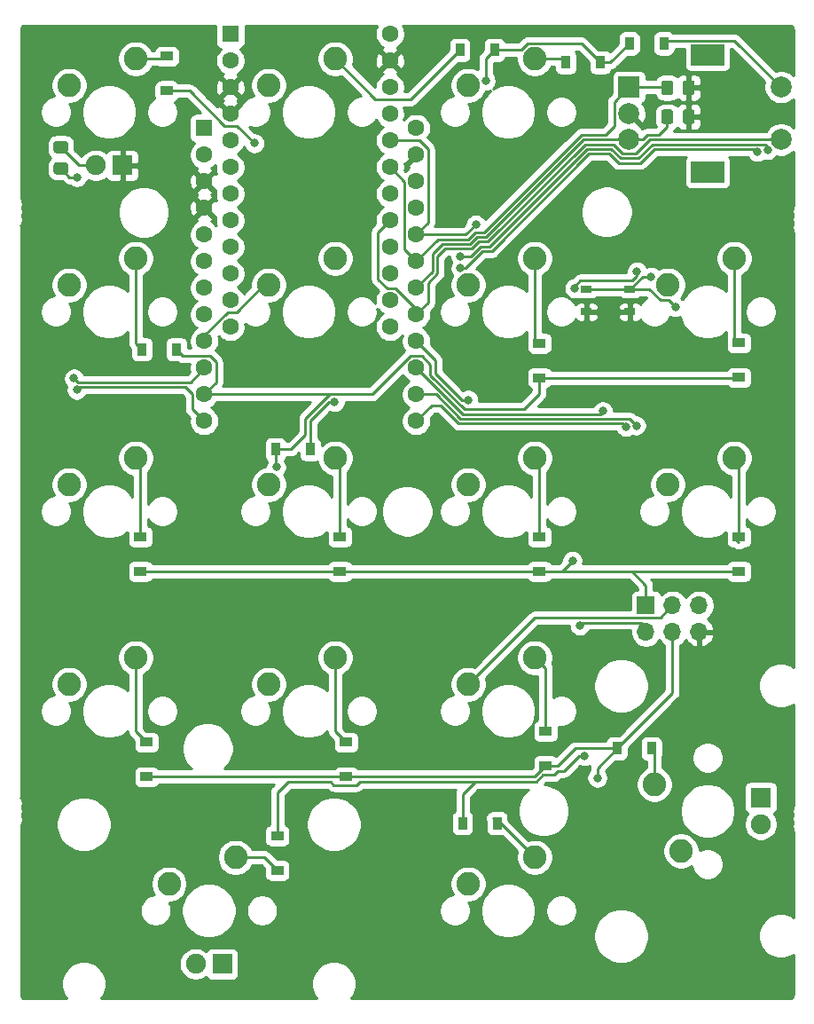
<source format=gbr>
G04 #@! TF.GenerationSoftware,KiCad,Pcbnew,(5.1.7)-1*
G04 #@! TF.CreationDate,2020-12-11T17:23:42-08:00*
G04 #@! TF.ProjectId,dropout-miniusb,64726f70-6f75-4742-9d6d-696e69757362,rev?*
G04 #@! TF.SameCoordinates,Original*
G04 #@! TF.FileFunction,Copper,L2,Bot*
G04 #@! TF.FilePolarity,Positive*
%FSLAX46Y46*%
G04 Gerber Fmt 4.6, Leading zero omitted, Abs format (unit mm)*
G04 Created by KiCad (PCBNEW (5.1.7)-1) date 2020-12-11 17:23:42*
%MOMM*%
%LPD*%
G01*
G04 APERTURE LIST*
G04 #@! TA.AperFunction,SMDPad,CuDef*
%ADD10R,1.050000X0.650000*%
G04 #@! TD*
G04 #@! TA.AperFunction,ComponentPad*
%ADD11C,1.600000*%
G04 #@! TD*
G04 #@! TA.AperFunction,ComponentPad*
%ADD12R,1.600000X1.600000*%
G04 #@! TD*
G04 #@! TA.AperFunction,ComponentPad*
%ADD13C,2.250000*%
G04 #@! TD*
G04 #@! TA.AperFunction,ComponentPad*
%ADD14R,1.905000X1.905000*%
G04 #@! TD*
G04 #@! TA.AperFunction,ComponentPad*
%ADD15C,1.905000*%
G04 #@! TD*
G04 #@! TA.AperFunction,SMDPad,CuDef*
%ADD16R,0.900000X1.200000*%
G04 #@! TD*
G04 #@! TA.AperFunction,SMDPad,CuDef*
%ADD17R,1.200000X0.900000*%
G04 #@! TD*
G04 #@! TA.AperFunction,ComponentPad*
%ADD18O,1.700000X1.700000*%
G04 #@! TD*
G04 #@! TA.AperFunction,ComponentPad*
%ADD19R,1.700000X1.700000*%
G04 #@! TD*
G04 #@! TA.AperFunction,ComponentPad*
%ADD20C,2.000000*%
G04 #@! TD*
G04 #@! TA.AperFunction,ComponentPad*
%ADD21R,3.200000X2.000000*%
G04 #@! TD*
G04 #@! TA.AperFunction,ComponentPad*
%ADD22R,2.000000X2.000000*%
G04 #@! TD*
G04 #@! TA.AperFunction,ViaPad*
%ADD23C,0.800000*%
G04 #@! TD*
G04 #@! TA.AperFunction,Conductor*
%ADD24C,0.250000*%
G04 #@! TD*
G04 #@! TA.AperFunction,Conductor*
%ADD25C,0.254000*%
G04 #@! TD*
G04 #@! TA.AperFunction,Conductor*
%ADD26C,0.100000*%
G04 #@! TD*
G04 APERTURE END LIST*
D10*
X196400000Y-76400000D03*
X192250000Y-76400000D03*
X196400000Y-78550000D03*
X192250000Y-78550000D03*
D11*
X175982674Y-61023390D03*
X175982674Y-63563390D03*
X175982674Y-66103390D03*
X175982674Y-68643390D03*
X175982674Y-71183390D03*
X175982674Y-73723390D03*
X175982674Y-76263390D03*
X175982674Y-78803390D03*
X175982674Y-81343390D03*
X175982674Y-83883390D03*
X175982674Y-86423390D03*
X175982674Y-88963390D03*
X155742674Y-88963390D03*
X155742674Y-86423390D03*
X155742674Y-83883390D03*
X155742674Y-81343390D03*
X155742674Y-78803390D03*
X155742674Y-76263390D03*
X155742674Y-73723390D03*
X155742674Y-71183390D03*
X155742674Y-68643390D03*
X155742674Y-66103390D03*
X155742674Y-63563390D03*
D12*
X155742674Y-61023390D03*
D13*
X187300800Y-92504779D03*
X180950800Y-95044779D03*
X168250800Y-92504779D03*
X161900800Y-95044779D03*
D12*
X158232674Y-52043390D03*
D11*
X158232674Y-54583390D03*
X158232674Y-57123390D03*
X158232674Y-59663390D03*
X158232674Y-62203390D03*
X158232674Y-64743390D03*
X158232674Y-67283390D03*
X158232674Y-69823390D03*
X158232674Y-72363390D03*
X158232674Y-74903390D03*
X158232674Y-77443390D03*
X158232674Y-79983390D03*
X173472674Y-79983390D03*
X173472674Y-77443390D03*
X173472674Y-74903390D03*
X173472674Y-72363390D03*
X173472674Y-69823390D03*
X173472674Y-67283390D03*
X173472674Y-64743390D03*
X173472674Y-62203390D03*
X173472674Y-59663390D03*
X173472674Y-57123390D03*
X173472674Y-54583390D03*
X173472674Y-52043390D03*
D14*
X208890800Y-124889779D03*
D15*
X208890800Y-127429779D03*
D13*
X201270800Y-129969779D03*
X198730800Y-123619779D03*
G04 #@! TA.AperFunction,SMDPad,CuDef*
G36*
G01*
X201428298Y-57612575D02*
X201428298Y-56712573D01*
G75*
G02*
X201678297Y-56462574I249999J0D01*
G01*
X202328299Y-56462574D01*
G75*
G02*
X202578298Y-56712573I0J-249999D01*
G01*
X202578298Y-57612575D01*
G75*
G02*
X202328299Y-57862574I-249999J0D01*
G01*
X201678297Y-57862574D01*
G75*
G02*
X201428298Y-57612575I0J249999D01*
G01*
G37*
G04 #@! TD.AperFunction*
G04 #@! TA.AperFunction,SMDPad,CuDef*
G36*
G01*
X199378298Y-57612575D02*
X199378298Y-56712573D01*
G75*
G02*
X199628297Y-56462574I249999J0D01*
G01*
X200278299Y-56462574D01*
G75*
G02*
X200528298Y-56712573I0J-249999D01*
G01*
X200528298Y-57612575D01*
G75*
G02*
X200278299Y-57862574I-249999J0D01*
G01*
X199628297Y-57862574D01*
G75*
G02*
X199378298Y-57612575I0J249999D01*
G01*
G37*
G04 #@! TD.AperFunction*
G04 #@! TA.AperFunction,SMDPad,CuDef*
G36*
G01*
X200528298Y-59485986D02*
X200528298Y-60385988D01*
G75*
G02*
X200278299Y-60635987I-249999J0D01*
G01*
X199628297Y-60635987D01*
G75*
G02*
X199378298Y-60385988I0J249999D01*
G01*
X199378298Y-59485986D01*
G75*
G02*
X199628297Y-59235987I249999J0D01*
G01*
X200278299Y-59235987D01*
G75*
G02*
X200528298Y-59485986I0J-249999D01*
G01*
G37*
G04 #@! TD.AperFunction*
G04 #@! TA.AperFunction,SMDPad,CuDef*
G36*
G01*
X202578298Y-59485986D02*
X202578298Y-60385988D01*
G75*
G02*
X202328299Y-60635987I-249999J0D01*
G01*
X201678297Y-60635987D01*
G75*
G02*
X201428298Y-60385988I0J249999D01*
G01*
X201428298Y-59485986D01*
G75*
G02*
X201678297Y-59235987I249999J0D01*
G01*
X202328299Y-59235987D01*
G75*
G02*
X202578298Y-59485986I0J-249999D01*
G01*
G37*
G04 #@! TD.AperFunction*
D16*
X153089223Y-82137146D03*
X149789223Y-82137146D03*
D13*
X149200800Y-73454779D03*
X142850800Y-75994779D03*
X187300800Y-54404779D03*
X180950800Y-56944779D03*
D17*
X152170475Y-54157435D03*
X152170475Y-57457435D03*
D18*
X203001733Y-109101027D03*
X203001733Y-106561027D03*
X200461733Y-109101027D03*
X200461733Y-106561027D03*
X197921733Y-109101027D03*
D19*
X197921733Y-106561027D03*
D13*
X168250800Y-73454779D03*
X161900800Y-75994779D03*
D14*
X157455800Y-140764779D03*
D15*
X154915800Y-140764779D03*
D13*
X152375800Y-133144779D03*
X158725800Y-130604779D03*
D16*
X180150186Y-53562122D03*
X183450186Y-53562122D03*
D20*
X210810800Y-62103529D03*
X210810800Y-57103529D03*
D21*
X203810800Y-65203529D03*
X203810800Y-54003529D03*
D20*
X196310800Y-62103529D03*
X196310800Y-59603529D03*
D22*
X196310800Y-57103529D03*
G04 #@! TA.AperFunction,SMDPad,CuDef*
G36*
G01*
X141600153Y-64298069D02*
X142500155Y-64298069D01*
G75*
G02*
X142750154Y-64548068I0J-249999D01*
G01*
X142750154Y-65198070D01*
G75*
G02*
X142500155Y-65448069I-249999J0D01*
G01*
X141600153Y-65448069D01*
G75*
G02*
X141350154Y-65198070I0J249999D01*
G01*
X141350154Y-64548068D01*
G75*
G02*
X141600153Y-64298069I249999J0D01*
G01*
G37*
G04 #@! TD.AperFunction*
G04 #@! TA.AperFunction,SMDPad,CuDef*
G36*
G01*
X141600153Y-62248069D02*
X142500155Y-62248069D01*
G75*
G02*
X142750154Y-62498068I0J-249999D01*
G01*
X142750154Y-63148070D01*
G75*
G02*
X142500155Y-63398069I-249999J0D01*
G01*
X141600153Y-63398069D01*
G75*
G02*
X141350154Y-63148070I0J249999D01*
G01*
X141350154Y-62498068D01*
G75*
G02*
X141600153Y-62248069I249999J0D01*
G01*
G37*
G04 #@! TD.AperFunction*
D13*
X206350800Y-92504779D03*
X200000800Y-95044779D03*
D14*
X147930800Y-64564779D03*
D15*
X145390800Y-64564779D03*
D13*
X142850800Y-56944779D03*
X149200800Y-54404779D03*
X206350800Y-73454779D03*
X200000800Y-75994779D03*
X187300800Y-130604779D03*
X180950800Y-133144779D03*
X168250800Y-54404779D03*
X161900800Y-56944779D03*
X187300800Y-73454779D03*
X180950800Y-75994779D03*
X149200800Y-92504779D03*
X142850800Y-95044779D03*
X149200808Y-111554755D03*
X142850808Y-114094755D03*
X168250800Y-111554779D03*
X161900800Y-114094779D03*
X187300840Y-111554755D03*
X180950840Y-114094755D03*
D16*
X198453039Y-120206633D03*
X195153039Y-120206633D03*
D17*
X206787421Y-100012584D03*
X206787421Y-103312584D03*
X206787421Y-81511288D03*
X206787421Y-84811288D03*
D16*
X199643665Y-52936264D03*
X196343665Y-52936264D03*
X183710493Y-127350389D03*
X180410493Y-127350389D03*
D17*
X188332718Y-118560004D03*
X188332718Y-121860004D03*
X187737405Y-100012584D03*
X187737405Y-103312584D03*
X187737405Y-81541833D03*
X187737405Y-84841833D03*
D16*
X190270507Y-54752748D03*
X193570507Y-54752748D03*
D17*
X169282702Y-119611320D03*
X169282702Y-122911320D03*
X168687389Y-100012584D03*
X168687389Y-103312584D03*
D16*
X165862674Y-91662154D03*
X162562674Y-91662154D03*
D17*
X162734259Y-131841015D03*
X162734259Y-128541015D03*
X150232686Y-119611320D03*
X150232686Y-122911320D03*
X149637373Y-100012584D03*
X149637373Y-103312584D03*
D23*
X182621543Y-56515538D03*
X181675800Y-70230886D03*
X160532685Y-62458443D03*
X162625800Y-93362674D03*
X190900000Y-102300000D03*
X193800000Y-88027984D03*
X197000000Y-89400000D03*
X193287858Y-123012142D03*
X196006114Y-89510431D03*
X192061889Y-120931633D03*
X168200000Y-87148390D03*
X143300000Y-84900000D03*
X180950800Y-86950800D03*
X143575800Y-85990779D03*
X143600000Y-65700000D03*
X191611879Y-108461028D03*
X180225800Y-74376168D03*
X208571772Y-63281164D03*
X197076348Y-74698347D03*
X191124998Y-76300000D03*
X209554062Y-63093790D03*
X198400000Y-75200000D03*
X200725800Y-78100000D03*
X180225800Y-73258418D03*
D24*
X151923131Y-54404779D02*
X152170475Y-54157435D01*
X149200800Y-54404779D02*
X151923131Y-54404779D01*
X194527181Y-54752748D02*
X196343665Y-52936264D01*
X193570507Y-54752748D02*
X194527181Y-54752748D01*
X191772537Y-52954778D02*
X193570507Y-54752748D01*
X186604799Y-52954778D02*
X191772537Y-52954778D01*
X185997455Y-53562122D02*
X186604799Y-52954778D01*
X183450186Y-53562122D02*
X185997455Y-53562122D01*
X175982674Y-71183390D02*
X180723296Y-71183390D01*
X180723296Y-71183390D02*
X181675800Y-70230886D01*
X182621543Y-56515538D02*
X182621543Y-54390765D01*
X182621543Y-54390765D02*
X183450186Y-53562122D01*
X173472674Y-62203390D02*
X176287676Y-62203390D01*
X176287676Y-62203390D02*
X177107675Y-63023389D01*
X177107675Y-63023389D02*
X177107675Y-70058389D01*
X177107675Y-70058389D02*
X175982674Y-71183390D01*
X157692673Y-60788391D02*
X158862633Y-60788391D01*
X158862633Y-60788391D02*
X160532685Y-62458443D01*
X154361717Y-57457435D02*
X157692673Y-60788391D01*
X152170475Y-57457435D02*
X154361717Y-57457435D01*
X149200800Y-81548723D02*
X149789223Y-82137146D01*
X149200800Y-73454779D02*
X149200800Y-81548723D01*
X206756876Y-84841833D02*
X206787421Y-84811288D01*
X180588658Y-87852964D02*
X180595848Y-87845774D01*
X196789951Y-84841833D02*
X206756876Y-84841833D01*
X187737405Y-84841833D02*
X196789951Y-84841833D01*
X180588658Y-87852964D02*
X186247036Y-87852964D01*
X187737405Y-86362595D02*
X187737405Y-84841833D01*
X186247036Y-87852964D02*
X187737405Y-86362595D01*
X162562674Y-91662154D02*
X162562674Y-93362674D01*
X165412664Y-90287336D02*
X165412665Y-88734115D01*
X164037846Y-91662154D02*
X165412664Y-90287336D01*
X167723390Y-86423390D02*
X171777672Y-86423390D01*
X162562674Y-91662154D02*
X164037846Y-91662154D01*
X174100531Y-84100531D02*
X175442673Y-82758389D01*
X177340292Y-83576006D02*
X177340292Y-84604598D01*
X175442673Y-82758389D02*
X176522675Y-82758389D01*
X165412665Y-88734115D02*
X167723390Y-86423390D01*
X171777672Y-86423390D02*
X174100531Y-84100531D01*
X176522675Y-82758389D02*
X177340292Y-83576006D01*
X177340292Y-84604598D02*
X180588658Y-87852964D01*
X166576610Y-86423390D02*
X167723390Y-86423390D01*
X155742674Y-86423390D02*
X166576610Y-86423390D01*
X156867675Y-83343389D02*
X156867675Y-85298389D01*
X156867675Y-85298389D02*
X155742674Y-86423390D01*
X156282675Y-82758389D02*
X156867675Y-83343389D01*
X153710466Y-82758389D02*
X153089223Y-82137146D01*
X156282675Y-82758389D02*
X153710466Y-82758389D01*
X149637373Y-92941352D02*
X149200800Y-92504779D01*
X149637373Y-100012584D02*
X149637373Y-92941352D01*
X149637373Y-103312584D02*
X168687389Y-103312584D01*
X168687389Y-103312584D02*
X187737405Y-103312584D01*
X190772038Y-103312584D02*
X190987416Y-103312584D01*
X197921733Y-104646901D02*
X196587416Y-103312584D01*
X197921733Y-106561027D02*
X197921733Y-104646901D01*
X196587416Y-103312584D02*
X206787421Y-103312584D01*
X190987416Y-103312584D02*
X196587416Y-103312584D01*
X175982674Y-83883390D02*
X180402258Y-88302974D01*
X189887416Y-103312584D02*
X189287416Y-103312584D01*
X189287416Y-103312584D02*
X190772038Y-103312584D01*
X190900000Y-102300000D02*
X189887416Y-103312584D01*
X187737405Y-103312584D02*
X189287416Y-103312584D01*
X193800000Y-88027984D02*
X193525010Y-88302974D01*
X193525010Y-88302974D02*
X192700000Y-88302974D01*
X192700000Y-88302974D02*
X191902974Y-88302974D01*
X191902974Y-88302974D02*
X193125010Y-88302974D01*
X180402258Y-88302974D02*
X191902974Y-88302974D01*
X149200808Y-118579442D02*
X150232686Y-119611320D01*
X149200808Y-111554755D02*
X149200808Y-118579442D01*
X178845341Y-122911320D02*
X179182759Y-122911320D01*
X193218597Y-120206633D02*
X194156351Y-120206633D01*
X194156351Y-120206633D02*
X191173344Y-120206633D01*
X195153039Y-120206633D02*
X194156351Y-120206633D01*
X187281402Y-122911320D02*
X188332718Y-121860004D01*
X179182759Y-122911320D02*
X187281402Y-122911320D01*
X189519973Y-121860004D02*
X191173344Y-120206633D01*
X188332718Y-121860004D02*
X189519973Y-121860004D01*
X150232686Y-122911320D02*
X162352114Y-122911320D01*
X162352114Y-122911320D02*
X179182759Y-122911320D01*
X160964482Y-122911320D02*
X162352114Y-122911320D01*
X175982674Y-86423390D02*
X177886264Y-86423390D01*
X177886264Y-86423390D02*
X180215858Y-88752984D01*
X196352984Y-88752984D02*
X197000000Y-89400000D01*
X180215858Y-88752984D02*
X196352984Y-88752984D01*
X193287858Y-122071814D02*
X195153039Y-120206633D01*
X193287858Y-123012142D02*
X193287858Y-122071814D01*
X200461733Y-114897939D02*
X195153039Y-120206633D01*
X200461733Y-109101027D02*
X200461733Y-114897939D01*
X161498023Y-130604779D02*
X162734259Y-131841015D01*
X158725800Y-130604779D02*
X161498023Y-130604779D01*
X170303345Y-123686321D02*
X170628336Y-123361330D01*
X168121239Y-123686321D02*
X170303345Y-123686321D01*
X167796248Y-123361330D02*
X168121239Y-123686321D01*
X163751292Y-123361330D02*
X167796248Y-123361330D01*
X162734259Y-124378363D02*
X163751292Y-123361330D01*
X162734259Y-128541015D02*
X162734259Y-124378363D01*
X182439336Y-123361330D02*
X182782248Y-123361330D01*
X182115492Y-123361330D02*
X180953448Y-123361330D01*
X180953448Y-123361330D02*
X182439336Y-123361330D01*
X170628336Y-123361330D02*
X180953448Y-123361330D01*
X191520100Y-120931633D02*
X191551900Y-120931633D01*
X190116399Y-122335334D02*
X191520100Y-120931633D01*
X189543640Y-122335334D02*
X190116399Y-122335334D01*
X189151779Y-122727195D02*
X189543640Y-122335334D01*
X188101937Y-122727195D02*
X189151779Y-122727195D01*
X187467802Y-123361330D02*
X188101937Y-122727195D01*
X181601119Y-123361330D02*
X187467802Y-123361330D01*
X180410493Y-124551956D02*
X181601119Y-123361330D01*
X180410493Y-127350389D02*
X180410493Y-124551956D01*
X177446064Y-87500000D02*
X178326464Y-87500000D01*
X195698677Y-89202994D02*
X196006114Y-89510431D01*
X192061889Y-120931633D02*
X191520100Y-120931633D01*
X180029458Y-89202994D02*
X195300000Y-89202994D01*
X195300000Y-89202994D02*
X195698677Y-89202994D01*
X178326464Y-87500000D02*
X180029458Y-89202994D01*
X175982674Y-88963390D02*
X177446064Y-87500000D01*
X168250800Y-54404779D02*
X168872131Y-53783448D01*
X179867844Y-53279780D02*
X180150186Y-53562122D01*
X168250800Y-54404779D02*
X172094412Y-58248391D01*
X175463917Y-58248391D02*
X180150186Y-53562122D01*
X172094412Y-58248391D02*
X175463917Y-58248391D01*
X165862674Y-88920516D02*
X167634800Y-87148390D01*
X167634800Y-87148390D02*
X168200000Y-87148390D01*
X165862674Y-91662154D02*
X165862674Y-88920516D01*
X168687389Y-92941368D02*
X168250800Y-92504779D01*
X168687389Y-100012584D02*
X168687389Y-92941368D01*
X168250800Y-118579418D02*
X169282702Y-119611320D01*
X168250800Y-111554779D02*
X168250800Y-118579418D01*
X189922538Y-54404779D02*
X190270507Y-54752748D01*
X187300800Y-54404779D02*
X189922538Y-54404779D01*
X187300800Y-81210622D02*
X187737405Y-81647227D01*
X187300800Y-73454779D02*
X187300800Y-81210622D01*
X187737405Y-92941384D02*
X187300800Y-92504779D01*
X187737405Y-100012584D02*
X187737405Y-92941384D01*
X188332718Y-112586633D02*
X187300840Y-111554755D01*
X188332718Y-118560004D02*
X188332718Y-112586633D01*
X183342481Y-126850778D02*
X183842092Y-127350389D01*
X184046410Y-127350389D02*
X187300800Y-130604779D01*
X183710493Y-127350389D02*
X184046410Y-127350389D01*
X206385799Y-52678528D02*
X210810800Y-57103529D01*
X199901401Y-52678528D02*
X206385799Y-52678528D01*
X199643665Y-52936264D02*
X199901401Y-52678528D01*
X206350800Y-81074667D02*
X206787421Y-81511288D01*
X206350800Y-73454779D02*
X206350800Y-81074667D01*
X206350800Y-100124683D02*
X206787421Y-100561304D01*
X206787421Y-92941400D02*
X206350800Y-92504779D01*
X206787421Y-100012584D02*
X206787421Y-92941400D01*
X198730800Y-120484394D02*
X198453039Y-120206633D01*
X198730800Y-123619779D02*
X198730800Y-120484394D01*
X154427782Y-85272218D02*
X155742674Y-83957326D01*
X143672218Y-85272218D02*
X154427782Y-85272218D01*
X155742674Y-83957326D02*
X155742674Y-83883390D01*
X143300000Y-84900000D02*
X143672218Y-85272218D01*
X187309567Y-107736028D02*
X180950840Y-114094755D01*
X199286732Y-107736028D02*
X187309567Y-107736028D01*
X200461733Y-106561027D02*
X199286732Y-107736028D01*
X175982674Y-81343390D02*
X177790302Y-83151018D01*
X177790302Y-83151018D02*
X177790302Y-84418198D01*
X177790302Y-84418198D02*
X180322904Y-86950800D01*
X180322904Y-86950800D02*
X180950800Y-86950800D01*
X158269411Y-72363390D02*
X158232674Y-72363390D01*
X158366264Y-72363390D02*
X158232674Y-72363390D01*
X161900800Y-75994779D02*
X161900800Y-75897926D01*
X155742674Y-80808388D02*
X157982671Y-78568391D01*
X161394798Y-75994779D02*
X161900800Y-75994779D01*
X157982671Y-78568391D02*
X158821186Y-78568391D01*
X155742674Y-81343390D02*
X155742674Y-80808388D01*
X158821186Y-78568391D02*
X161394798Y-75994779D01*
X196946801Y-63428530D02*
X198271802Y-62103529D01*
X198271802Y-62103529D02*
X210810800Y-62103529D01*
X195674799Y-63428530D02*
X196946801Y-63428530D01*
X195523135Y-63276865D02*
X195674799Y-63428530D01*
X195142053Y-62895784D02*
X195523135Y-63276865D01*
X178766582Y-72533418D02*
X181282499Y-72533417D01*
X194799808Y-62553539D02*
X195523134Y-63276865D01*
X181282499Y-72533417D02*
X181960011Y-71855905D01*
X175982674Y-78803390D02*
X177107675Y-77678389D01*
X192133610Y-62553539D02*
X194799808Y-62553539D01*
X181960011Y-71855905D02*
X182831244Y-71855905D01*
X178021247Y-74861227D02*
X178021247Y-73278753D01*
X177107675Y-75774799D02*
X178021247Y-74861227D01*
X178021247Y-73278753D02*
X178766582Y-72533418D01*
X177107675Y-77678389D02*
X177107675Y-75774799D01*
X182831244Y-71855905D02*
X192133610Y-62553539D01*
X172347673Y-70948391D02*
X172347673Y-75443391D01*
X173472674Y-69823390D02*
X172347673Y-70948391D01*
X175982674Y-78288388D02*
X175982674Y-78803390D01*
X173222671Y-76318389D02*
X174012675Y-76318389D01*
X174012675Y-76318389D02*
X175982674Y-78288388D01*
X172347673Y-75443391D02*
X173222671Y-76318389D01*
X143791864Y-64564779D02*
X142050154Y-62823069D01*
X145390800Y-64564779D02*
X143791864Y-64564779D01*
X143600000Y-65700000D02*
X142877085Y-65700000D01*
X142877085Y-65700000D02*
X142050154Y-64873069D01*
X153922228Y-85722228D02*
X143844351Y-85722228D01*
X143844351Y-85722228D02*
X143575800Y-85990779D01*
X154600000Y-87820716D02*
X154600000Y-86400000D01*
X154600000Y-86400000D02*
X153922228Y-85722228D01*
X155742674Y-88963390D02*
X154600000Y-87820716D01*
X173472674Y-64743390D02*
X174857673Y-66128389D01*
X195876159Y-57103529D02*
X196310800Y-57103529D01*
X199894253Y-57103529D02*
X199953298Y-57162574D01*
X196310800Y-57103529D02*
X199894253Y-57103529D01*
X181587209Y-70955887D02*
X182458442Y-70955887D01*
X194900000Y-58514329D02*
X196310800Y-57103529D01*
X178072664Y-71633400D02*
X180909697Y-71633399D01*
X194046481Y-61653519D02*
X194900000Y-60800000D01*
X194900000Y-60800000D02*
X194900000Y-58514329D01*
X180909697Y-71633399D02*
X181587209Y-70955887D01*
X182458442Y-70955887D02*
X191760810Y-61653519D01*
X175982674Y-73723390D02*
X178072664Y-71633400D01*
X191760810Y-61653519D02*
X194046481Y-61653519D01*
X174857673Y-72598389D02*
X175982674Y-73723390D01*
X174857673Y-66128389D02*
X174857673Y-72598389D01*
X199953298Y-59935987D02*
X199953298Y-60892580D01*
X199953298Y-60892580D02*
X199192359Y-61653519D01*
X197635392Y-62103529D02*
X196310800Y-62103529D01*
X198085402Y-61653519D02*
X197635392Y-62103529D01*
X199192359Y-61653519D02*
X198085402Y-61653519D01*
X175982674Y-76263390D02*
X177571237Y-74674827D01*
X178516592Y-72083408D02*
X181096098Y-72083408D01*
X191947210Y-62103529D02*
X196310800Y-62103529D01*
X177571237Y-74674827D02*
X177571237Y-73028763D01*
X181773609Y-71405897D02*
X182644843Y-71405896D01*
X182644843Y-71405896D02*
X191947210Y-62103529D01*
X181096098Y-72083408D02*
X181773609Y-71405897D01*
X177571237Y-73028763D02*
X178516592Y-72083408D01*
X197921733Y-108621733D02*
X197486038Y-108186038D01*
X197921733Y-109101027D02*
X197921733Y-108621733D01*
X191886869Y-108186038D02*
X191611879Y-108461028D01*
X197486038Y-108186038D02*
X191886869Y-108186038D01*
X180225800Y-74376168D02*
X180712568Y-74376168D01*
X182332813Y-72755923D02*
X183204046Y-72755923D01*
X180712568Y-74376168D02*
X182332813Y-72755923D01*
X183204046Y-72755923D02*
X192506410Y-63453559D01*
X194427008Y-63453559D02*
X195301998Y-64328549D01*
X192506410Y-63453559D02*
X194427008Y-63453559D01*
X197028549Y-64328549D02*
X197407862Y-64328548D01*
X195301998Y-64328549D02*
X197028549Y-64328549D01*
X197407862Y-64328548D02*
X198732861Y-63003549D01*
X198732861Y-63003549D02*
X200400000Y-63003549D01*
X208303549Y-63012941D02*
X208571772Y-63281164D01*
X208303549Y-63003549D02*
X208303549Y-63012941D01*
X200400000Y-63003549D02*
X208303549Y-63003549D01*
X197076348Y-74698347D02*
X197076348Y-75087242D01*
X197076348Y-75087242D02*
X196581795Y-75581795D01*
X191633203Y-75581795D02*
X191200000Y-76014998D01*
X196581795Y-75581795D02*
X191633203Y-75581795D01*
X191200000Y-76224998D02*
X191124998Y-76300000D01*
X191200000Y-76014998D02*
X191200000Y-76224998D01*
X197600000Y-75200000D02*
X196400000Y-76400000D01*
X198400000Y-75200000D02*
X197600000Y-75200000D01*
X192250000Y-76400000D02*
X196400000Y-76400000D01*
X200070580Y-77444780D02*
X200725800Y-78100000D01*
X198260019Y-76400000D02*
X199304799Y-77444780D01*
X199304799Y-77444780D02*
X200070580Y-77444780D01*
X196400000Y-76400000D02*
X198260019Y-76400000D01*
X209353539Y-62553539D02*
X209554062Y-62754062D01*
X198546461Y-62553539D02*
X209353539Y-62553539D01*
X209554062Y-62754062D02*
X209554062Y-63093790D01*
X195488399Y-63878540D02*
X197221461Y-63878539D01*
X197221461Y-63878539D02*
X198546461Y-62553539D01*
X194613408Y-63003549D02*
X195488399Y-63878540D01*
X192320010Y-63003549D02*
X194613408Y-63003549D01*
X183017645Y-72305914D02*
X192320010Y-63003549D01*
X182146411Y-72305915D02*
X183017645Y-72305914D01*
X181193908Y-73258418D02*
X182146411Y-72305915D01*
X180225800Y-73258418D02*
X181193908Y-73258418D01*
D25*
X156794602Y-52843390D02*
X156806862Y-52967872D01*
X156843172Y-53087570D01*
X156902137Y-53197884D01*
X156981489Y-53294575D01*
X157078180Y-53373927D01*
X157188494Y-53432892D01*
X157308192Y-53469202D01*
X157316635Y-53470033D01*
X157118037Y-53668631D01*
X156960994Y-53903663D01*
X156852821Y-54164816D01*
X156797674Y-54442055D01*
X156797674Y-54724725D01*
X156852821Y-55001964D01*
X156960994Y-55263117D01*
X157118037Y-55498149D01*
X157317915Y-55698027D01*
X157551802Y-55854305D01*
X157491160Y-55886719D01*
X157419577Y-56130688D01*
X158232674Y-56943785D01*
X159045771Y-56130688D01*
X158974188Y-55886719D01*
X158909682Y-55856196D01*
X158912401Y-55855070D01*
X159147433Y-55698027D01*
X159347311Y-55498149D01*
X159504354Y-55263117D01*
X159612527Y-55001964D01*
X159667674Y-54724725D01*
X159667674Y-54442055D01*
X159612527Y-54164816D01*
X159504354Y-53903663D01*
X159347311Y-53668631D01*
X159148713Y-53470033D01*
X159157156Y-53469202D01*
X159276854Y-53432892D01*
X159387168Y-53373927D01*
X159483859Y-53294575D01*
X159563211Y-53197884D01*
X159622176Y-53087570D01*
X159658486Y-52967872D01*
X159670746Y-52843390D01*
X159670746Y-51263615D01*
X172267844Y-51263615D01*
X172200994Y-51363663D01*
X172092821Y-51624816D01*
X172037674Y-51902055D01*
X172037674Y-52184725D01*
X172092821Y-52461964D01*
X172200994Y-52723117D01*
X172358037Y-52958149D01*
X172557915Y-53158027D01*
X172791802Y-53314305D01*
X172731160Y-53346719D01*
X172659577Y-53590688D01*
X173472674Y-54403785D01*
X174285771Y-53590688D01*
X174214188Y-53346719D01*
X174149682Y-53316196D01*
X174152401Y-53315070D01*
X174387433Y-53158027D01*
X174587311Y-52958149D01*
X174744354Y-52723117D01*
X174852527Y-52461964D01*
X174907674Y-52184725D01*
X174907674Y-51902055D01*
X174852527Y-51624816D01*
X174744354Y-51363663D01*
X174677504Y-51263615D01*
X211663035Y-51263615D01*
X211753422Y-51272478D01*
X211806971Y-51288645D01*
X211856354Y-51314903D01*
X211899702Y-51350256D01*
X211935357Y-51393355D01*
X211961958Y-51442552D01*
X211978499Y-51495990D01*
X211987776Y-51584254D01*
X211990566Y-55971056D01*
X211853052Y-55833542D01*
X211585263Y-55654611D01*
X211287712Y-55531361D01*
X210971833Y-55468529D01*
X210649767Y-55468529D01*
X210333888Y-55531361D01*
X210319425Y-55537352D01*
X206949603Y-52167531D01*
X206925800Y-52138527D01*
X206810075Y-52043554D01*
X206678046Y-51972982D01*
X206534785Y-51929525D01*
X206423132Y-51918528D01*
X206423121Y-51918528D01*
X206385799Y-51914852D01*
X206348477Y-51918528D01*
X200572301Y-51918528D01*
X200544850Y-51885079D01*
X200448159Y-51805727D01*
X200337845Y-51746762D01*
X200218147Y-51710452D01*
X200093665Y-51698192D01*
X199193665Y-51698192D01*
X199069183Y-51710452D01*
X198949485Y-51746762D01*
X198839171Y-51805727D01*
X198742480Y-51885079D01*
X198663128Y-51981770D01*
X198604163Y-52092084D01*
X198567853Y-52211782D01*
X198555593Y-52336264D01*
X198555593Y-53536264D01*
X198567853Y-53660746D01*
X198604163Y-53780444D01*
X198663128Y-53890758D01*
X198742480Y-53987449D01*
X198839171Y-54066801D01*
X198949485Y-54125766D01*
X199069183Y-54162076D01*
X199193665Y-54174336D01*
X200093665Y-54174336D01*
X200218147Y-54162076D01*
X200337845Y-54125766D01*
X200448159Y-54066801D01*
X200544850Y-53987449D01*
X200624202Y-53890758D01*
X200683167Y-53780444D01*
X200719477Y-53660746D01*
X200731737Y-53536264D01*
X200731737Y-53438528D01*
X201572728Y-53438528D01*
X201572728Y-55003529D01*
X201584988Y-55128011D01*
X201621298Y-55247709D01*
X201680263Y-55358023D01*
X201759615Y-55454714D01*
X201856306Y-55534066D01*
X201966620Y-55593031D01*
X202086318Y-55629341D01*
X202210800Y-55641601D01*
X205410800Y-55641601D01*
X205535282Y-55629341D01*
X205654980Y-55593031D01*
X205765294Y-55534066D01*
X205861985Y-55454714D01*
X205941337Y-55358023D01*
X206000302Y-55247709D01*
X206036612Y-55128011D01*
X206048872Y-55003529D01*
X206048872Y-53438528D01*
X206070998Y-53438528D01*
X209244623Y-56612154D01*
X209238632Y-56626617D01*
X209175800Y-56942496D01*
X209175800Y-57264562D01*
X209238632Y-57580441D01*
X209361882Y-57877992D01*
X209540813Y-58145781D01*
X209768548Y-58373516D01*
X210036337Y-58552447D01*
X210333888Y-58675697D01*
X210649767Y-58738529D01*
X210971833Y-58738529D01*
X211287712Y-58675697D01*
X211585263Y-58552447D01*
X211853052Y-58373516D01*
X211992006Y-58234562D01*
X211993748Y-60974238D01*
X211853052Y-60833542D01*
X211585263Y-60654611D01*
X211287712Y-60531361D01*
X210971833Y-60468529D01*
X210649767Y-60468529D01*
X210333888Y-60531361D01*
X210036337Y-60654611D01*
X209768548Y-60833542D01*
X209540813Y-61061277D01*
X209361882Y-61329066D01*
X209355891Y-61343529D01*
X200566382Y-61343529D01*
X200588272Y-61316856D01*
X200658844Y-61184827D01*
X200658887Y-61184684D01*
X200771685Y-61124392D01*
X200906260Y-61013949D01*
X200911640Y-61007393D01*
X200977113Y-61087172D01*
X201073804Y-61166524D01*
X201184118Y-61225489D01*
X201303816Y-61261799D01*
X201428298Y-61274059D01*
X201717548Y-61270987D01*
X201876298Y-61112237D01*
X201876298Y-60062987D01*
X202130298Y-60062987D01*
X202130298Y-61112237D01*
X202289048Y-61270987D01*
X202578298Y-61274059D01*
X202702780Y-61261799D01*
X202822478Y-61225489D01*
X202932792Y-61166524D01*
X203029483Y-61087172D01*
X203108835Y-60990481D01*
X203167800Y-60880167D01*
X203204110Y-60760469D01*
X203216370Y-60635987D01*
X203213298Y-60221737D01*
X203054548Y-60062987D01*
X202130298Y-60062987D01*
X201876298Y-60062987D01*
X201856298Y-60062987D01*
X201856298Y-59808987D01*
X201876298Y-59808987D01*
X201876298Y-58759737D01*
X202130298Y-58759737D01*
X202130298Y-59808987D01*
X203054548Y-59808987D01*
X203213298Y-59650237D01*
X203216370Y-59235987D01*
X203204110Y-59111505D01*
X203167800Y-58991807D01*
X203108835Y-58881493D01*
X203029483Y-58784802D01*
X202932792Y-58705450D01*
X202822478Y-58646485D01*
X202702780Y-58610175D01*
X202578298Y-58597915D01*
X202289048Y-58600987D01*
X202130298Y-58759737D01*
X201876298Y-58759737D01*
X201717548Y-58600987D01*
X201428298Y-58597915D01*
X201303816Y-58610175D01*
X201184118Y-58646485D01*
X201073804Y-58705450D01*
X200977113Y-58784802D01*
X200911640Y-58864581D01*
X200906260Y-58858025D01*
X200771685Y-58747582D01*
X200618149Y-58665515D01*
X200451553Y-58614979D01*
X200278299Y-58597915D01*
X199628297Y-58597915D01*
X199455043Y-58614979D01*
X199288447Y-58665515D01*
X199134911Y-58747582D01*
X199000336Y-58858025D01*
X198889893Y-58992600D01*
X198807826Y-59146136D01*
X198757290Y-59312732D01*
X198740226Y-59485986D01*
X198740226Y-60385988D01*
X198757290Y-60559242D01*
X198807826Y-60725838D01*
X198889893Y-60879374D01*
X198890709Y-60880368D01*
X198877558Y-60893519D01*
X198122724Y-60893519D01*
X198085401Y-60889843D01*
X198048078Y-60893519D01*
X198048069Y-60893519D01*
X197936416Y-60904516D01*
X197793155Y-60947973D01*
X197661126Y-61018545D01*
X197590799Y-61076261D01*
X197580787Y-61061277D01*
X197353052Y-60833542D01*
X197255865Y-60768604D01*
X197266608Y-60738942D01*
X196310800Y-59783134D01*
X196296658Y-59797277D01*
X196117053Y-59617672D01*
X196131195Y-59603529D01*
X196117053Y-59589387D01*
X196296658Y-59409782D01*
X196310800Y-59423924D01*
X196324943Y-59409782D01*
X196504548Y-59589387D01*
X196490405Y-59603529D01*
X197446213Y-60559337D01*
X197710614Y-60463573D01*
X197851504Y-60173958D01*
X197933184Y-59862421D01*
X197952518Y-59540934D01*
X197908761Y-59221854D01*
X197803595Y-58917441D01*
X197710614Y-58743485D01*
X197561577Y-58689505D01*
X197665294Y-58634066D01*
X197761985Y-58554714D01*
X197841337Y-58458023D01*
X197900302Y-58347709D01*
X197936612Y-58228011D01*
X197948872Y-58103529D01*
X197948872Y-57863529D01*
X198780860Y-57863529D01*
X198807826Y-57952425D01*
X198889893Y-58105961D01*
X199000336Y-58240536D01*
X199134911Y-58350979D01*
X199288447Y-58433046D01*
X199455043Y-58483582D01*
X199628297Y-58500646D01*
X200278299Y-58500646D01*
X200451553Y-58483582D01*
X200618149Y-58433046D01*
X200771685Y-58350979D01*
X200906260Y-58240536D01*
X200911640Y-58233980D01*
X200977113Y-58313759D01*
X201073804Y-58393111D01*
X201184118Y-58452076D01*
X201303816Y-58488386D01*
X201428298Y-58500646D01*
X201717548Y-58497574D01*
X201876298Y-58338824D01*
X201876298Y-57289574D01*
X202130298Y-57289574D01*
X202130298Y-58338824D01*
X202289048Y-58497574D01*
X202578298Y-58500646D01*
X202702780Y-58488386D01*
X202822478Y-58452076D01*
X202932792Y-58393111D01*
X203029483Y-58313759D01*
X203108835Y-58217068D01*
X203167800Y-58106754D01*
X203204110Y-57987056D01*
X203216370Y-57862574D01*
X203213298Y-57448324D01*
X203054548Y-57289574D01*
X202130298Y-57289574D01*
X201876298Y-57289574D01*
X201856298Y-57289574D01*
X201856298Y-57035574D01*
X201876298Y-57035574D01*
X201876298Y-55986324D01*
X202130298Y-55986324D01*
X202130298Y-57035574D01*
X203054548Y-57035574D01*
X203213298Y-56876824D01*
X203216370Y-56462574D01*
X203204110Y-56338092D01*
X203167800Y-56218394D01*
X203108835Y-56108080D01*
X203029483Y-56011389D01*
X202932792Y-55932037D01*
X202822478Y-55873072D01*
X202702780Y-55836762D01*
X202578298Y-55824502D01*
X202289048Y-55827574D01*
X202130298Y-55986324D01*
X201876298Y-55986324D01*
X201717548Y-55827574D01*
X201428298Y-55824502D01*
X201303816Y-55836762D01*
X201184118Y-55873072D01*
X201073804Y-55932037D01*
X200977113Y-56011389D01*
X200911640Y-56091168D01*
X200906260Y-56084612D01*
X200771685Y-55974169D01*
X200618149Y-55892102D01*
X200451553Y-55841566D01*
X200278299Y-55824502D01*
X199628297Y-55824502D01*
X199455043Y-55841566D01*
X199288447Y-55892102D01*
X199134911Y-55974169D01*
X199000336Y-56084612D01*
X198889893Y-56219187D01*
X198823431Y-56343529D01*
X197948872Y-56343529D01*
X197948872Y-56103529D01*
X197936612Y-55979047D01*
X197900302Y-55859349D01*
X197841337Y-55749035D01*
X197761985Y-55652344D01*
X197665294Y-55572992D01*
X197554980Y-55514027D01*
X197435282Y-55477717D01*
X197310800Y-55465457D01*
X195310800Y-55465457D01*
X195186318Y-55477717D01*
X195066620Y-55514027D01*
X194956306Y-55572992D01*
X194859615Y-55652344D01*
X194780263Y-55749035D01*
X194721298Y-55859349D01*
X194684988Y-55979047D01*
X194672728Y-56103529D01*
X194672728Y-57666800D01*
X194388998Y-57950530D01*
X194360000Y-57974328D01*
X194336202Y-58003326D01*
X194336201Y-58003327D01*
X194265026Y-58090053D01*
X194194454Y-58222083D01*
X194175813Y-58283537D01*
X194152601Y-58360061D01*
X194150998Y-58365344D01*
X194136324Y-58514329D01*
X194140001Y-58551661D01*
X194140000Y-60485198D01*
X193731680Y-60893519D01*
X191798132Y-60893519D01*
X191760810Y-60889843D01*
X191723487Y-60893519D01*
X191723477Y-60893519D01*
X191611824Y-60904516D01*
X191468563Y-60947973D01*
X191336533Y-61018545D01*
X191306439Y-61043243D01*
X191220809Y-61113518D01*
X191197011Y-61142516D01*
X182594731Y-69744797D01*
X182593005Y-69740630D01*
X182479737Y-69571112D01*
X182335574Y-69426949D01*
X182166056Y-69313681D01*
X181977698Y-69235660D01*
X181777739Y-69195886D01*
X181573861Y-69195886D01*
X181373902Y-69235660D01*
X181185544Y-69313681D01*
X181016026Y-69426949D01*
X180871863Y-69571112D01*
X180758595Y-69740630D01*
X180680574Y-69928988D01*
X180640800Y-70128947D01*
X180640800Y-70191085D01*
X180408495Y-70423390D01*
X177774333Y-70423390D01*
X177813221Y-70350636D01*
X177856678Y-70207375D01*
X177867675Y-70095722D01*
X177867675Y-70095714D01*
X177871351Y-70058389D01*
X177867675Y-70021064D01*
X177867675Y-63060714D01*
X177871351Y-63023389D01*
X177867675Y-62986064D01*
X177867675Y-62986056D01*
X177856678Y-62874403D01*
X177813221Y-62731142D01*
X177742649Y-62599113D01*
X177647676Y-62483388D01*
X177618679Y-62459591D01*
X177097274Y-61938186D01*
X177097311Y-61938149D01*
X177254354Y-61703117D01*
X177362527Y-61441964D01*
X177417674Y-61164725D01*
X177417674Y-60882055D01*
X177362527Y-60604816D01*
X177254354Y-60343663D01*
X177097311Y-60108631D01*
X176897433Y-59908753D01*
X176662401Y-59751710D01*
X176401248Y-59643537D01*
X176124009Y-59588390D01*
X175841339Y-59588390D01*
X175564100Y-59643537D01*
X175302947Y-59751710D01*
X175067915Y-59908753D01*
X174868037Y-60108631D01*
X174798169Y-60213196D01*
X174852527Y-60081964D01*
X174907674Y-59804725D01*
X174907674Y-59522055D01*
X174870677Y-59336057D01*
X178170800Y-59336057D01*
X178170800Y-59633501D01*
X178228829Y-59925230D01*
X178342656Y-60200032D01*
X178507907Y-60447348D01*
X178718231Y-60657672D01*
X178965547Y-60822923D01*
X179240349Y-60936750D01*
X179532078Y-60994779D01*
X179829522Y-60994779D01*
X180121251Y-60936750D01*
X180396053Y-60822923D01*
X180643369Y-60657672D01*
X180853693Y-60447348D01*
X181018944Y-60200032D01*
X181132771Y-59925230D01*
X181190800Y-59633501D01*
X181190800Y-59336057D01*
X181132771Y-59044328D01*
X181018944Y-58769526D01*
X180975682Y-58704779D01*
X181124145Y-58704779D01*
X181464173Y-58637143D01*
X181784473Y-58504471D01*
X182072735Y-58311860D01*
X182317881Y-58066714D01*
X182510492Y-57778452D01*
X182604897Y-57550538D01*
X182723482Y-57550538D01*
X182923441Y-57510764D01*
X183083138Y-57444615D01*
X182718800Y-57808953D01*
X182431099Y-58239528D01*
X182232927Y-58717957D01*
X182131900Y-59225855D01*
X182131900Y-59743703D01*
X182232927Y-60251601D01*
X182431099Y-60730030D01*
X182718800Y-61160605D01*
X183084974Y-61526779D01*
X183515549Y-61814480D01*
X183993978Y-62012652D01*
X184501876Y-62113679D01*
X185019724Y-62113679D01*
X185527622Y-62012652D01*
X186006051Y-61814480D01*
X186436626Y-61526779D01*
X186802800Y-61160605D01*
X187090501Y-60730030D01*
X187288673Y-60251601D01*
X187389700Y-59743703D01*
X187389700Y-59336057D01*
X188330800Y-59336057D01*
X188330800Y-59633501D01*
X188388829Y-59925230D01*
X188502656Y-60200032D01*
X188667907Y-60447348D01*
X188878231Y-60657672D01*
X189125547Y-60822923D01*
X189400349Y-60936750D01*
X189692078Y-60994779D01*
X189989522Y-60994779D01*
X190281251Y-60936750D01*
X190556053Y-60822923D01*
X190803369Y-60657672D01*
X191013693Y-60447348D01*
X191178944Y-60200032D01*
X191292771Y-59925230D01*
X191350800Y-59633501D01*
X191350800Y-59336057D01*
X191292771Y-59044328D01*
X191178944Y-58769526D01*
X191013693Y-58522210D01*
X190803369Y-58311886D01*
X190556053Y-58146635D01*
X190281251Y-58032808D01*
X189989522Y-57974779D01*
X189692078Y-57974779D01*
X189400349Y-58032808D01*
X189125547Y-58146635D01*
X188878231Y-58311886D01*
X188667907Y-58522210D01*
X188502656Y-58769526D01*
X188388829Y-59044328D01*
X188330800Y-59336057D01*
X187389700Y-59336057D01*
X187389700Y-59225855D01*
X187288673Y-58717957D01*
X187090501Y-58239528D01*
X186802800Y-57808953D01*
X186436626Y-57442779D01*
X186006051Y-57155078D01*
X185527622Y-56956906D01*
X185019724Y-56855879D01*
X184501876Y-56855879D01*
X183993978Y-56956906D01*
X183515549Y-57155078D01*
X183305089Y-57295703D01*
X183425480Y-57175312D01*
X183538748Y-57005794D01*
X183616769Y-56817436D01*
X183656543Y-56617477D01*
X183656543Y-56413599D01*
X183616769Y-56213640D01*
X183538748Y-56025282D01*
X183425480Y-55855764D01*
X183381543Y-55811827D01*
X183381543Y-54800194D01*
X183900186Y-54800194D01*
X184024668Y-54787934D01*
X184144366Y-54751624D01*
X184254680Y-54692659D01*
X184351371Y-54613307D01*
X184430723Y-54516616D01*
X184489688Y-54406302D01*
X184515224Y-54322122D01*
X185540800Y-54322122D01*
X185540800Y-54578124D01*
X185608436Y-54918152D01*
X185741108Y-55238452D01*
X185933719Y-55526714D01*
X186178865Y-55771860D01*
X186467127Y-55964471D01*
X186787427Y-56097143D01*
X187127455Y-56164779D01*
X187474145Y-56164779D01*
X187814173Y-56097143D01*
X188134473Y-55964471D01*
X188422735Y-55771860D01*
X188667881Y-55526714D01*
X188860492Y-55238452D01*
X188891008Y-55164779D01*
X189182435Y-55164779D01*
X189182435Y-55352748D01*
X189194695Y-55477230D01*
X189231005Y-55596928D01*
X189289970Y-55707242D01*
X189369322Y-55803933D01*
X189466013Y-55883285D01*
X189576327Y-55942250D01*
X189696025Y-55978560D01*
X189820507Y-55990820D01*
X190720507Y-55990820D01*
X190844989Y-55978560D01*
X190964687Y-55942250D01*
X191075001Y-55883285D01*
X191171692Y-55803933D01*
X191251044Y-55707242D01*
X191310009Y-55596928D01*
X191346319Y-55477230D01*
X191358579Y-55352748D01*
X191358579Y-54152748D01*
X191346319Y-54028266D01*
X191310009Y-53908568D01*
X191251044Y-53798254D01*
X191182537Y-53714778D01*
X191457736Y-53714778D01*
X192482435Y-54739478D01*
X192482435Y-55352748D01*
X192494695Y-55477230D01*
X192531005Y-55596928D01*
X192589970Y-55707242D01*
X192669322Y-55803933D01*
X192766013Y-55883285D01*
X192876327Y-55942250D01*
X192996025Y-55978560D01*
X193120507Y-55990820D01*
X194020507Y-55990820D01*
X194144989Y-55978560D01*
X194264687Y-55942250D01*
X194375001Y-55883285D01*
X194471692Y-55803933D01*
X194551044Y-55707242D01*
X194610009Y-55596928D01*
X194637732Y-55505537D01*
X194676167Y-55501751D01*
X194819428Y-55458294D01*
X194951457Y-55387722D01*
X195067182Y-55292749D01*
X195090985Y-55263745D01*
X196180395Y-54174336D01*
X196793665Y-54174336D01*
X196918147Y-54162076D01*
X197037845Y-54125766D01*
X197148159Y-54066801D01*
X197244850Y-53987449D01*
X197324202Y-53890758D01*
X197383167Y-53780444D01*
X197419477Y-53660746D01*
X197431737Y-53536264D01*
X197431737Y-52336264D01*
X197419477Y-52211782D01*
X197383167Y-52092084D01*
X197324202Y-51981770D01*
X197244850Y-51885079D01*
X197148159Y-51805727D01*
X197037845Y-51746762D01*
X196918147Y-51710452D01*
X196793665Y-51698192D01*
X195893665Y-51698192D01*
X195769183Y-51710452D01*
X195649485Y-51746762D01*
X195539171Y-51805727D01*
X195442480Y-51885079D01*
X195363128Y-51981770D01*
X195304163Y-52092084D01*
X195267853Y-52211782D01*
X195255593Y-52336264D01*
X195255593Y-52949534D01*
X194486059Y-53719069D01*
X194471692Y-53701563D01*
X194375001Y-53622211D01*
X194264687Y-53563246D01*
X194144989Y-53526936D01*
X194020507Y-53514676D01*
X193407237Y-53514676D01*
X192336341Y-52443781D01*
X192312538Y-52414777D01*
X192196813Y-52319804D01*
X192064784Y-52249232D01*
X191921523Y-52205775D01*
X191809870Y-52194778D01*
X191809859Y-52194778D01*
X191772537Y-52191102D01*
X191735215Y-52194778D01*
X186642121Y-52194778D01*
X186604798Y-52191102D01*
X186567475Y-52194778D01*
X186567466Y-52194778D01*
X186455813Y-52205775D01*
X186312552Y-52249232D01*
X186180522Y-52319804D01*
X186116355Y-52372465D01*
X186064798Y-52414777D01*
X186040999Y-52443776D01*
X185682654Y-52802122D01*
X184515224Y-52802122D01*
X184489688Y-52717942D01*
X184430723Y-52607628D01*
X184351371Y-52510937D01*
X184254680Y-52431585D01*
X184144366Y-52372620D01*
X184024668Y-52336310D01*
X183900186Y-52324050D01*
X183000186Y-52324050D01*
X182875704Y-52336310D01*
X182756006Y-52372620D01*
X182645692Y-52431585D01*
X182549001Y-52510937D01*
X182469649Y-52607628D01*
X182410684Y-52717942D01*
X182374374Y-52837640D01*
X182362114Y-52962122D01*
X182362114Y-53575393D01*
X182110541Y-53826966D01*
X182081543Y-53850764D01*
X182057745Y-53879762D01*
X182057744Y-53879763D01*
X181986569Y-53966489D01*
X181915997Y-54098519D01*
X181896718Y-54162076D01*
X181872552Y-54241745D01*
X181872541Y-54241780D01*
X181857867Y-54390765D01*
X181861544Y-54428097D01*
X181861544Y-55436584D01*
X181784473Y-55385087D01*
X181464173Y-55252415D01*
X181124145Y-55184779D01*
X180777455Y-55184779D01*
X180437427Y-55252415D01*
X180117127Y-55385087D01*
X179828865Y-55577698D01*
X179583719Y-55822844D01*
X179391108Y-56111106D01*
X179258436Y-56431406D01*
X179190800Y-56771434D01*
X179190800Y-57118124D01*
X179258436Y-57458152D01*
X179391108Y-57778452D01*
X179523438Y-57976498D01*
X179240349Y-58032808D01*
X178965547Y-58146635D01*
X178718231Y-58311886D01*
X178507907Y-58522210D01*
X178342656Y-58769526D01*
X178228829Y-59044328D01*
X178170800Y-59336057D01*
X174870677Y-59336057D01*
X174852527Y-59244816D01*
X174754597Y-59008391D01*
X175426595Y-59008391D01*
X175463917Y-59012067D01*
X175501239Y-59008391D01*
X175501250Y-59008391D01*
X175612903Y-58997394D01*
X175756164Y-58953937D01*
X175888193Y-58883365D01*
X176003918Y-58788392D01*
X176027721Y-58759388D01*
X179986916Y-54800194D01*
X180600186Y-54800194D01*
X180724668Y-54787934D01*
X180844366Y-54751624D01*
X180954680Y-54692659D01*
X181051371Y-54613307D01*
X181130723Y-54516616D01*
X181189688Y-54406302D01*
X181225998Y-54286604D01*
X181238258Y-54162122D01*
X181238258Y-52962122D01*
X181225998Y-52837640D01*
X181189688Y-52717942D01*
X181130723Y-52607628D01*
X181051371Y-52510937D01*
X180954680Y-52431585D01*
X180844366Y-52372620D01*
X180724668Y-52336310D01*
X180600186Y-52324050D01*
X179700186Y-52324050D01*
X179575704Y-52336310D01*
X179456006Y-52372620D01*
X179345692Y-52431585D01*
X179249001Y-52510937D01*
X179169649Y-52607628D01*
X179110684Y-52717942D01*
X179074374Y-52837640D01*
X179062114Y-52962122D01*
X179062114Y-53575392D01*
X175149116Y-57488391D01*
X174863183Y-57488391D01*
X174907674Y-57264725D01*
X174907674Y-56982055D01*
X174852527Y-56704816D01*
X174744354Y-56443663D01*
X174587311Y-56208631D01*
X174387433Y-56008753D01*
X174153546Y-55852475D01*
X174214188Y-55820061D01*
X174285771Y-55576092D01*
X173472674Y-54762995D01*
X172659577Y-55576092D01*
X172731160Y-55820061D01*
X172795666Y-55850584D01*
X172792947Y-55851710D01*
X172557915Y-56008753D01*
X172358037Y-56208631D01*
X172200994Y-56443663D01*
X172092821Y-56704816D01*
X172037674Y-56982055D01*
X172037674Y-57116851D01*
X169912648Y-54991825D01*
X169943164Y-54918152D01*
X169995726Y-54653902D01*
X172032457Y-54653902D01*
X172073887Y-54933520D01*
X172169071Y-55199682D01*
X172236003Y-55324904D01*
X172479972Y-55396487D01*
X173293069Y-54583390D01*
X173652279Y-54583390D01*
X174465376Y-55396487D01*
X174709345Y-55324904D01*
X174830245Y-55069394D01*
X174898974Y-54795206D01*
X174912891Y-54512878D01*
X174871461Y-54233260D01*
X174776277Y-53967098D01*
X174709345Y-53841876D01*
X174465376Y-53770293D01*
X173652279Y-54583390D01*
X173293069Y-54583390D01*
X172479972Y-53770293D01*
X172236003Y-53841876D01*
X172115103Y-54097386D01*
X172046374Y-54371574D01*
X172032457Y-54653902D01*
X169995726Y-54653902D01*
X170010800Y-54578124D01*
X170010800Y-54231434D01*
X169943164Y-53891406D01*
X169810492Y-53571106D01*
X169617881Y-53282844D01*
X169372735Y-53037698D01*
X169084473Y-52845087D01*
X168764173Y-52712415D01*
X168424145Y-52644779D01*
X168077455Y-52644779D01*
X167737427Y-52712415D01*
X167417127Y-52845087D01*
X167128865Y-53037698D01*
X166883719Y-53282844D01*
X166691108Y-53571106D01*
X166558436Y-53891406D01*
X166490800Y-54231434D01*
X166490800Y-54578124D01*
X166558436Y-54918152D01*
X166691108Y-55238452D01*
X166883719Y-55526714D01*
X167128865Y-55771860D01*
X167417127Y-55964471D01*
X167737427Y-56097143D01*
X168077455Y-56164779D01*
X168424145Y-56164779D01*
X168764173Y-56097143D01*
X168837846Y-56066627D01*
X170745998Y-57974779D01*
X170642078Y-57974779D01*
X170350349Y-58032808D01*
X170075547Y-58146635D01*
X169828231Y-58311886D01*
X169617907Y-58522210D01*
X169452656Y-58769526D01*
X169338829Y-59044328D01*
X169280800Y-59336057D01*
X169280800Y-59633501D01*
X169338829Y-59925230D01*
X169452656Y-60200032D01*
X169617907Y-60447348D01*
X169828231Y-60657672D01*
X170075547Y-60822923D01*
X170350349Y-60936750D01*
X170642078Y-60994779D01*
X170939522Y-60994779D01*
X171231251Y-60936750D01*
X171506053Y-60822923D01*
X171753369Y-60657672D01*
X171963693Y-60447348D01*
X172128944Y-60200032D01*
X172135335Y-60184602D01*
X172200994Y-60343117D01*
X172358037Y-60578149D01*
X172557915Y-60778027D01*
X172790433Y-60933390D01*
X172557915Y-61088753D01*
X172358037Y-61288631D01*
X172200994Y-61523663D01*
X172092821Y-61784816D01*
X172037674Y-62062055D01*
X172037674Y-62344725D01*
X172092821Y-62621964D01*
X172200994Y-62883117D01*
X172358037Y-63118149D01*
X172557915Y-63318027D01*
X172790433Y-63473390D01*
X172557915Y-63628753D01*
X172358037Y-63828631D01*
X172200994Y-64063663D01*
X172092821Y-64324816D01*
X172037674Y-64602055D01*
X172037674Y-64884725D01*
X172092821Y-65161964D01*
X172200994Y-65423117D01*
X172358037Y-65658149D01*
X172557915Y-65858027D01*
X172790433Y-66013390D01*
X172557915Y-66168753D01*
X172358037Y-66368631D01*
X172200994Y-66603663D01*
X172092821Y-66864816D01*
X172037674Y-67142055D01*
X172037674Y-67424725D01*
X172092821Y-67701964D01*
X172200994Y-67963117D01*
X172358037Y-68198149D01*
X172557915Y-68398027D01*
X172790433Y-68553390D01*
X172557915Y-68708753D01*
X172358037Y-68908631D01*
X172200994Y-69143663D01*
X172092821Y-69404816D01*
X172037674Y-69682055D01*
X172037674Y-69964725D01*
X172073986Y-70147277D01*
X171836675Y-70384587D01*
X171807672Y-70408390D01*
X171753408Y-70474512D01*
X171712699Y-70524115D01*
X171657196Y-70627954D01*
X171642127Y-70656145D01*
X171598670Y-70799406D01*
X171587673Y-70911059D01*
X171587673Y-70911069D01*
X171583997Y-70948391D01*
X171587673Y-70985714D01*
X171587674Y-75406059D01*
X171583997Y-75443391D01*
X171587674Y-75480724D01*
X171598671Y-75592377D01*
X171608347Y-75624276D01*
X171642127Y-75735637D01*
X171712699Y-75867667D01*
X171780694Y-75950518D01*
X171807673Y-75983392D01*
X171836671Y-76007190D01*
X172358074Y-76528594D01*
X172358037Y-76528631D01*
X172200994Y-76763663D01*
X172092821Y-77024816D01*
X172037674Y-77302055D01*
X172037674Y-77584725D01*
X172065489Y-77724559D01*
X171963693Y-77572210D01*
X171753369Y-77361886D01*
X171506053Y-77196635D01*
X171231251Y-77082808D01*
X170939522Y-77024779D01*
X170642078Y-77024779D01*
X170350349Y-77082808D01*
X170075547Y-77196635D01*
X169828231Y-77361886D01*
X169617907Y-77572210D01*
X169452656Y-77819526D01*
X169338829Y-78094328D01*
X169280800Y-78386057D01*
X169280800Y-78683501D01*
X169338829Y-78975230D01*
X169452656Y-79250032D01*
X169617907Y-79497348D01*
X169828231Y-79707672D01*
X170075547Y-79872923D01*
X170350349Y-79986750D01*
X170642078Y-80044779D01*
X170939522Y-80044779D01*
X171231251Y-79986750D01*
X171506053Y-79872923D01*
X171753369Y-79707672D01*
X171963693Y-79497348D01*
X172128944Y-79250032D01*
X172242771Y-78975230D01*
X172300800Y-78683501D01*
X172300800Y-78386057D01*
X172268634Y-78224347D01*
X172358037Y-78358149D01*
X172557915Y-78558027D01*
X172790433Y-78713390D01*
X172557915Y-78868753D01*
X172358037Y-79068631D01*
X172200994Y-79303663D01*
X172092821Y-79564816D01*
X172037674Y-79842055D01*
X172037674Y-80124725D01*
X172092821Y-80401964D01*
X172200994Y-80663117D01*
X172358037Y-80898149D01*
X172557915Y-81098027D01*
X172792947Y-81255070D01*
X173054100Y-81363243D01*
X173331339Y-81418390D01*
X173614009Y-81418390D01*
X173891248Y-81363243D01*
X174152401Y-81255070D01*
X174387433Y-81098027D01*
X174587311Y-80898149D01*
X174657179Y-80793584D01*
X174602821Y-80924816D01*
X174547674Y-81202055D01*
X174547674Y-81484725D01*
X174602821Y-81761964D01*
X174710994Y-82023117D01*
X174868037Y-82258149D01*
X174868074Y-82258186D01*
X173589533Y-83536728D01*
X173589528Y-83536732D01*
X171462871Y-85663390D01*
X167760715Y-85663390D01*
X167723390Y-85659714D01*
X167686065Y-85663390D01*
X157534333Y-85663390D01*
X157573221Y-85590636D01*
X157616678Y-85447375D01*
X157627675Y-85335722D01*
X157627675Y-85335714D01*
X157631351Y-85298389D01*
X157627675Y-85261064D01*
X157627675Y-83380712D01*
X157631351Y-83343389D01*
X157627675Y-83306066D01*
X157627675Y-83306056D01*
X157616678Y-83194403D01*
X157573221Y-83051142D01*
X157565130Y-83036005D01*
X157502649Y-82919112D01*
X157431474Y-82832386D01*
X157407676Y-82803388D01*
X157378679Y-82779591D01*
X156857274Y-82258186D01*
X156857311Y-82258149D01*
X157014354Y-82023117D01*
X157122527Y-81761964D01*
X157177674Y-81484725D01*
X157177674Y-81202055D01*
X157122527Y-80924816D01*
X157100789Y-80872335D01*
X157118037Y-80898149D01*
X157317915Y-81098027D01*
X157552947Y-81255070D01*
X157814100Y-81363243D01*
X158091339Y-81418390D01*
X158374009Y-81418390D01*
X158651248Y-81363243D01*
X158912401Y-81255070D01*
X159147433Y-81098027D01*
X159347311Y-80898149D01*
X159504354Y-80663117D01*
X159612527Y-80401964D01*
X159667674Y-80124725D01*
X159667674Y-79842055D01*
X159634167Y-79673608D01*
X159668231Y-79707672D01*
X159915547Y-79872923D01*
X160190349Y-79986750D01*
X160482078Y-80044779D01*
X160779522Y-80044779D01*
X161071251Y-79986750D01*
X161346053Y-79872923D01*
X161593369Y-79707672D01*
X161803693Y-79497348D01*
X161968944Y-79250032D01*
X162082771Y-78975230D01*
X162140800Y-78683501D01*
X162140800Y-78386057D01*
X162118880Y-78275855D01*
X163081900Y-78275855D01*
X163081900Y-78793703D01*
X163182927Y-79301601D01*
X163381099Y-79780030D01*
X163668800Y-80210605D01*
X164034974Y-80576779D01*
X164465549Y-80864480D01*
X164943978Y-81062652D01*
X165451876Y-81163679D01*
X165969724Y-81163679D01*
X166477622Y-81062652D01*
X166956051Y-80864480D01*
X167386626Y-80576779D01*
X167752800Y-80210605D01*
X168040501Y-79780030D01*
X168238673Y-79301601D01*
X168339700Y-78793703D01*
X168339700Y-78275855D01*
X168238673Y-77767957D01*
X168040501Y-77289528D01*
X167752800Y-76858953D01*
X167386626Y-76492779D01*
X166956051Y-76205078D01*
X166477622Y-76006906D01*
X165969724Y-75905879D01*
X165451876Y-75905879D01*
X164943978Y-76006906D01*
X164465549Y-76205078D01*
X164034974Y-76492779D01*
X163668800Y-76858953D01*
X163381099Y-77289528D01*
X163182927Y-77767957D01*
X163081900Y-78275855D01*
X162118880Y-78275855D01*
X162082771Y-78094328D01*
X161968944Y-77819526D01*
X161925682Y-77754779D01*
X162074145Y-77754779D01*
X162414173Y-77687143D01*
X162734473Y-77554471D01*
X163022735Y-77361860D01*
X163267881Y-77116714D01*
X163460492Y-76828452D01*
X163593164Y-76508152D01*
X163660800Y-76168124D01*
X163660800Y-75821434D01*
X163593164Y-75481406D01*
X163460492Y-75161106D01*
X163267881Y-74872844D01*
X163022735Y-74627698D01*
X162734473Y-74435087D01*
X162414173Y-74302415D01*
X162074145Y-74234779D01*
X161727455Y-74234779D01*
X161387427Y-74302415D01*
X161067127Y-74435087D01*
X160778865Y-74627698D01*
X160533719Y-74872844D01*
X160341108Y-75161106D01*
X160208436Y-75481406D01*
X160140800Y-75821434D01*
X160140800Y-76168124D01*
X160141771Y-76173004D01*
X159518049Y-76796726D01*
X159504354Y-76763663D01*
X159347311Y-76528631D01*
X159147433Y-76328753D01*
X158914915Y-76173390D01*
X159147433Y-76018027D01*
X159347311Y-75818149D01*
X159504354Y-75583117D01*
X159612527Y-75321964D01*
X159667674Y-75044725D01*
X159667674Y-74762055D01*
X159612527Y-74484816D01*
X159504354Y-74223663D01*
X159347311Y-73988631D01*
X159147433Y-73788753D01*
X158914915Y-73633390D01*
X159147433Y-73478027D01*
X159344026Y-73281434D01*
X166490800Y-73281434D01*
X166490800Y-73628124D01*
X166558436Y-73968152D01*
X166691108Y-74288452D01*
X166883719Y-74576714D01*
X167128865Y-74821860D01*
X167417127Y-75014471D01*
X167737427Y-75147143D01*
X168077455Y-75214779D01*
X168424145Y-75214779D01*
X168764173Y-75147143D01*
X169084473Y-75014471D01*
X169372735Y-74821860D01*
X169617881Y-74576714D01*
X169810492Y-74288452D01*
X169943164Y-73968152D01*
X170010800Y-73628124D01*
X170010800Y-73281434D01*
X169943164Y-72941406D01*
X169810492Y-72621106D01*
X169617881Y-72332844D01*
X169372735Y-72087698D01*
X169084473Y-71895087D01*
X168764173Y-71762415D01*
X168424145Y-71694779D01*
X168077455Y-71694779D01*
X167737427Y-71762415D01*
X167417127Y-71895087D01*
X167128865Y-72087698D01*
X166883719Y-72332844D01*
X166691108Y-72621106D01*
X166558436Y-72941406D01*
X166490800Y-73281434D01*
X159344026Y-73281434D01*
X159347311Y-73278149D01*
X159504354Y-73043117D01*
X159612527Y-72781964D01*
X159667674Y-72504725D01*
X159667674Y-72222055D01*
X159612527Y-71944816D01*
X159504354Y-71683663D01*
X159347311Y-71448631D01*
X159147433Y-71248753D01*
X158914915Y-71093390D01*
X159147433Y-70938027D01*
X159347311Y-70738149D01*
X159504354Y-70503117D01*
X159612527Y-70241964D01*
X159667674Y-69964725D01*
X159667674Y-69682055D01*
X159612527Y-69404816D01*
X159504354Y-69143663D01*
X159347311Y-68908631D01*
X159147433Y-68708753D01*
X158914915Y-68553390D01*
X159147433Y-68398027D01*
X159347311Y-68198149D01*
X159504354Y-67963117D01*
X159612527Y-67701964D01*
X159667674Y-67424725D01*
X159667674Y-67142055D01*
X159612527Y-66864816D01*
X159504354Y-66603663D01*
X159347311Y-66368631D01*
X159147433Y-66168753D01*
X158914915Y-66013390D01*
X159147433Y-65858027D01*
X159347311Y-65658149D01*
X159504354Y-65423117D01*
X159612527Y-65161964D01*
X159667674Y-64884725D01*
X159667674Y-64602055D01*
X159612527Y-64324816D01*
X159504354Y-64063663D01*
X159347311Y-63828631D01*
X159147433Y-63628753D01*
X158914915Y-63473390D01*
X159147433Y-63318027D01*
X159347311Y-63118149D01*
X159504354Y-62883117D01*
X159546334Y-62781768D01*
X159615480Y-62948699D01*
X159728748Y-63118217D01*
X159872911Y-63262380D01*
X160042429Y-63375648D01*
X160230787Y-63453669D01*
X160430746Y-63493443D01*
X160634624Y-63493443D01*
X160834583Y-63453669D01*
X161022941Y-63375648D01*
X161192459Y-63262380D01*
X161336622Y-63118217D01*
X161449890Y-62948699D01*
X161527911Y-62760341D01*
X161567685Y-62560382D01*
X161567685Y-62356504D01*
X161527911Y-62156545D01*
X161449890Y-61968187D01*
X161336622Y-61798669D01*
X161192459Y-61654506D01*
X161022941Y-61541238D01*
X160834583Y-61463217D01*
X160634624Y-61423443D01*
X160572487Y-61423443D01*
X160011861Y-60862818D01*
X160190349Y-60936750D01*
X160482078Y-60994779D01*
X160779522Y-60994779D01*
X161071251Y-60936750D01*
X161346053Y-60822923D01*
X161593369Y-60657672D01*
X161803693Y-60447348D01*
X161968944Y-60200032D01*
X162082771Y-59925230D01*
X162140800Y-59633501D01*
X162140800Y-59336057D01*
X162118880Y-59225855D01*
X163081900Y-59225855D01*
X163081900Y-59743703D01*
X163182927Y-60251601D01*
X163381099Y-60730030D01*
X163668800Y-61160605D01*
X164034974Y-61526779D01*
X164465549Y-61814480D01*
X164943978Y-62012652D01*
X165451876Y-62113679D01*
X165969724Y-62113679D01*
X166477622Y-62012652D01*
X166956051Y-61814480D01*
X167386626Y-61526779D01*
X167752800Y-61160605D01*
X168040501Y-60730030D01*
X168238673Y-60251601D01*
X168339700Y-59743703D01*
X168339700Y-59225855D01*
X168238673Y-58717957D01*
X168040501Y-58239528D01*
X167752800Y-57808953D01*
X167386626Y-57442779D01*
X166956051Y-57155078D01*
X166477622Y-56956906D01*
X165969724Y-56855879D01*
X165451876Y-56855879D01*
X164943978Y-56956906D01*
X164465549Y-57155078D01*
X164034974Y-57442779D01*
X163668800Y-57808953D01*
X163381099Y-58239528D01*
X163182927Y-58717957D01*
X163081900Y-59225855D01*
X162118880Y-59225855D01*
X162082771Y-59044328D01*
X161968944Y-58769526D01*
X161925682Y-58704779D01*
X162074145Y-58704779D01*
X162414173Y-58637143D01*
X162734473Y-58504471D01*
X163022735Y-58311860D01*
X163267881Y-58066714D01*
X163460492Y-57778452D01*
X163593164Y-57458152D01*
X163660800Y-57118124D01*
X163660800Y-56771434D01*
X163593164Y-56431406D01*
X163460492Y-56111106D01*
X163267881Y-55822844D01*
X163022735Y-55577698D01*
X162734473Y-55385087D01*
X162414173Y-55252415D01*
X162074145Y-55184779D01*
X161727455Y-55184779D01*
X161387427Y-55252415D01*
X161067127Y-55385087D01*
X160778865Y-55577698D01*
X160533719Y-55822844D01*
X160341108Y-56111106D01*
X160208436Y-56431406D01*
X160140800Y-56771434D01*
X160140800Y-57118124D01*
X160208436Y-57458152D01*
X160341108Y-57778452D01*
X160473438Y-57976498D01*
X160190349Y-58032808D01*
X159915547Y-58146635D01*
X159668231Y-58311886D01*
X159457907Y-58522210D01*
X159292656Y-58769526D01*
X159255536Y-58859142D01*
X159225376Y-58850293D01*
X158412279Y-59663390D01*
X158426422Y-59677533D01*
X158246817Y-59857138D01*
X158232674Y-59842995D01*
X158218532Y-59857138D01*
X158038927Y-59677533D01*
X158053069Y-59663390D01*
X157239972Y-58850293D01*
X156996003Y-58921876D01*
X156965476Y-58986392D01*
X156095176Y-58116092D01*
X157419577Y-58116092D01*
X157491160Y-58360061D01*
X157557310Y-58391361D01*
X157491160Y-58426719D01*
X157419577Y-58670688D01*
X158232674Y-59483785D01*
X159045771Y-58670688D01*
X158974188Y-58426719D01*
X158908038Y-58395419D01*
X158974188Y-58360061D01*
X159045771Y-58116092D01*
X158232674Y-57302995D01*
X157419577Y-58116092D01*
X156095176Y-58116092D01*
X155172986Y-57193902D01*
X156792457Y-57193902D01*
X156833887Y-57473520D01*
X156929071Y-57739682D01*
X156996003Y-57864904D01*
X157239972Y-57936487D01*
X158053069Y-57123390D01*
X158412279Y-57123390D01*
X159225376Y-57936487D01*
X159469345Y-57864904D01*
X159590245Y-57609394D01*
X159658974Y-57335206D01*
X159672891Y-57052878D01*
X159631461Y-56773260D01*
X159536277Y-56507098D01*
X159469345Y-56381876D01*
X159225376Y-56310293D01*
X158412279Y-57123390D01*
X158053069Y-57123390D01*
X157239972Y-56310293D01*
X156996003Y-56381876D01*
X156875103Y-56637386D01*
X156806374Y-56911574D01*
X156792457Y-57193902D01*
X155172986Y-57193902D01*
X154925521Y-56946438D01*
X154901718Y-56917434D01*
X154785993Y-56822461D01*
X154653964Y-56751889D01*
X154510703Y-56708432D01*
X154399050Y-56697435D01*
X154399039Y-56697435D01*
X154361717Y-56693759D01*
X154324395Y-56697435D01*
X153324795Y-56697435D01*
X153301012Y-56652941D01*
X153221660Y-56556250D01*
X153124969Y-56476898D01*
X153014655Y-56417933D01*
X152894957Y-56381623D01*
X152770475Y-56369363D01*
X151570475Y-56369363D01*
X151445993Y-56381623D01*
X151326295Y-56417933D01*
X151215981Y-56476898D01*
X151119290Y-56556250D01*
X151039938Y-56652941D01*
X150980973Y-56763255D01*
X150944663Y-56882953D01*
X150932403Y-57007435D01*
X150932403Y-57907435D01*
X150944663Y-58031917D01*
X150980973Y-58151615D01*
X150990742Y-58169891D01*
X150778231Y-58311886D01*
X150567907Y-58522210D01*
X150402656Y-58769526D01*
X150288829Y-59044328D01*
X150230800Y-59336057D01*
X150230800Y-59633501D01*
X150288829Y-59925230D01*
X150402656Y-60200032D01*
X150567907Y-60447348D01*
X150778231Y-60657672D01*
X151025547Y-60822923D01*
X151300349Y-60936750D01*
X151592078Y-60994779D01*
X151889522Y-60994779D01*
X152181251Y-60936750D01*
X152456053Y-60822923D01*
X152703369Y-60657672D01*
X152913693Y-60447348D01*
X153078944Y-60200032D01*
X153192771Y-59925230D01*
X153250800Y-59633501D01*
X153250800Y-59336057D01*
X153192771Y-59044328D01*
X153078944Y-58769526D01*
X152916667Y-58526661D01*
X153014655Y-58496937D01*
X153124969Y-58437972D01*
X153221660Y-58358620D01*
X153301012Y-58261929D01*
X153324795Y-58217435D01*
X154046916Y-58217435D01*
X155414799Y-59585318D01*
X154942674Y-59585318D01*
X154818192Y-59597578D01*
X154698494Y-59633888D01*
X154588180Y-59692853D01*
X154491489Y-59772205D01*
X154412137Y-59868896D01*
X154353172Y-59979210D01*
X154316862Y-60098908D01*
X154304602Y-60223390D01*
X154304602Y-61823390D01*
X154316862Y-61947872D01*
X154353172Y-62067570D01*
X154412137Y-62177884D01*
X154491489Y-62274575D01*
X154588180Y-62353927D01*
X154698494Y-62412892D01*
X154818192Y-62449202D01*
X154826635Y-62450033D01*
X154628037Y-62648631D01*
X154470994Y-62883663D01*
X154362821Y-63144816D01*
X154307674Y-63422055D01*
X154307674Y-63704725D01*
X154362821Y-63981964D01*
X154470994Y-64243117D01*
X154628037Y-64478149D01*
X154827915Y-64678027D01*
X155061802Y-64834305D01*
X155001160Y-64866719D01*
X154929577Y-65110688D01*
X155742674Y-65923785D01*
X156555771Y-65110688D01*
X156484188Y-64866719D01*
X156419682Y-64836196D01*
X156422401Y-64835070D01*
X156657433Y-64678027D01*
X156813632Y-64521828D01*
X156797674Y-64602055D01*
X156797674Y-64884725D01*
X156852821Y-65161964D01*
X156929579Y-65347274D01*
X156735376Y-65290293D01*
X155922279Y-66103390D01*
X156735376Y-66916487D01*
X156849185Y-66883094D01*
X156797674Y-67142055D01*
X156797674Y-67424725D01*
X156852821Y-67701964D01*
X156929579Y-67887274D01*
X156735376Y-67830293D01*
X155922279Y-68643390D01*
X156735376Y-69456487D01*
X156849185Y-69423094D01*
X156797674Y-69682055D01*
X156797674Y-69964725D01*
X156852821Y-70241964D01*
X156874559Y-70294445D01*
X156857311Y-70268631D01*
X156657433Y-70068753D01*
X156423546Y-69912475D01*
X156484188Y-69880061D01*
X156555771Y-69636092D01*
X155742674Y-68822995D01*
X154929577Y-69636092D01*
X155001160Y-69880061D01*
X155065666Y-69910584D01*
X155062947Y-69911710D01*
X154827915Y-70068753D01*
X154628037Y-70268631D01*
X154470994Y-70503663D01*
X154362821Y-70764816D01*
X154307674Y-71042055D01*
X154307674Y-71324725D01*
X154362821Y-71601964D01*
X154470994Y-71863117D01*
X154628037Y-72098149D01*
X154827915Y-72298027D01*
X155060433Y-72453390D01*
X154827915Y-72608753D01*
X154628037Y-72808631D01*
X154470994Y-73043663D01*
X154362821Y-73304816D01*
X154307674Y-73582055D01*
X154307674Y-73864725D01*
X154362821Y-74141964D01*
X154470994Y-74403117D01*
X154628037Y-74638149D01*
X154827915Y-74838027D01*
X155060433Y-74993390D01*
X154827915Y-75148753D01*
X154628037Y-75348631D01*
X154470994Y-75583663D01*
X154362821Y-75844816D01*
X154307674Y-76122055D01*
X154307674Y-76404725D01*
X154362821Y-76681964D01*
X154470994Y-76943117D01*
X154628037Y-77178149D01*
X154827915Y-77378027D01*
X155060433Y-77533390D01*
X154827915Y-77688753D01*
X154628037Y-77888631D01*
X154470994Y-78123663D01*
X154362821Y-78384816D01*
X154307674Y-78662055D01*
X154307674Y-78944725D01*
X154362821Y-79221964D01*
X154470994Y-79483117D01*
X154628037Y-79718149D01*
X154827915Y-79918027D01*
X155060433Y-80073390D01*
X154827915Y-80228753D01*
X154628037Y-80428631D01*
X154470994Y-80663663D01*
X154362821Y-80924816D01*
X154307674Y-81202055D01*
X154307674Y-81484725D01*
X154362821Y-81761964D01*
X154460751Y-81998389D01*
X154177295Y-81998389D01*
X154177295Y-81537146D01*
X154165035Y-81412664D01*
X154128725Y-81292966D01*
X154069760Y-81182652D01*
X153990408Y-81085961D01*
X153893717Y-81006609D01*
X153783403Y-80947644D01*
X153663705Y-80911334D01*
X153539223Y-80899074D01*
X152639223Y-80899074D01*
X152514741Y-80911334D01*
X152395043Y-80947644D01*
X152284729Y-81006609D01*
X152188038Y-81085961D01*
X152108686Y-81182652D01*
X152049721Y-81292966D01*
X152013411Y-81412664D01*
X152001151Y-81537146D01*
X152001151Y-82737146D01*
X152013411Y-82861628D01*
X152049721Y-82981326D01*
X152108686Y-83091640D01*
X152188038Y-83188331D01*
X152284729Y-83267683D01*
X152395043Y-83326648D01*
X152514741Y-83362958D01*
X152639223Y-83375218D01*
X153264080Y-83375218D01*
X153286190Y-83393363D01*
X153418219Y-83463935D01*
X153561480Y-83507392D01*
X153673133Y-83518389D01*
X153673142Y-83518389D01*
X153710465Y-83522065D01*
X153747788Y-83518389D01*
X154352165Y-83518389D01*
X154307674Y-83742055D01*
X154307674Y-84024725D01*
X154356253Y-84268946D01*
X154112981Y-84512218D01*
X144259651Y-84512218D01*
X144217205Y-84409744D01*
X144103937Y-84240226D01*
X143959774Y-84096063D01*
X143790256Y-83982795D01*
X143601898Y-83904774D01*
X143401939Y-83865000D01*
X143198061Y-83865000D01*
X142998102Y-83904774D01*
X142809744Y-83982795D01*
X142640226Y-84096063D01*
X142496063Y-84240226D01*
X142382795Y-84409744D01*
X142304774Y-84598102D01*
X142265000Y-84798061D01*
X142265000Y-85001939D01*
X142304774Y-85201898D01*
X142382795Y-85390256D01*
X142496063Y-85559774D01*
X142593636Y-85657347D01*
X142580574Y-85688881D01*
X142540800Y-85888840D01*
X142540800Y-86092718D01*
X142580574Y-86292677D01*
X142658595Y-86481035D01*
X142771863Y-86650553D01*
X142916026Y-86794716D01*
X143085544Y-86907984D01*
X143273902Y-86986005D01*
X143473861Y-87025779D01*
X143677739Y-87025779D01*
X143877698Y-86986005D01*
X144066056Y-86907984D01*
X144235574Y-86794716D01*
X144379737Y-86650553D01*
X144492208Y-86482228D01*
X153607427Y-86482228D01*
X153840001Y-86714802D01*
X153840000Y-87783393D01*
X153836324Y-87820716D01*
X153840000Y-87858038D01*
X153840000Y-87858048D01*
X153850997Y-87969701D01*
X153872322Y-88040001D01*
X153894454Y-88112962D01*
X153965026Y-88244992D01*
X153977343Y-88260000D01*
X154059999Y-88360717D01*
X154089002Y-88384520D01*
X154343986Y-88639503D01*
X154307674Y-88822055D01*
X154307674Y-89104725D01*
X154362821Y-89381964D01*
X154470994Y-89643117D01*
X154628037Y-89878149D01*
X154827915Y-90078027D01*
X155062947Y-90235070D01*
X155324100Y-90343243D01*
X155601339Y-90398390D01*
X155884009Y-90398390D01*
X156161248Y-90343243D01*
X156422401Y-90235070D01*
X156657433Y-90078027D01*
X156857311Y-89878149D01*
X157014354Y-89643117D01*
X157122527Y-89381964D01*
X157177674Y-89104725D01*
X157177674Y-88822055D01*
X157122527Y-88544816D01*
X157014354Y-88283663D01*
X156857311Y-88048631D01*
X156657433Y-87848753D01*
X156424915Y-87693390D01*
X156657433Y-87538027D01*
X156857311Y-87338149D01*
X156960717Y-87183390D01*
X165888589Y-87183390D01*
X164901663Y-88170316D01*
X164872665Y-88194114D01*
X164848867Y-88223112D01*
X164848866Y-88223113D01*
X164777691Y-88309839D01*
X164707119Y-88441869D01*
X164690260Y-88497448D01*
X164663663Y-88585129D01*
X164660559Y-88616640D01*
X164648989Y-88734115D01*
X164652666Y-88771447D01*
X164652664Y-89972534D01*
X163723045Y-90902154D01*
X163627712Y-90902154D01*
X163602176Y-90817974D01*
X163543211Y-90707660D01*
X163463859Y-90610969D01*
X163367168Y-90531617D01*
X163256854Y-90472652D01*
X163137156Y-90436342D01*
X163012674Y-90424082D01*
X162112674Y-90424082D01*
X161988192Y-90436342D01*
X161868494Y-90472652D01*
X161758180Y-90531617D01*
X161661489Y-90610969D01*
X161582137Y-90707660D01*
X161523172Y-90817974D01*
X161486862Y-90937672D01*
X161474602Y-91062154D01*
X161474602Y-92262154D01*
X161486862Y-92386636D01*
X161523172Y-92506334D01*
X161582137Y-92616648D01*
X161661489Y-92713339D01*
X161758180Y-92792691D01*
X161760897Y-92794143D01*
X161708595Y-92872418D01*
X161630574Y-93060776D01*
X161590800Y-93260735D01*
X161590800Y-93311961D01*
X161387427Y-93352415D01*
X161067127Y-93485087D01*
X160778865Y-93677698D01*
X160533719Y-93922844D01*
X160341108Y-94211106D01*
X160208436Y-94531406D01*
X160140800Y-94871434D01*
X160140800Y-95218124D01*
X160208436Y-95558152D01*
X160341108Y-95878452D01*
X160473438Y-96076498D01*
X160190349Y-96132808D01*
X159915547Y-96246635D01*
X159668231Y-96411886D01*
X159457907Y-96622210D01*
X159292656Y-96869526D01*
X159178829Y-97144328D01*
X159120800Y-97436057D01*
X159120800Y-97733501D01*
X159178829Y-98025230D01*
X159292656Y-98300032D01*
X159457907Y-98547348D01*
X159668231Y-98757672D01*
X159915547Y-98922923D01*
X160190349Y-99036750D01*
X160482078Y-99094779D01*
X160779522Y-99094779D01*
X161071251Y-99036750D01*
X161346053Y-98922923D01*
X161593369Y-98757672D01*
X161803693Y-98547348D01*
X161968944Y-98300032D01*
X162082771Y-98025230D01*
X162140800Y-97733501D01*
X162140800Y-97436057D01*
X162082771Y-97144328D01*
X161968944Y-96869526D01*
X161925682Y-96804779D01*
X162074145Y-96804779D01*
X162414173Y-96737143D01*
X162734473Y-96604471D01*
X163022735Y-96411860D01*
X163267881Y-96166714D01*
X163460492Y-95878452D01*
X163593164Y-95558152D01*
X163660800Y-95218124D01*
X163660800Y-94871434D01*
X163593164Y-94531406D01*
X163460492Y-94211106D01*
X163372607Y-94079578D01*
X163429737Y-94022448D01*
X163543005Y-93852930D01*
X163621026Y-93664572D01*
X163660800Y-93464613D01*
X163660800Y-93260735D01*
X163621026Y-93060776D01*
X163543005Y-92872418D01*
X163446326Y-92727728D01*
X163463859Y-92713339D01*
X163543211Y-92616648D01*
X163602176Y-92506334D01*
X163627712Y-92422154D01*
X164000524Y-92422154D01*
X164037846Y-92425830D01*
X164075168Y-92422154D01*
X164075179Y-92422154D01*
X164186832Y-92411157D01*
X164330093Y-92367700D01*
X164462122Y-92297128D01*
X164577847Y-92202155D01*
X164601650Y-92173151D01*
X164774602Y-92000199D01*
X164774602Y-92262154D01*
X164786862Y-92386636D01*
X164823172Y-92506334D01*
X164882137Y-92616648D01*
X164961489Y-92713339D01*
X165058180Y-92792691D01*
X165168494Y-92851656D01*
X165288192Y-92887966D01*
X165412674Y-92900226D01*
X166312674Y-92900226D01*
X166437156Y-92887966D01*
X166527112Y-92860678D01*
X166558436Y-93018152D01*
X166691108Y-93338452D01*
X166883719Y-93626714D01*
X167128865Y-93871860D01*
X167417127Y-94064471D01*
X167737427Y-94197143D01*
X167927390Y-94234929D01*
X167927390Y-96170245D01*
X167752800Y-95908953D01*
X167386626Y-95542779D01*
X166956051Y-95255078D01*
X166477622Y-95056906D01*
X165969724Y-94955879D01*
X165451876Y-94955879D01*
X164943978Y-95056906D01*
X164465549Y-95255078D01*
X164034974Y-95542779D01*
X163668800Y-95908953D01*
X163381099Y-96339528D01*
X163182927Y-96817957D01*
X163081900Y-97325855D01*
X163081900Y-97843703D01*
X163182927Y-98351601D01*
X163381099Y-98830030D01*
X163668800Y-99260605D01*
X164034974Y-99626779D01*
X164465549Y-99914480D01*
X164943978Y-100112652D01*
X165451876Y-100213679D01*
X165969724Y-100213679D01*
X166477622Y-100112652D01*
X166956051Y-99914480D01*
X167386626Y-99626779D01*
X167449317Y-99564088D01*
X167449317Y-100462584D01*
X167461577Y-100587066D01*
X167497887Y-100706764D01*
X167556852Y-100817078D01*
X167636204Y-100913769D01*
X167732895Y-100993121D01*
X167843209Y-101052086D01*
X167962907Y-101088396D01*
X168087389Y-101100656D01*
X169287389Y-101100656D01*
X169411871Y-101088396D01*
X169531569Y-101052086D01*
X169641883Y-100993121D01*
X169738574Y-100913769D01*
X169817926Y-100817078D01*
X169876891Y-100706764D01*
X169913201Y-100587066D01*
X169925461Y-100462584D01*
X169925461Y-99562584D01*
X169913201Y-99438102D01*
X169876891Y-99318404D01*
X169817926Y-99208090D01*
X169738574Y-99111399D01*
X169641883Y-99032047D01*
X169531569Y-98973082D01*
X169447389Y-98947546D01*
X169447389Y-98287316D01*
X169452656Y-98300032D01*
X169617907Y-98547348D01*
X169828231Y-98757672D01*
X170075547Y-98922923D01*
X170350349Y-99036750D01*
X170642078Y-99094779D01*
X170939522Y-99094779D01*
X171231251Y-99036750D01*
X171506053Y-98922923D01*
X171753369Y-98757672D01*
X171963693Y-98547348D01*
X172128944Y-98300032D01*
X172242771Y-98025230D01*
X172300800Y-97733501D01*
X172300800Y-97436057D01*
X172281180Y-97337421D01*
X172637998Y-97337421D01*
X172637998Y-97826923D01*
X172733495Y-98307020D01*
X172920819Y-98759261D01*
X173192772Y-99166267D01*
X173538903Y-99512398D01*
X173945909Y-99784351D01*
X174398150Y-99971675D01*
X174878247Y-100067172D01*
X175367749Y-100067172D01*
X175847846Y-99971675D01*
X176300087Y-99784351D01*
X176707093Y-99512398D01*
X177053224Y-99166267D01*
X177325177Y-98759261D01*
X177512501Y-98307020D01*
X177607998Y-97826923D01*
X177607998Y-97436057D01*
X178170800Y-97436057D01*
X178170800Y-97733501D01*
X178228829Y-98025230D01*
X178342656Y-98300032D01*
X178507907Y-98547348D01*
X178718231Y-98757672D01*
X178965547Y-98922923D01*
X179240349Y-99036750D01*
X179532078Y-99094779D01*
X179829522Y-99094779D01*
X180121251Y-99036750D01*
X180396053Y-98922923D01*
X180643369Y-98757672D01*
X180853693Y-98547348D01*
X181018944Y-98300032D01*
X181132771Y-98025230D01*
X181190800Y-97733501D01*
X181190800Y-97436057D01*
X181168880Y-97325855D01*
X182131900Y-97325855D01*
X182131900Y-97843703D01*
X182232927Y-98351601D01*
X182431099Y-98830030D01*
X182718800Y-99260605D01*
X183084974Y-99626779D01*
X183515549Y-99914480D01*
X183993978Y-100112652D01*
X184501876Y-100213679D01*
X185019724Y-100213679D01*
X185527622Y-100112652D01*
X186006051Y-99914480D01*
X186436626Y-99626779D01*
X186499333Y-99564072D01*
X186499333Y-100462584D01*
X186511593Y-100587066D01*
X186547903Y-100706764D01*
X186606868Y-100817078D01*
X186686220Y-100913769D01*
X186782911Y-100993121D01*
X186893225Y-101052086D01*
X187012923Y-101088396D01*
X187137405Y-101100656D01*
X188337405Y-101100656D01*
X188461887Y-101088396D01*
X188581585Y-101052086D01*
X188691899Y-100993121D01*
X188788590Y-100913769D01*
X188867942Y-100817078D01*
X188926907Y-100706764D01*
X188963217Y-100587066D01*
X188975477Y-100462584D01*
X188975477Y-99562584D01*
X188963217Y-99438102D01*
X188926907Y-99318404D01*
X188867942Y-99208090D01*
X188788590Y-99111399D01*
X188691899Y-99032047D01*
X188581585Y-98973082D01*
X188497405Y-98947546D01*
X188497405Y-98287355D01*
X188502656Y-98300032D01*
X188667907Y-98547348D01*
X188878231Y-98757672D01*
X189125547Y-98922923D01*
X189400349Y-99036750D01*
X189692078Y-99094779D01*
X189989522Y-99094779D01*
X190281251Y-99036750D01*
X190556053Y-98922923D01*
X190803369Y-98757672D01*
X191013693Y-98547348D01*
X191178944Y-98300032D01*
X191292771Y-98025230D01*
X191350800Y-97733501D01*
X191350800Y-97436057D01*
X197220800Y-97436057D01*
X197220800Y-97733501D01*
X197278829Y-98025230D01*
X197392656Y-98300032D01*
X197557907Y-98547348D01*
X197768231Y-98757672D01*
X198015547Y-98922923D01*
X198290349Y-99036750D01*
X198582078Y-99094779D01*
X198879522Y-99094779D01*
X199171251Y-99036750D01*
X199446053Y-98922923D01*
X199693369Y-98757672D01*
X199903693Y-98547348D01*
X200068944Y-98300032D01*
X200182771Y-98025230D01*
X200240800Y-97733501D01*
X200240800Y-97436057D01*
X200218880Y-97325855D01*
X201181900Y-97325855D01*
X201181900Y-97843703D01*
X201282927Y-98351601D01*
X201481099Y-98830030D01*
X201768800Y-99260605D01*
X202134974Y-99626779D01*
X202565549Y-99914480D01*
X203043978Y-100112652D01*
X203551876Y-100213679D01*
X204069724Y-100213679D01*
X204577622Y-100112652D01*
X205056051Y-99914480D01*
X205486626Y-99626779D01*
X205549349Y-99564056D01*
X205549349Y-100462584D01*
X205561609Y-100587066D01*
X205597919Y-100706764D01*
X205656884Y-100817078D01*
X205736236Y-100913769D01*
X205832927Y-100993121D01*
X205943241Y-101052086D01*
X206062939Y-101088396D01*
X206187421Y-101100656D01*
X206251972Y-101100656D01*
X206276419Y-101125103D01*
X206363144Y-101196277D01*
X206495174Y-101266849D01*
X206638434Y-101310306D01*
X206787420Y-101324980D01*
X206936406Y-101310306D01*
X207079667Y-101266849D01*
X207211696Y-101196277D01*
X207327421Y-101101304D01*
X207327953Y-101100656D01*
X207387421Y-101100656D01*
X207511903Y-101088396D01*
X207631601Y-101052086D01*
X207741915Y-100993121D01*
X207838606Y-100913769D01*
X207917958Y-100817078D01*
X207976923Y-100706764D01*
X208013233Y-100587066D01*
X208025493Y-100462584D01*
X208025493Y-99562584D01*
X208013233Y-99438102D01*
X207976923Y-99318404D01*
X207917958Y-99208090D01*
X207838606Y-99111399D01*
X207741915Y-99032047D01*
X207631601Y-98973082D01*
X207547421Y-98947546D01*
X207547421Y-98287394D01*
X207552656Y-98300032D01*
X207717907Y-98547348D01*
X207928231Y-98757672D01*
X208175547Y-98922923D01*
X208450349Y-99036750D01*
X208742078Y-99094779D01*
X209039522Y-99094779D01*
X209331251Y-99036750D01*
X209606053Y-98922923D01*
X209853369Y-98757672D01*
X210063693Y-98547348D01*
X210228944Y-98300032D01*
X210342771Y-98025230D01*
X210400800Y-97733501D01*
X210400800Y-97436057D01*
X210342771Y-97144328D01*
X210228944Y-96869526D01*
X210063693Y-96622210D01*
X209853369Y-96411886D01*
X209606053Y-96246635D01*
X209331251Y-96132808D01*
X209039522Y-96074779D01*
X208742078Y-96074779D01*
X208450349Y-96132808D01*
X208175547Y-96246635D01*
X207928231Y-96411886D01*
X207717907Y-96622210D01*
X207552656Y-96869526D01*
X207547421Y-96882164D01*
X207547421Y-93797174D01*
X207717881Y-93626714D01*
X207910492Y-93338452D01*
X208043164Y-93018152D01*
X208110800Y-92678124D01*
X208110800Y-92331434D01*
X208043164Y-91991406D01*
X207910492Y-91671106D01*
X207717881Y-91382844D01*
X207472735Y-91137698D01*
X207184473Y-90945087D01*
X206864173Y-90812415D01*
X206524145Y-90744779D01*
X206177455Y-90744779D01*
X205837427Y-90812415D01*
X205517127Y-90945087D01*
X205228865Y-91137698D01*
X204983719Y-91382844D01*
X204791108Y-91671106D01*
X204658436Y-91991406D01*
X204590800Y-92331434D01*
X204590800Y-92678124D01*
X204658436Y-93018152D01*
X204791108Y-93338452D01*
X204983719Y-93626714D01*
X205228865Y-93871860D01*
X205517127Y-94064471D01*
X205837427Y-94197143D01*
X206027422Y-94234935D01*
X206027422Y-96170293D01*
X205852800Y-95908953D01*
X205486626Y-95542779D01*
X205056051Y-95255078D01*
X204577622Y-95056906D01*
X204069724Y-94955879D01*
X203551876Y-94955879D01*
X203043978Y-95056906D01*
X202565549Y-95255078D01*
X202134974Y-95542779D01*
X201768800Y-95908953D01*
X201481099Y-96339528D01*
X201282927Y-96817957D01*
X201181900Y-97325855D01*
X200218880Y-97325855D01*
X200182771Y-97144328D01*
X200068944Y-96869526D01*
X200025682Y-96804779D01*
X200174145Y-96804779D01*
X200514173Y-96737143D01*
X200834473Y-96604471D01*
X201122735Y-96411860D01*
X201367881Y-96166714D01*
X201560492Y-95878452D01*
X201693164Y-95558152D01*
X201760800Y-95218124D01*
X201760800Y-94871434D01*
X201693164Y-94531406D01*
X201560492Y-94211106D01*
X201367881Y-93922844D01*
X201122735Y-93677698D01*
X200834473Y-93485087D01*
X200514173Y-93352415D01*
X200174145Y-93284779D01*
X199827455Y-93284779D01*
X199487427Y-93352415D01*
X199167127Y-93485087D01*
X198878865Y-93677698D01*
X198633719Y-93922844D01*
X198441108Y-94211106D01*
X198308436Y-94531406D01*
X198240800Y-94871434D01*
X198240800Y-95218124D01*
X198308436Y-95558152D01*
X198441108Y-95878452D01*
X198573438Y-96076498D01*
X198290349Y-96132808D01*
X198015547Y-96246635D01*
X197768231Y-96411886D01*
X197557907Y-96622210D01*
X197392656Y-96869526D01*
X197278829Y-97144328D01*
X197220800Y-97436057D01*
X191350800Y-97436057D01*
X191292771Y-97144328D01*
X191178944Y-96869526D01*
X191013693Y-96622210D01*
X190803369Y-96411886D01*
X190556053Y-96246635D01*
X190281251Y-96132808D01*
X189989522Y-96074779D01*
X189692078Y-96074779D01*
X189400349Y-96132808D01*
X189125547Y-96246635D01*
X188878231Y-96411886D01*
X188667907Y-96622210D01*
X188502656Y-96869526D01*
X188497405Y-96882203D01*
X188497405Y-93797190D01*
X188667881Y-93626714D01*
X188860492Y-93338452D01*
X188993164Y-93018152D01*
X189060800Y-92678124D01*
X189060800Y-92331434D01*
X188993164Y-91991406D01*
X188860492Y-91671106D01*
X188667881Y-91382844D01*
X188422735Y-91137698D01*
X188134473Y-90945087D01*
X187814173Y-90812415D01*
X187474145Y-90744779D01*
X187127455Y-90744779D01*
X186787427Y-90812415D01*
X186467127Y-90945087D01*
X186178865Y-91137698D01*
X185933719Y-91382844D01*
X185741108Y-91671106D01*
X185608436Y-91991406D01*
X185540800Y-92331434D01*
X185540800Y-92678124D01*
X185608436Y-93018152D01*
X185741108Y-93338452D01*
X185933719Y-93626714D01*
X186178865Y-93871860D01*
X186467127Y-94064471D01*
X186787427Y-94197143D01*
X186977406Y-94234932D01*
X186977406Y-96170269D01*
X186802800Y-95908953D01*
X186436626Y-95542779D01*
X186006051Y-95255078D01*
X185527622Y-95056906D01*
X185019724Y-94955879D01*
X184501876Y-94955879D01*
X183993978Y-95056906D01*
X183515549Y-95255078D01*
X183084974Y-95542779D01*
X182718800Y-95908953D01*
X182431099Y-96339528D01*
X182232927Y-96817957D01*
X182131900Y-97325855D01*
X181168880Y-97325855D01*
X181132771Y-97144328D01*
X181018944Y-96869526D01*
X180975682Y-96804779D01*
X181124145Y-96804779D01*
X181464173Y-96737143D01*
X181784473Y-96604471D01*
X182072735Y-96411860D01*
X182317881Y-96166714D01*
X182510492Y-95878452D01*
X182643164Y-95558152D01*
X182710800Y-95218124D01*
X182710800Y-94871434D01*
X182643164Y-94531406D01*
X182510492Y-94211106D01*
X182317881Y-93922844D01*
X182072735Y-93677698D01*
X181784473Y-93485087D01*
X181464173Y-93352415D01*
X181124145Y-93284779D01*
X180777455Y-93284779D01*
X180437427Y-93352415D01*
X180117127Y-93485087D01*
X179828865Y-93677698D01*
X179583719Y-93922844D01*
X179391108Y-94211106D01*
X179258436Y-94531406D01*
X179190800Y-94871434D01*
X179190800Y-95218124D01*
X179258436Y-95558152D01*
X179391108Y-95878452D01*
X179523438Y-96076498D01*
X179240349Y-96132808D01*
X178965547Y-96246635D01*
X178718231Y-96411886D01*
X178507907Y-96622210D01*
X178342656Y-96869526D01*
X178228829Y-97144328D01*
X178170800Y-97436057D01*
X177607998Y-97436057D01*
X177607998Y-97337421D01*
X177512501Y-96857324D01*
X177325177Y-96405083D01*
X177053224Y-95998077D01*
X176707093Y-95651946D01*
X176300087Y-95379993D01*
X175847846Y-95192669D01*
X175367749Y-95097172D01*
X174878247Y-95097172D01*
X174398150Y-95192669D01*
X173945909Y-95379993D01*
X173538903Y-95651946D01*
X173192772Y-95998077D01*
X172920819Y-96405083D01*
X172733495Y-96857324D01*
X172637998Y-97337421D01*
X172281180Y-97337421D01*
X172242771Y-97144328D01*
X172128944Y-96869526D01*
X171963693Y-96622210D01*
X171753369Y-96411886D01*
X171506053Y-96246635D01*
X171231251Y-96132808D01*
X170939522Y-96074779D01*
X170642078Y-96074779D01*
X170350349Y-96132808D01*
X170075547Y-96246635D01*
X169828231Y-96411886D01*
X169617907Y-96622210D01*
X169452656Y-96869526D01*
X169447389Y-96882242D01*
X169447389Y-93797206D01*
X169617881Y-93626714D01*
X169810492Y-93338452D01*
X169943164Y-93018152D01*
X170010800Y-92678124D01*
X170010800Y-92331434D01*
X169943164Y-91991406D01*
X169810492Y-91671106D01*
X169617881Y-91382844D01*
X169372735Y-91137698D01*
X169084473Y-90945087D01*
X168764173Y-90812415D01*
X168424145Y-90744779D01*
X168077455Y-90744779D01*
X167737427Y-90812415D01*
X167417127Y-90945087D01*
X167128865Y-91137698D01*
X166950746Y-91315817D01*
X166950746Y-91062154D01*
X166938486Y-90937672D01*
X166902176Y-90817974D01*
X166843211Y-90707660D01*
X166763859Y-90610969D01*
X166667168Y-90531617D01*
X166622674Y-90507834D01*
X166622674Y-89235317D01*
X167768188Y-88089804D01*
X167898102Y-88143616D01*
X168098061Y-88183390D01*
X168301939Y-88183390D01*
X168501898Y-88143616D01*
X168690256Y-88065595D01*
X168859774Y-87952327D01*
X169003937Y-87808164D01*
X169117205Y-87638646D01*
X169195226Y-87450288D01*
X169235000Y-87250329D01*
X169235000Y-87183390D01*
X171740350Y-87183390D01*
X171777672Y-87187066D01*
X171814994Y-87183390D01*
X171815005Y-87183390D01*
X171926658Y-87172393D01*
X172069919Y-87128936D01*
X172201948Y-87058364D01*
X172317673Y-86963391D01*
X172341476Y-86934387D01*
X174664330Y-84611534D01*
X174664334Y-84611529D01*
X174711696Y-84564167D01*
X174868037Y-84798149D01*
X175067915Y-84998027D01*
X175300433Y-85153390D01*
X175067915Y-85308753D01*
X174868037Y-85508631D01*
X174710994Y-85743663D01*
X174602821Y-86004816D01*
X174547674Y-86282055D01*
X174547674Y-86564725D01*
X174602821Y-86841964D01*
X174710994Y-87103117D01*
X174868037Y-87338149D01*
X175067915Y-87538027D01*
X175300433Y-87693390D01*
X175067915Y-87848753D01*
X174868037Y-88048631D01*
X174710994Y-88283663D01*
X174602821Y-88544816D01*
X174547674Y-88822055D01*
X174547674Y-89104725D01*
X174602821Y-89381964D01*
X174710994Y-89643117D01*
X174868037Y-89878149D01*
X175067915Y-90078027D01*
X175302947Y-90235070D01*
X175564100Y-90343243D01*
X175841339Y-90398390D01*
X176124009Y-90398390D01*
X176401248Y-90343243D01*
X176662401Y-90235070D01*
X176897433Y-90078027D01*
X177097311Y-89878149D01*
X177254354Y-89643117D01*
X177362527Y-89381964D01*
X177417674Y-89104725D01*
X177417674Y-88822055D01*
X177381362Y-88639504D01*
X177760866Y-88260000D01*
X178011663Y-88260000D01*
X179465658Y-89713996D01*
X179489457Y-89742995D01*
X179605182Y-89837968D01*
X179737211Y-89908540D01*
X179880472Y-89951997D01*
X179992125Y-89962994D01*
X179992134Y-89962994D01*
X180029457Y-89966670D01*
X180066780Y-89962994D01*
X195073296Y-89962994D01*
X195088909Y-90000687D01*
X195202177Y-90170205D01*
X195346340Y-90314368D01*
X195515858Y-90427636D01*
X195704216Y-90505657D01*
X195904175Y-90545431D01*
X196108053Y-90545431D01*
X196308012Y-90505657D01*
X196496370Y-90427636D01*
X196603513Y-90356046D01*
X196698102Y-90395226D01*
X196898061Y-90435000D01*
X197101939Y-90435000D01*
X197301898Y-90395226D01*
X197490256Y-90317205D01*
X197659774Y-90203937D01*
X197803937Y-90059774D01*
X197917205Y-89890256D01*
X197995226Y-89701898D01*
X198035000Y-89501939D01*
X198035000Y-89298061D01*
X197995226Y-89098102D01*
X197917205Y-88909744D01*
X197803937Y-88740226D01*
X197659774Y-88596063D01*
X197490256Y-88482795D01*
X197301898Y-88404774D01*
X197101939Y-88365000D01*
X197039801Y-88365000D01*
X196916787Y-88241986D01*
X196892985Y-88212983D01*
X196777260Y-88118010D01*
X196645231Y-88047438D01*
X196501970Y-88003981D01*
X196390317Y-87992984D01*
X196390306Y-87992984D01*
X196352984Y-87989308D01*
X196315662Y-87992984D01*
X194835000Y-87992984D01*
X194835000Y-87926045D01*
X194795226Y-87726086D01*
X194717205Y-87537728D01*
X194603937Y-87368210D01*
X194459774Y-87224047D01*
X194290256Y-87110779D01*
X194101898Y-87032758D01*
X193901939Y-86992984D01*
X193698061Y-86992984D01*
X193498102Y-87032758D01*
X193309744Y-87110779D01*
X193140226Y-87224047D01*
X192996063Y-87368210D01*
X192882795Y-87537728D01*
X192880622Y-87542974D01*
X187631828Y-87542974D01*
X188248409Y-86926393D01*
X188277406Y-86902596D01*
X188322486Y-86847666D01*
X188372379Y-86786872D01*
X188442951Y-86654842D01*
X188467966Y-86572376D01*
X188486408Y-86511581D01*
X188497405Y-86399928D01*
X188497405Y-86399919D01*
X188501081Y-86362596D01*
X188497405Y-86325273D01*
X188497405Y-85906871D01*
X188581585Y-85881335D01*
X188691899Y-85822370D01*
X188788590Y-85743018D01*
X188867942Y-85646327D01*
X188891725Y-85601833D01*
X205649428Y-85601833D01*
X205656884Y-85615782D01*
X205736236Y-85712473D01*
X205832927Y-85791825D01*
X205943241Y-85850790D01*
X206062939Y-85887100D01*
X206187421Y-85899360D01*
X207387421Y-85899360D01*
X207511903Y-85887100D01*
X207631601Y-85850790D01*
X207741915Y-85791825D01*
X207838606Y-85712473D01*
X207917958Y-85615782D01*
X207976923Y-85505468D01*
X208013233Y-85385770D01*
X208025493Y-85261288D01*
X208025493Y-84361288D01*
X208013233Y-84236806D01*
X207976923Y-84117108D01*
X207917958Y-84006794D01*
X207838606Y-83910103D01*
X207741915Y-83830751D01*
X207631601Y-83771786D01*
X207511903Y-83735476D01*
X207387421Y-83723216D01*
X206187421Y-83723216D01*
X206062939Y-83735476D01*
X205943241Y-83771786D01*
X205832927Y-83830751D01*
X205736236Y-83910103D01*
X205656884Y-84006794D01*
X205616774Y-84081833D01*
X188891725Y-84081833D01*
X188867942Y-84037339D01*
X188788590Y-83940648D01*
X188691899Y-83861296D01*
X188581585Y-83802331D01*
X188461887Y-83766021D01*
X188337405Y-83753761D01*
X187137405Y-83753761D01*
X187012923Y-83766021D01*
X186893225Y-83802331D01*
X186782911Y-83861296D01*
X186686220Y-83940648D01*
X186606868Y-84037339D01*
X186547903Y-84147653D01*
X186511593Y-84267351D01*
X186499333Y-84391833D01*
X186499333Y-85291833D01*
X186511593Y-85416315D01*
X186547903Y-85536013D01*
X186606868Y-85646327D01*
X186686220Y-85743018D01*
X186782911Y-85822370D01*
X186893225Y-85881335D01*
X186977405Y-85906871D01*
X186977405Y-86047793D01*
X185932235Y-87092964D01*
X181977799Y-87092964D01*
X181985800Y-87052739D01*
X181985800Y-86848861D01*
X181946026Y-86648902D01*
X181868005Y-86460544D01*
X181754737Y-86291026D01*
X181610574Y-86146863D01*
X181441056Y-86033595D01*
X181252698Y-85955574D01*
X181052739Y-85915800D01*
X180848861Y-85915800D01*
X180648902Y-85955574D01*
X180474656Y-86027750D01*
X178550302Y-84103397D01*
X178550302Y-83188340D01*
X178553978Y-83151017D01*
X178550302Y-83113694D01*
X178550302Y-83113685D01*
X178539305Y-83002032D01*
X178495848Y-82858771D01*
X178425276Y-82726741D01*
X178354101Y-82640015D01*
X178330303Y-82611017D01*
X178301306Y-82587220D01*
X177381362Y-81667276D01*
X177417674Y-81484725D01*
X177417674Y-81202055D01*
X177362527Y-80924816D01*
X177254354Y-80663663D01*
X177097311Y-80428631D01*
X176897433Y-80228753D01*
X176664915Y-80073390D01*
X176897433Y-79918027D01*
X177097311Y-79718149D01*
X177254354Y-79483117D01*
X177362527Y-79221964D01*
X177417674Y-78944725D01*
X177417674Y-78662055D01*
X177381362Y-78479504D01*
X177618679Y-78242187D01*
X177647676Y-78218390D01*
X177742649Y-78102665D01*
X177813221Y-77970636D01*
X177856678Y-77827375D01*
X177867675Y-77715722D01*
X177867675Y-77715714D01*
X177871351Y-77678389D01*
X177867675Y-77641064D01*
X177867675Y-76089600D01*
X178532251Y-75425025D01*
X178561248Y-75401228D01*
X178596786Y-75357925D01*
X178656221Y-75285504D01*
X178726793Y-75153474D01*
X178727499Y-75151145D01*
X178770250Y-75010213D01*
X178781247Y-74898560D01*
X178781247Y-74898550D01*
X178784923Y-74861227D01*
X178781247Y-74823904D01*
X178781247Y-73593554D01*
X179081384Y-73293418D01*
X179190800Y-73293418D01*
X179190800Y-73360357D01*
X179230574Y-73560316D01*
X179308595Y-73748674D01*
X179354445Y-73817293D01*
X179308595Y-73885912D01*
X179230574Y-74074270D01*
X179190800Y-74274229D01*
X179190800Y-74478107D01*
X179230574Y-74678066D01*
X179308595Y-74866424D01*
X179421863Y-75035942D01*
X179453560Y-75067639D01*
X179391108Y-75161106D01*
X179258436Y-75481406D01*
X179190800Y-75821434D01*
X179190800Y-76168124D01*
X179258436Y-76508152D01*
X179391108Y-76828452D01*
X179523438Y-77026498D01*
X179240349Y-77082808D01*
X178965547Y-77196635D01*
X178718231Y-77361886D01*
X178507907Y-77572210D01*
X178342656Y-77819526D01*
X178228829Y-78094328D01*
X178170800Y-78386057D01*
X178170800Y-78683501D01*
X178228829Y-78975230D01*
X178342656Y-79250032D01*
X178507907Y-79497348D01*
X178718231Y-79707672D01*
X178965547Y-79872923D01*
X179240349Y-79986750D01*
X179532078Y-80044779D01*
X179829522Y-80044779D01*
X180121251Y-79986750D01*
X180396053Y-79872923D01*
X180643369Y-79707672D01*
X180853693Y-79497348D01*
X181018944Y-79250032D01*
X181132771Y-78975230D01*
X181190800Y-78683501D01*
X181190800Y-78386057D01*
X181168880Y-78275855D01*
X182131900Y-78275855D01*
X182131900Y-78793703D01*
X182232927Y-79301601D01*
X182431099Y-79780030D01*
X182718800Y-80210605D01*
X183084974Y-80576779D01*
X183515549Y-80864480D01*
X183993978Y-81062652D01*
X184501876Y-81163679D01*
X185019724Y-81163679D01*
X185527622Y-81062652D01*
X186006051Y-80864480D01*
X186436626Y-80576779D01*
X186540801Y-80472604D01*
X186540801Y-80871065D01*
X186511593Y-80967351D01*
X186499333Y-81091833D01*
X186499333Y-81991833D01*
X186511593Y-82116315D01*
X186547903Y-82236013D01*
X186606868Y-82346327D01*
X186686220Y-82443018D01*
X186782911Y-82522370D01*
X186893225Y-82581335D01*
X187012923Y-82617645D01*
X187137405Y-82629905D01*
X188337405Y-82629905D01*
X188461887Y-82617645D01*
X188581585Y-82581335D01*
X188691899Y-82522370D01*
X188788590Y-82443018D01*
X188867942Y-82346327D01*
X188926907Y-82236013D01*
X188963217Y-82116315D01*
X188975477Y-81991833D01*
X188975477Y-81091833D01*
X188963217Y-80967351D01*
X188926907Y-80847653D01*
X188867942Y-80737339D01*
X188788590Y-80640648D01*
X188691899Y-80561296D01*
X188581585Y-80502331D01*
X188461887Y-80466021D01*
X188337405Y-80453761D01*
X188060800Y-80453761D01*
X188060800Y-78386057D01*
X188330800Y-78386057D01*
X188330800Y-78683501D01*
X188388829Y-78975230D01*
X188502656Y-79250032D01*
X188667907Y-79497348D01*
X188878231Y-79707672D01*
X189125547Y-79872923D01*
X189400349Y-79986750D01*
X189692078Y-80044779D01*
X189989522Y-80044779D01*
X190281251Y-79986750D01*
X190556053Y-79872923D01*
X190803369Y-79707672D01*
X191013693Y-79497348D01*
X191178944Y-79250032D01*
X191190512Y-79222103D01*
X191194463Y-79229494D01*
X191273815Y-79326185D01*
X191370506Y-79405537D01*
X191480820Y-79464502D01*
X191600518Y-79500812D01*
X191725000Y-79513072D01*
X191964250Y-79510000D01*
X192123000Y-79351250D01*
X192123000Y-78677000D01*
X192377000Y-78677000D01*
X192377000Y-79351250D01*
X192535750Y-79510000D01*
X192775000Y-79513072D01*
X192899482Y-79500812D01*
X193019180Y-79464502D01*
X193129494Y-79405537D01*
X193226185Y-79326185D01*
X193305537Y-79229494D01*
X193364502Y-79119180D01*
X193400812Y-78999482D01*
X193413072Y-78875000D01*
X195236928Y-78875000D01*
X195249188Y-78999482D01*
X195285498Y-79119180D01*
X195344463Y-79229494D01*
X195423815Y-79326185D01*
X195520506Y-79405537D01*
X195630820Y-79464502D01*
X195750518Y-79500812D01*
X195875000Y-79513072D01*
X196114250Y-79510000D01*
X196273000Y-79351250D01*
X196273000Y-78677000D01*
X195398750Y-78677000D01*
X195240000Y-78835750D01*
X195236928Y-78875000D01*
X193413072Y-78875000D01*
X193410000Y-78835750D01*
X193251250Y-78677000D01*
X192377000Y-78677000D01*
X192123000Y-78677000D01*
X192103000Y-78677000D01*
X192103000Y-78423000D01*
X192123000Y-78423000D01*
X192123000Y-77748750D01*
X192377000Y-77748750D01*
X192377000Y-78423000D01*
X193251250Y-78423000D01*
X193410000Y-78264250D01*
X193413072Y-78225000D01*
X195236928Y-78225000D01*
X195240000Y-78264250D01*
X195398750Y-78423000D01*
X196273000Y-78423000D01*
X196273000Y-77748750D01*
X196114250Y-77590000D01*
X195875000Y-77586928D01*
X195750518Y-77599188D01*
X195630820Y-77635498D01*
X195520506Y-77694463D01*
X195423815Y-77773815D01*
X195344463Y-77870506D01*
X195285498Y-77980820D01*
X195249188Y-78100518D01*
X195236928Y-78225000D01*
X193413072Y-78225000D01*
X193400812Y-78100518D01*
X193364502Y-77980820D01*
X193305537Y-77870506D01*
X193226185Y-77773815D01*
X193129494Y-77694463D01*
X193019180Y-77635498D01*
X192899482Y-77599188D01*
X192775000Y-77586928D01*
X192535750Y-77590000D01*
X192377000Y-77748750D01*
X192123000Y-77748750D01*
X191964250Y-77590000D01*
X191725000Y-77586928D01*
X191600518Y-77599188D01*
X191480820Y-77635498D01*
X191370506Y-77694463D01*
X191273815Y-77773815D01*
X191198183Y-77865973D01*
X191178944Y-77819526D01*
X191013693Y-77572210D01*
X190803369Y-77361886D01*
X190556053Y-77196635D01*
X190281251Y-77082808D01*
X189989522Y-77024779D01*
X189692078Y-77024779D01*
X189400349Y-77082808D01*
X189125547Y-77196635D01*
X188878231Y-77361886D01*
X188667907Y-77572210D01*
X188502656Y-77819526D01*
X188388829Y-78094328D01*
X188330800Y-78386057D01*
X188060800Y-78386057D01*
X188060800Y-76198061D01*
X190089998Y-76198061D01*
X190089998Y-76401939D01*
X190129772Y-76601898D01*
X190207793Y-76790256D01*
X190321061Y-76959774D01*
X190465224Y-77103937D01*
X190634742Y-77217205D01*
X190823100Y-77295226D01*
X191023059Y-77335000D01*
X191226937Y-77335000D01*
X191426896Y-77295226D01*
X191436959Y-77291058D01*
X191480820Y-77314502D01*
X191600518Y-77350812D01*
X191725000Y-77363072D01*
X192775000Y-77363072D01*
X192899482Y-77350812D01*
X193019180Y-77314502D01*
X193129494Y-77255537D01*
X193226185Y-77176185D01*
X193239468Y-77160000D01*
X195410532Y-77160000D01*
X195423815Y-77176185D01*
X195520506Y-77255537D01*
X195630820Y-77314502D01*
X195750518Y-77350812D01*
X195875000Y-77363072D01*
X196925000Y-77363072D01*
X197049482Y-77350812D01*
X197169180Y-77314502D01*
X197279494Y-77255537D01*
X197376185Y-77176185D01*
X197389468Y-77160000D01*
X197945218Y-77160000D01*
X197995349Y-77210131D01*
X197768231Y-77361886D01*
X197557907Y-77572210D01*
X197402100Y-77805392D01*
X197376185Y-77773815D01*
X197279494Y-77694463D01*
X197169180Y-77635498D01*
X197049482Y-77599188D01*
X196925000Y-77586928D01*
X196685750Y-77590000D01*
X196527000Y-77748750D01*
X196527000Y-78423000D01*
X196547000Y-78423000D01*
X196547000Y-78677000D01*
X196527000Y-78677000D01*
X196527000Y-79351250D01*
X196685750Y-79510000D01*
X196925000Y-79513072D01*
X197049482Y-79500812D01*
X197169180Y-79464502D01*
X197279494Y-79405537D01*
X197376185Y-79326185D01*
X197413312Y-79280946D01*
X197557907Y-79497348D01*
X197768231Y-79707672D01*
X198015547Y-79872923D01*
X198290349Y-79986750D01*
X198582078Y-80044779D01*
X198879522Y-80044779D01*
X199171251Y-79986750D01*
X199446053Y-79872923D01*
X199693369Y-79707672D01*
X199903693Y-79497348D01*
X200068944Y-79250032D01*
X200180593Y-78980488D01*
X200235544Y-79017205D01*
X200423902Y-79095226D01*
X200623861Y-79135000D01*
X200827739Y-79135000D01*
X201027698Y-79095226D01*
X201216056Y-79017205D01*
X201225149Y-79011129D01*
X201282927Y-79301601D01*
X201481099Y-79780030D01*
X201768800Y-80210605D01*
X202134974Y-80576779D01*
X202565549Y-80864480D01*
X203043978Y-81062652D01*
X203551876Y-81163679D01*
X204069724Y-81163679D01*
X204577622Y-81062652D01*
X205056051Y-80864480D01*
X205486626Y-80576779D01*
X205590801Y-80472604D01*
X205590801Y-80840573D01*
X205561609Y-80936806D01*
X205549349Y-81061288D01*
X205549349Y-81961288D01*
X205561609Y-82085770D01*
X205597919Y-82205468D01*
X205656884Y-82315782D01*
X205736236Y-82412473D01*
X205832927Y-82491825D01*
X205943241Y-82550790D01*
X206062939Y-82587100D01*
X206187421Y-82599360D01*
X207387421Y-82599360D01*
X207511903Y-82587100D01*
X207631601Y-82550790D01*
X207741915Y-82491825D01*
X207838606Y-82412473D01*
X207917958Y-82315782D01*
X207976923Y-82205468D01*
X208013233Y-82085770D01*
X208025493Y-81961288D01*
X208025493Y-81061288D01*
X208013233Y-80936806D01*
X207976923Y-80817108D01*
X207917958Y-80706794D01*
X207838606Y-80610103D01*
X207741915Y-80530751D01*
X207631601Y-80471786D01*
X207511903Y-80435476D01*
X207387421Y-80423216D01*
X207110800Y-80423216D01*
X207110800Y-78386057D01*
X207380800Y-78386057D01*
X207380800Y-78683501D01*
X207438829Y-78975230D01*
X207552656Y-79250032D01*
X207717907Y-79497348D01*
X207928231Y-79707672D01*
X208175547Y-79872923D01*
X208450349Y-79986750D01*
X208742078Y-80044779D01*
X209039522Y-80044779D01*
X209331251Y-79986750D01*
X209606053Y-79872923D01*
X209853369Y-79707672D01*
X210063693Y-79497348D01*
X210228944Y-79250032D01*
X210342771Y-78975230D01*
X210400800Y-78683501D01*
X210400800Y-78386057D01*
X210342771Y-78094328D01*
X210228944Y-77819526D01*
X210063693Y-77572210D01*
X209853369Y-77361886D01*
X209606053Y-77196635D01*
X209331251Y-77082808D01*
X209039522Y-77024779D01*
X208742078Y-77024779D01*
X208450349Y-77082808D01*
X208175547Y-77196635D01*
X207928231Y-77361886D01*
X207717907Y-77572210D01*
X207552656Y-77819526D01*
X207438829Y-78094328D01*
X207380800Y-78386057D01*
X207110800Y-78386057D01*
X207110800Y-75044987D01*
X207184473Y-75014471D01*
X207472735Y-74821860D01*
X207717881Y-74576714D01*
X207910492Y-74288452D01*
X208043164Y-73968152D01*
X208110800Y-73628124D01*
X208110800Y-73281434D01*
X208043164Y-72941406D01*
X207910492Y-72621106D01*
X207717881Y-72332844D01*
X207472735Y-72087698D01*
X207184473Y-71895087D01*
X206864173Y-71762415D01*
X206524145Y-71694779D01*
X206177455Y-71694779D01*
X205837427Y-71762415D01*
X205517127Y-71895087D01*
X205228865Y-72087698D01*
X204983719Y-72332844D01*
X204791108Y-72621106D01*
X204658436Y-72941406D01*
X204590800Y-73281434D01*
X204590800Y-73628124D01*
X204658436Y-73968152D01*
X204791108Y-74288452D01*
X204983719Y-74576714D01*
X205228865Y-74821860D01*
X205517127Y-75014471D01*
X205590800Y-75044987D01*
X205590800Y-76596953D01*
X205486626Y-76492779D01*
X205056051Y-76205078D01*
X204577622Y-76006906D01*
X204069724Y-75905879D01*
X203551876Y-75905879D01*
X203043978Y-76006906D01*
X202565549Y-76205078D01*
X202134974Y-76492779D01*
X201768800Y-76858953D01*
X201481099Y-77289528D01*
X201451206Y-77361695D01*
X201385574Y-77296063D01*
X201267456Y-77217139D01*
X201367881Y-77116714D01*
X201560492Y-76828452D01*
X201693164Y-76508152D01*
X201760800Y-76168124D01*
X201760800Y-75821434D01*
X201693164Y-75481406D01*
X201560492Y-75161106D01*
X201367881Y-74872844D01*
X201122735Y-74627698D01*
X200834473Y-74435087D01*
X200514173Y-74302415D01*
X200174145Y-74234779D01*
X199827455Y-74234779D01*
X199487427Y-74302415D01*
X199167127Y-74435087D01*
X199126167Y-74462456D01*
X199059774Y-74396063D01*
X198890256Y-74282795D01*
X198701898Y-74204774D01*
X198501939Y-74165000D01*
X198298061Y-74165000D01*
X198098102Y-74204774D01*
X198007691Y-74242224D01*
X197993553Y-74208091D01*
X197880285Y-74038573D01*
X197736122Y-73894410D01*
X197566604Y-73781142D01*
X197378246Y-73703121D01*
X197178287Y-73663347D01*
X196974409Y-73663347D01*
X196774450Y-73703121D01*
X196586092Y-73781142D01*
X196416574Y-73894410D01*
X196272411Y-74038573D01*
X196159143Y-74208091D01*
X196081122Y-74396449D01*
X196041348Y-74596408D01*
X196041348Y-74800286D01*
X196045626Y-74821795D01*
X191670536Y-74821795D01*
X191633203Y-74818118D01*
X191595870Y-74821795D01*
X191484217Y-74832792D01*
X191340956Y-74876249D01*
X191208927Y-74946821D01*
X191093202Y-75041794D01*
X191069399Y-75070798D01*
X190838483Y-75301714D01*
X190823100Y-75304774D01*
X190634742Y-75382795D01*
X190465224Y-75496063D01*
X190321061Y-75640226D01*
X190207793Y-75809744D01*
X190129772Y-75998102D01*
X190089998Y-76198061D01*
X188060800Y-76198061D01*
X188060800Y-75044987D01*
X188134473Y-75014471D01*
X188422735Y-74821860D01*
X188667881Y-74576714D01*
X188860492Y-74288452D01*
X188993164Y-73968152D01*
X189060800Y-73628124D01*
X189060800Y-73281434D01*
X188993164Y-72941406D01*
X188860492Y-72621106D01*
X188667881Y-72332844D01*
X188422735Y-72087698D01*
X188134473Y-71895087D01*
X187814173Y-71762415D01*
X187474145Y-71694779D01*
X187127455Y-71694779D01*
X186787427Y-71762415D01*
X186467127Y-71895087D01*
X186178865Y-72087698D01*
X185933719Y-72332844D01*
X185741108Y-72621106D01*
X185608436Y-72941406D01*
X185540800Y-73281434D01*
X185540800Y-73628124D01*
X185608436Y-73968152D01*
X185741108Y-74288452D01*
X185933719Y-74576714D01*
X186178865Y-74821860D01*
X186467127Y-75014471D01*
X186540800Y-75044987D01*
X186540800Y-76596953D01*
X186436626Y-76492779D01*
X186006051Y-76205078D01*
X185527622Y-76006906D01*
X185019724Y-75905879D01*
X184501876Y-75905879D01*
X183993978Y-76006906D01*
X183515549Y-76205078D01*
X183084974Y-76492779D01*
X182718800Y-76858953D01*
X182431099Y-77289528D01*
X182232927Y-77767957D01*
X182131900Y-78275855D01*
X181168880Y-78275855D01*
X181132771Y-78094328D01*
X181018944Y-77819526D01*
X180975682Y-77754779D01*
X181124145Y-77754779D01*
X181464173Y-77687143D01*
X181784473Y-77554471D01*
X182072735Y-77361860D01*
X182317881Y-77116714D01*
X182510492Y-76828452D01*
X182643164Y-76508152D01*
X182710800Y-76168124D01*
X182710800Y-75821434D01*
X182643164Y-75481406D01*
X182510492Y-75161106D01*
X182317881Y-74872844D01*
X182072735Y-74627698D01*
X181784473Y-74435087D01*
X181744859Y-74418678D01*
X182647616Y-73515923D01*
X183166724Y-73515923D01*
X183204046Y-73519599D01*
X183241368Y-73515923D01*
X183241379Y-73515923D01*
X183353032Y-73504926D01*
X183496293Y-73461469D01*
X183628322Y-73390897D01*
X183744047Y-73295924D01*
X183767850Y-73266920D01*
X188272373Y-68762397D01*
X191688014Y-68762397D01*
X191688014Y-69251899D01*
X191783511Y-69731996D01*
X191970835Y-70184237D01*
X192242788Y-70591243D01*
X192588919Y-70937374D01*
X192995925Y-71209327D01*
X193448166Y-71396651D01*
X193928263Y-71492148D01*
X194417765Y-71492148D01*
X194897862Y-71396651D01*
X195350103Y-71209327D01*
X195757109Y-70937374D01*
X196103240Y-70591243D01*
X196375193Y-70184237D01*
X196562517Y-69731996D01*
X196658014Y-69251899D01*
X196658014Y-68762397D01*
X196562517Y-68282300D01*
X196375193Y-67830059D01*
X196103240Y-67423053D01*
X195757109Y-67076922D01*
X195350103Y-66804969D01*
X194897862Y-66617645D01*
X194417765Y-66522148D01*
X193928263Y-66522148D01*
X193448166Y-66617645D01*
X192995925Y-66804969D01*
X192588919Y-67076922D01*
X192242788Y-67423053D01*
X191970835Y-67830059D01*
X191783511Y-68282300D01*
X191688014Y-68762397D01*
X188272373Y-68762397D01*
X192821212Y-64213559D01*
X194112207Y-64213559D01*
X194738199Y-64839552D01*
X194761997Y-64868550D01*
X194877722Y-64963523D01*
X195009751Y-65034095D01*
X195153012Y-65077552D01*
X195264665Y-65088549D01*
X195264673Y-65088549D01*
X195301998Y-65092225D01*
X195339323Y-65088549D01*
X197065885Y-65088549D01*
X197370533Y-65088547D01*
X197407862Y-65092224D01*
X197445195Y-65088547D01*
X197445197Y-65088547D01*
X197556849Y-65077550D01*
X197643761Y-65051186D01*
X197700108Y-65034094D01*
X197832138Y-64963522D01*
X197918864Y-64892347D01*
X197918866Y-64892345D01*
X197947864Y-64868547D01*
X197971662Y-64839549D01*
X199047663Y-63763549D01*
X201750419Y-63763549D01*
X201680263Y-63849035D01*
X201621298Y-63959349D01*
X201584988Y-64079047D01*
X201572728Y-64203529D01*
X201572728Y-66203529D01*
X201584988Y-66328011D01*
X201621298Y-66447709D01*
X201680263Y-66558023D01*
X201759615Y-66654714D01*
X201856306Y-66734066D01*
X201966620Y-66793031D01*
X202086318Y-66829341D01*
X202210800Y-66841601D01*
X205410800Y-66841601D01*
X205535282Y-66829341D01*
X205654980Y-66793031D01*
X205765294Y-66734066D01*
X205861985Y-66654714D01*
X205941337Y-66558023D01*
X206000302Y-66447709D01*
X206036612Y-66328011D01*
X206048872Y-66203529D01*
X206048872Y-64203529D01*
X206036612Y-64079047D01*
X206000302Y-63959349D01*
X205941337Y-63849035D01*
X205871181Y-63763549D01*
X207651307Y-63763549D01*
X207654567Y-63771420D01*
X207767835Y-63940938D01*
X207911998Y-64085101D01*
X208081516Y-64198369D01*
X208269874Y-64276390D01*
X208469833Y-64316164D01*
X208673711Y-64316164D01*
X208873670Y-64276390D01*
X209062028Y-64198369D01*
X209231546Y-64085101D01*
X209234817Y-64081830D01*
X209252164Y-64089016D01*
X209452123Y-64128790D01*
X209656001Y-64128790D01*
X209855960Y-64089016D01*
X210044318Y-64010995D01*
X210213836Y-63897727D01*
X210357999Y-63753564D01*
X210401096Y-63689065D01*
X210649767Y-63738529D01*
X210971833Y-63738529D01*
X211287712Y-63675697D01*
X211585263Y-63552447D01*
X211853052Y-63373516D01*
X211995184Y-63231384D01*
X211998455Y-68375397D01*
X212007641Y-68468061D01*
X211965723Y-68530795D01*
X211899010Y-68691855D01*
X211865000Y-68862835D01*
X211865000Y-69037165D01*
X211899010Y-69208145D01*
X211947413Y-69325000D01*
X211899010Y-69441855D01*
X211865000Y-69612835D01*
X211865000Y-69787165D01*
X211899010Y-69958145D01*
X211947413Y-70075000D01*
X211899010Y-70191855D01*
X211865000Y-70362835D01*
X211865000Y-70537165D01*
X211899010Y-70708145D01*
X211965723Y-70869205D01*
X212022757Y-70954563D01*
X212008705Y-71000887D01*
X211998432Y-71105194D01*
X211998433Y-112428746D01*
X211818470Y-112308498D01*
X211425557Y-112145749D01*
X211008443Y-112062779D01*
X210583157Y-112062779D01*
X210166043Y-112145749D01*
X209773130Y-112308498D01*
X209419518Y-112544775D01*
X209118796Y-112845497D01*
X208882519Y-113199109D01*
X208719770Y-113592022D01*
X208636800Y-114009136D01*
X208636800Y-114434422D01*
X208719770Y-114851536D01*
X208882519Y-115244449D01*
X209118796Y-115598061D01*
X209419518Y-115898783D01*
X209773130Y-116135060D01*
X210166043Y-116297809D01*
X210583157Y-116380779D01*
X211008443Y-116380779D01*
X211425557Y-116297809D01*
X211818470Y-116135060D01*
X211998433Y-116014812D01*
X211998433Y-125574946D01*
X212007608Y-125668109D01*
X211965723Y-125730795D01*
X211899010Y-125891855D01*
X211865000Y-126062835D01*
X211865000Y-126237165D01*
X211899010Y-126408145D01*
X211947413Y-126525000D01*
X211899010Y-126641855D01*
X211865000Y-126812835D01*
X211865000Y-126987165D01*
X211899010Y-127158145D01*
X211947413Y-127275000D01*
X211899010Y-127391855D01*
X211865000Y-127562835D01*
X211865000Y-127737165D01*
X211899010Y-127908145D01*
X211965723Y-128069205D01*
X212022747Y-128154547D01*
X212008802Y-128200402D01*
X211998457Y-128304701D01*
X211992919Y-136301062D01*
X211818470Y-136184498D01*
X211425557Y-136021749D01*
X211008443Y-135938779D01*
X210583157Y-135938779D01*
X210166043Y-136021749D01*
X209773130Y-136184498D01*
X209419518Y-136420775D01*
X209118796Y-136721497D01*
X208882519Y-137075109D01*
X208719770Y-137468022D01*
X208636800Y-137885136D01*
X208636800Y-138310422D01*
X208719770Y-138727536D01*
X208882519Y-139120449D01*
X209118796Y-139474061D01*
X209419518Y-139774783D01*
X209773130Y-140011060D01*
X210166043Y-140173809D01*
X210583157Y-140256779D01*
X211008443Y-140256779D01*
X211425557Y-140173809D01*
X211818470Y-140011060D01*
X211990429Y-139896160D01*
X211987782Y-143718801D01*
X211978895Y-143809440D01*
X211962727Y-143862990D01*
X211936469Y-143912373D01*
X211901114Y-143955723D01*
X211858018Y-143991375D01*
X211808820Y-144017977D01*
X211755382Y-144034518D01*
X211667302Y-144043776D01*
X169802331Y-144043776D01*
X170037081Y-143692449D01*
X170199830Y-143299536D01*
X170282800Y-142882422D01*
X170282800Y-142457136D01*
X170199830Y-142040022D01*
X170037081Y-141647109D01*
X169800804Y-141293497D01*
X169500082Y-140992775D01*
X169146470Y-140756498D01*
X168753557Y-140593749D01*
X168336443Y-140510779D01*
X167911157Y-140510779D01*
X167494043Y-140593749D01*
X167101130Y-140756498D01*
X166747518Y-140992775D01*
X166446796Y-141293497D01*
X166210519Y-141647109D01*
X166047770Y-142040022D01*
X165964800Y-142457136D01*
X165964800Y-142882422D01*
X166047770Y-143299536D01*
X166210519Y-143692449D01*
X166445269Y-144043776D01*
X145926331Y-144043776D01*
X146161081Y-143692449D01*
X146323830Y-143299536D01*
X146406800Y-142882422D01*
X146406800Y-142457136D01*
X146323830Y-142040022D01*
X146161081Y-141647109D01*
X145924804Y-141293497D01*
X145624082Y-140992775D01*
X145270470Y-140756498D01*
X144912986Y-140608424D01*
X153328300Y-140608424D01*
X153328300Y-140921134D01*
X153389307Y-141227836D01*
X153508976Y-141516742D01*
X153682708Y-141776751D01*
X153903828Y-141997871D01*
X154163837Y-142171603D01*
X154452743Y-142291272D01*
X154759445Y-142352279D01*
X155072155Y-142352279D01*
X155378857Y-142291272D01*
X155667763Y-142171603D01*
X155927772Y-141997871D01*
X155931349Y-141994294D01*
X155972763Y-142071773D01*
X156052115Y-142168464D01*
X156148806Y-142247816D01*
X156259120Y-142306781D01*
X156378818Y-142343091D01*
X156503300Y-142355351D01*
X158408300Y-142355351D01*
X158532782Y-142343091D01*
X158652480Y-142306781D01*
X158762794Y-142247816D01*
X158859485Y-142168464D01*
X158938837Y-142071773D01*
X158997802Y-141961459D01*
X159034112Y-141841761D01*
X159046372Y-141717279D01*
X159046372Y-139812279D01*
X159034112Y-139687797D01*
X158997802Y-139568099D01*
X158938837Y-139457785D01*
X158859485Y-139361094D01*
X158762794Y-139281742D01*
X158652480Y-139222777D01*
X158532782Y-139186467D01*
X158408300Y-139174207D01*
X156503300Y-139174207D01*
X156378818Y-139186467D01*
X156259120Y-139222777D01*
X156148806Y-139281742D01*
X156052115Y-139361094D01*
X155972763Y-139457785D01*
X155931349Y-139535264D01*
X155927772Y-139531687D01*
X155667763Y-139357955D01*
X155378857Y-139238286D01*
X155072155Y-139177279D01*
X154759445Y-139177279D01*
X154452743Y-139238286D01*
X154163837Y-139357955D01*
X153903828Y-139531687D01*
X153682708Y-139752807D01*
X153508976Y-140012816D01*
X153389307Y-140301722D01*
X153328300Y-140608424D01*
X144912986Y-140608424D01*
X144877557Y-140593749D01*
X144460443Y-140510779D01*
X144035157Y-140510779D01*
X143618043Y-140593749D01*
X143225130Y-140756498D01*
X142871518Y-140992775D01*
X142570796Y-141293497D01*
X142334519Y-141647109D01*
X142171770Y-142040022D01*
X142088800Y-142457136D01*
X142088800Y-142882422D01*
X142171770Y-143299536D01*
X142334519Y-143692449D01*
X142569269Y-144043776D01*
X138582678Y-144043776D01*
X138492293Y-144034914D01*
X138438743Y-144018746D01*
X138389360Y-143992488D01*
X138346010Y-143957133D01*
X138310358Y-143914037D01*
X138283756Y-143864839D01*
X138267215Y-143811401D01*
X138257957Y-143723321D01*
X138257957Y-135536057D01*
X149595800Y-135536057D01*
X149595800Y-135833501D01*
X149653829Y-136125230D01*
X149767656Y-136400032D01*
X149932907Y-136647348D01*
X150143231Y-136857672D01*
X150390547Y-137022923D01*
X150665349Y-137136750D01*
X150957078Y-137194779D01*
X151254522Y-137194779D01*
X151546251Y-137136750D01*
X151821053Y-137022923D01*
X152068369Y-136857672D01*
X152278693Y-136647348D01*
X152443944Y-136400032D01*
X152557771Y-136125230D01*
X152615800Y-135833501D01*
X152615800Y-135536057D01*
X152593880Y-135425855D01*
X153556900Y-135425855D01*
X153556900Y-135943703D01*
X153657927Y-136451601D01*
X153856099Y-136930030D01*
X154143800Y-137360605D01*
X154509974Y-137726779D01*
X154940549Y-138014480D01*
X155418978Y-138212652D01*
X155926876Y-138313679D01*
X156444724Y-138313679D01*
X156952622Y-138212652D01*
X157431051Y-138014480D01*
X157861626Y-137726779D01*
X158227800Y-137360605D01*
X158515501Y-136930030D01*
X158713673Y-136451601D01*
X158814700Y-135943703D01*
X158814700Y-135536057D01*
X159755800Y-135536057D01*
X159755800Y-135833501D01*
X159813829Y-136125230D01*
X159927656Y-136400032D01*
X160092907Y-136647348D01*
X160303231Y-136857672D01*
X160550547Y-137022923D01*
X160825349Y-137136750D01*
X161117078Y-137194779D01*
X161414522Y-137194779D01*
X161706251Y-137136750D01*
X161981053Y-137022923D01*
X162228369Y-136857672D01*
X162438693Y-136647348D01*
X162603944Y-136400032D01*
X162717771Y-136125230D01*
X162775800Y-135833501D01*
X162775800Y-135536057D01*
X178170800Y-135536057D01*
X178170800Y-135833501D01*
X178228829Y-136125230D01*
X178342656Y-136400032D01*
X178507907Y-136647348D01*
X178718231Y-136857672D01*
X178965547Y-137022923D01*
X179240349Y-137136750D01*
X179532078Y-137194779D01*
X179829522Y-137194779D01*
X180121251Y-137136750D01*
X180396053Y-137022923D01*
X180643369Y-136857672D01*
X180853693Y-136647348D01*
X181018944Y-136400032D01*
X181132771Y-136125230D01*
X181190800Y-135833501D01*
X181190800Y-135536057D01*
X181168880Y-135425855D01*
X182131900Y-135425855D01*
X182131900Y-135943703D01*
X182232927Y-136451601D01*
X182431099Y-136930030D01*
X182718800Y-137360605D01*
X183084974Y-137726779D01*
X183515549Y-138014480D01*
X183993978Y-138212652D01*
X184501876Y-138313679D01*
X185019724Y-138313679D01*
X185527622Y-138212652D01*
X186006051Y-138014480D01*
X186268892Y-137838855D01*
X192926900Y-137838855D01*
X192926900Y-138356703D01*
X193027927Y-138864601D01*
X193226099Y-139343030D01*
X193513800Y-139773605D01*
X193879974Y-140139779D01*
X194310549Y-140427480D01*
X194788978Y-140625652D01*
X195296876Y-140726679D01*
X195814724Y-140726679D01*
X196322622Y-140625652D01*
X196801051Y-140427480D01*
X197231626Y-140139779D01*
X197597800Y-139773605D01*
X197885501Y-139343030D01*
X198083673Y-138864601D01*
X198184700Y-138356703D01*
X198184700Y-137838855D01*
X198083673Y-137330957D01*
X197885501Y-136852528D01*
X197597800Y-136421953D01*
X197231626Y-136055779D01*
X196801051Y-135768078D01*
X196322622Y-135569906D01*
X195814724Y-135468879D01*
X195296876Y-135468879D01*
X194788978Y-135569906D01*
X194310549Y-135768078D01*
X193879974Y-136055779D01*
X193513800Y-136421953D01*
X193226099Y-136852528D01*
X193027927Y-137330957D01*
X192926900Y-137838855D01*
X186268892Y-137838855D01*
X186436626Y-137726779D01*
X186802800Y-137360605D01*
X187090501Y-136930030D01*
X187288673Y-136451601D01*
X187389700Y-135943703D01*
X187389700Y-135536057D01*
X188330800Y-135536057D01*
X188330800Y-135833501D01*
X188388829Y-136125230D01*
X188502656Y-136400032D01*
X188667907Y-136647348D01*
X188878231Y-136857672D01*
X189125547Y-137022923D01*
X189400349Y-137136750D01*
X189692078Y-137194779D01*
X189989522Y-137194779D01*
X190281251Y-137136750D01*
X190556053Y-137022923D01*
X190803369Y-136857672D01*
X191013693Y-136647348D01*
X191178944Y-136400032D01*
X191292771Y-136125230D01*
X191350800Y-135833501D01*
X191350800Y-135536057D01*
X191292771Y-135244328D01*
X191178944Y-134969526D01*
X191013693Y-134722210D01*
X190803369Y-134511886D01*
X190556053Y-134346635D01*
X190281251Y-134232808D01*
X189989522Y-134174779D01*
X189692078Y-134174779D01*
X189400349Y-134232808D01*
X189125547Y-134346635D01*
X188878231Y-134511886D01*
X188667907Y-134722210D01*
X188502656Y-134969526D01*
X188388829Y-135244328D01*
X188330800Y-135536057D01*
X187389700Y-135536057D01*
X187389700Y-135425855D01*
X187288673Y-134917957D01*
X187090501Y-134439528D01*
X186802800Y-134008953D01*
X186436626Y-133642779D01*
X186006051Y-133355078D01*
X185527622Y-133156906D01*
X185019724Y-133055879D01*
X184501876Y-133055879D01*
X183993978Y-133156906D01*
X183515549Y-133355078D01*
X183084974Y-133642779D01*
X182718800Y-134008953D01*
X182431099Y-134439528D01*
X182232927Y-134917957D01*
X182131900Y-135425855D01*
X181168880Y-135425855D01*
X181132771Y-135244328D01*
X181018944Y-134969526D01*
X180975682Y-134904779D01*
X181124145Y-134904779D01*
X181464173Y-134837143D01*
X181784473Y-134704471D01*
X182072735Y-134511860D01*
X182317881Y-134266714D01*
X182510492Y-133978452D01*
X182643164Y-133658152D01*
X182710800Y-133318124D01*
X182710800Y-132971434D01*
X182643164Y-132631406D01*
X182510492Y-132311106D01*
X182317881Y-132022844D01*
X182072735Y-131777698D01*
X181784473Y-131585087D01*
X181464173Y-131452415D01*
X181124145Y-131384779D01*
X180777455Y-131384779D01*
X180437427Y-131452415D01*
X180117127Y-131585087D01*
X179828865Y-131777698D01*
X179583719Y-132022844D01*
X179391108Y-132311106D01*
X179258436Y-132631406D01*
X179190800Y-132971434D01*
X179190800Y-133318124D01*
X179258436Y-133658152D01*
X179391108Y-133978452D01*
X179523438Y-134176498D01*
X179240349Y-134232808D01*
X178965547Y-134346635D01*
X178718231Y-134511886D01*
X178507907Y-134722210D01*
X178342656Y-134969526D01*
X178228829Y-135244328D01*
X178170800Y-135536057D01*
X162775800Y-135536057D01*
X162717771Y-135244328D01*
X162603944Y-134969526D01*
X162438693Y-134722210D01*
X162228369Y-134511886D01*
X161981053Y-134346635D01*
X161706251Y-134232808D01*
X161414522Y-134174779D01*
X161117078Y-134174779D01*
X160825349Y-134232808D01*
X160550547Y-134346635D01*
X160303231Y-134511886D01*
X160092907Y-134722210D01*
X159927656Y-134969526D01*
X159813829Y-135244328D01*
X159755800Y-135536057D01*
X158814700Y-135536057D01*
X158814700Y-135425855D01*
X158713673Y-134917957D01*
X158515501Y-134439528D01*
X158227800Y-134008953D01*
X157861626Y-133642779D01*
X157431051Y-133355078D01*
X156952622Y-133156906D01*
X156444724Y-133055879D01*
X155926876Y-133055879D01*
X155418978Y-133156906D01*
X154940549Y-133355078D01*
X154509974Y-133642779D01*
X154143800Y-134008953D01*
X153856099Y-134439528D01*
X153657927Y-134917957D01*
X153556900Y-135425855D01*
X152593880Y-135425855D01*
X152557771Y-135244328D01*
X152443944Y-134969526D01*
X152400682Y-134904779D01*
X152549145Y-134904779D01*
X152889173Y-134837143D01*
X153209473Y-134704471D01*
X153497735Y-134511860D01*
X153742881Y-134266714D01*
X153935492Y-133978452D01*
X154068164Y-133658152D01*
X154135800Y-133318124D01*
X154135800Y-132971434D01*
X154068164Y-132631406D01*
X153935492Y-132311106D01*
X153742881Y-132022844D01*
X153497735Y-131777698D01*
X153209473Y-131585087D01*
X152889173Y-131452415D01*
X152549145Y-131384779D01*
X152202455Y-131384779D01*
X151862427Y-131452415D01*
X151542127Y-131585087D01*
X151253865Y-131777698D01*
X151008719Y-132022844D01*
X150816108Y-132311106D01*
X150683436Y-132631406D01*
X150615800Y-132971434D01*
X150615800Y-133318124D01*
X150683436Y-133658152D01*
X150816108Y-133978452D01*
X150948438Y-134176498D01*
X150665349Y-134232808D01*
X150390547Y-134346635D01*
X150143231Y-134511886D01*
X149932907Y-134722210D01*
X149767656Y-134969526D01*
X149653829Y-135244328D01*
X149595800Y-135536057D01*
X138257957Y-135536057D01*
X138257957Y-130431434D01*
X156965800Y-130431434D01*
X156965800Y-130778124D01*
X157033436Y-131118152D01*
X157166108Y-131438452D01*
X157358719Y-131726714D01*
X157603865Y-131971860D01*
X157892127Y-132164471D01*
X158212427Y-132297143D01*
X158552455Y-132364779D01*
X158899145Y-132364779D01*
X159239173Y-132297143D01*
X159559473Y-132164471D01*
X159847735Y-131971860D01*
X160092881Y-131726714D01*
X160285492Y-131438452D01*
X160316008Y-131364779D01*
X161183222Y-131364779D01*
X161496187Y-131677744D01*
X161496187Y-132291015D01*
X161508447Y-132415497D01*
X161544757Y-132535195D01*
X161603722Y-132645509D01*
X161683074Y-132742200D01*
X161779765Y-132821552D01*
X161890079Y-132880517D01*
X162009777Y-132916827D01*
X162134259Y-132929087D01*
X163334259Y-132929087D01*
X163458741Y-132916827D01*
X163578439Y-132880517D01*
X163688753Y-132821552D01*
X163785444Y-132742200D01*
X163864796Y-132645509D01*
X163923761Y-132535195D01*
X163960071Y-132415497D01*
X163972331Y-132291015D01*
X163972331Y-131391015D01*
X163960071Y-131266533D01*
X163923761Y-131146835D01*
X163864796Y-131036521D01*
X163785444Y-130939830D01*
X163688753Y-130860478D01*
X163578439Y-130801513D01*
X163458741Y-130765203D01*
X163334259Y-130752943D01*
X162720989Y-130752943D01*
X162061827Y-130093782D01*
X162038024Y-130064778D01*
X161922299Y-129969805D01*
X161790270Y-129899233D01*
X161647009Y-129855776D01*
X161535356Y-129844779D01*
X161535345Y-129844779D01*
X161498023Y-129841103D01*
X161460701Y-129844779D01*
X160316008Y-129844779D01*
X160285492Y-129771106D01*
X160092881Y-129482844D01*
X159847735Y-129237698D01*
X159559473Y-129045087D01*
X159239173Y-128912415D01*
X158899145Y-128844779D01*
X158552455Y-128844779D01*
X158212427Y-128912415D01*
X157892127Y-129045087D01*
X157603865Y-129237698D01*
X157358719Y-129482844D01*
X157166108Y-129771106D01*
X157033436Y-130091406D01*
X156965800Y-130431434D01*
X138257957Y-130431434D01*
X138257957Y-127624878D01*
X138247684Y-127520571D01*
X138243142Y-127505598D01*
X138334277Y-127369205D01*
X138400990Y-127208145D01*
X138408407Y-127170855D01*
X141618900Y-127170855D01*
X141618900Y-127688703D01*
X141719927Y-128196601D01*
X141918099Y-128675030D01*
X142205800Y-129105605D01*
X142571974Y-129471779D01*
X143002549Y-129759480D01*
X143480978Y-129957652D01*
X143988876Y-130058679D01*
X144506724Y-130058679D01*
X145014622Y-129957652D01*
X145493051Y-129759480D01*
X145923626Y-129471779D01*
X146289800Y-129105605D01*
X146577501Y-128675030D01*
X146775673Y-128196601D01*
X146876700Y-127688703D01*
X146876700Y-127170855D01*
X146775673Y-126662957D01*
X146577501Y-126184528D01*
X146289800Y-125753953D01*
X145923626Y-125387779D01*
X145493051Y-125100078D01*
X145014622Y-124901906D01*
X144506724Y-124800879D01*
X143988876Y-124800879D01*
X143480978Y-124901906D01*
X143002549Y-125100078D01*
X142571974Y-125387779D01*
X142205800Y-125753953D01*
X141918099Y-126184528D01*
X141719927Y-126662957D01*
X141618900Y-127170855D01*
X138408407Y-127170855D01*
X138435000Y-127037165D01*
X138435000Y-126862835D01*
X138400990Y-126691855D01*
X138352587Y-126575000D01*
X138400990Y-126458145D01*
X138435000Y-126287165D01*
X138435000Y-126112835D01*
X138400990Y-125941855D01*
X138352587Y-125825000D01*
X138400990Y-125708145D01*
X138435000Y-125537165D01*
X138435000Y-125362835D01*
X138400990Y-125191855D01*
X138334277Y-125030795D01*
X138237424Y-124885845D01*
X138225067Y-124873488D01*
X138247682Y-124798938D01*
X138257955Y-124694631D01*
X138257955Y-116486033D01*
X140070808Y-116486033D01*
X140070808Y-116783477D01*
X140128837Y-117075206D01*
X140242664Y-117350008D01*
X140407915Y-117597324D01*
X140618239Y-117807648D01*
X140865555Y-117972899D01*
X141140357Y-118086726D01*
X141432086Y-118144755D01*
X141729530Y-118144755D01*
X142021259Y-118086726D01*
X142296061Y-117972899D01*
X142543377Y-117807648D01*
X142753701Y-117597324D01*
X142918952Y-117350008D01*
X143032779Y-117075206D01*
X143090808Y-116783477D01*
X143090808Y-116486033D01*
X143068888Y-116375831D01*
X144031908Y-116375831D01*
X144031908Y-116893679D01*
X144132935Y-117401577D01*
X144331107Y-117880006D01*
X144618808Y-118310581D01*
X144984982Y-118676755D01*
X145415557Y-118964456D01*
X145893986Y-119162628D01*
X146401884Y-119263655D01*
X146919732Y-119263655D01*
X147427630Y-119162628D01*
X147906059Y-118964456D01*
X148336634Y-118676755D01*
X148437480Y-118575909D01*
X148437132Y-118579442D01*
X148440809Y-118616775D01*
X148449892Y-118708990D01*
X148451806Y-118728427D01*
X148495262Y-118871688D01*
X148565834Y-119003718D01*
X148625234Y-119076096D01*
X148660808Y-119119443D01*
X148689806Y-119143241D01*
X148994614Y-119448049D01*
X148994614Y-120061320D01*
X149006874Y-120185802D01*
X149043184Y-120305500D01*
X149102149Y-120415814D01*
X149181501Y-120512505D01*
X149278192Y-120591857D01*
X149388506Y-120650822D01*
X149508204Y-120687132D01*
X149632686Y-120699392D01*
X150832686Y-120699392D01*
X150957168Y-120687132D01*
X151076866Y-120650822D01*
X151187180Y-120591857D01*
X151283871Y-120512505D01*
X151363223Y-120415814D01*
X151422188Y-120305500D01*
X151458498Y-120185802D01*
X151470758Y-120061320D01*
X151470758Y-119161320D01*
X151458498Y-119036838D01*
X151422188Y-118917140D01*
X151363223Y-118806826D01*
X151283871Y-118710135D01*
X151187180Y-118630783D01*
X151076866Y-118571818D01*
X150957168Y-118535508D01*
X150832686Y-118523248D01*
X150219415Y-118523248D01*
X149960808Y-118264641D01*
X149960808Y-116486033D01*
X150230808Y-116486033D01*
X150230808Y-116783477D01*
X150288837Y-117075206D01*
X150402664Y-117350008D01*
X150567915Y-117597324D01*
X150778239Y-117807648D01*
X151025555Y-117972899D01*
X151300357Y-118086726D01*
X151592086Y-118144755D01*
X151889530Y-118144755D01*
X152181259Y-118086726D01*
X152456061Y-117972899D01*
X152703377Y-117807648D01*
X152913701Y-117597324D01*
X153078952Y-117350008D01*
X153192779Y-117075206D01*
X153250808Y-116783477D01*
X153250808Y-116486057D01*
X159120800Y-116486057D01*
X159120800Y-116783501D01*
X159178829Y-117075230D01*
X159292656Y-117350032D01*
X159457907Y-117597348D01*
X159668231Y-117807672D01*
X159915547Y-117972923D01*
X160190349Y-118086750D01*
X160482078Y-118144779D01*
X160779522Y-118144779D01*
X161071251Y-118086750D01*
X161346053Y-117972923D01*
X161593369Y-117807672D01*
X161803693Y-117597348D01*
X161968944Y-117350032D01*
X162082771Y-117075230D01*
X162140800Y-116783501D01*
X162140800Y-116486057D01*
X162118880Y-116375855D01*
X163081900Y-116375855D01*
X163081900Y-116893703D01*
X163182927Y-117401601D01*
X163381099Y-117880030D01*
X163668800Y-118310605D01*
X164034974Y-118676779D01*
X164465549Y-118964480D01*
X164943978Y-119162652D01*
X165451876Y-119263679D01*
X165969724Y-119263679D01*
X166477622Y-119162652D01*
X166956051Y-118964480D01*
X167386626Y-118676779D01*
X167487467Y-118575938D01*
X167487124Y-118579418D01*
X167490801Y-118616751D01*
X167501798Y-118728404D01*
X167514980Y-118771860D01*
X167545254Y-118871664D01*
X167615826Y-119003694D01*
X167687001Y-119090420D01*
X167710800Y-119119419D01*
X167739798Y-119143217D01*
X168044630Y-119448049D01*
X168044630Y-120061320D01*
X168056890Y-120185802D01*
X168093200Y-120305500D01*
X168152165Y-120415814D01*
X168231517Y-120512505D01*
X168328208Y-120591857D01*
X168438522Y-120650822D01*
X168558220Y-120687132D01*
X168682702Y-120699392D01*
X169882702Y-120699392D01*
X170007184Y-120687132D01*
X170126882Y-120650822D01*
X170237196Y-120591857D01*
X170333887Y-120512505D01*
X170413239Y-120415814D01*
X170472204Y-120305500D01*
X170508514Y-120185802D01*
X170520774Y-120061320D01*
X170520774Y-119161320D01*
X170508514Y-119036838D01*
X170472204Y-118917140D01*
X170413239Y-118806826D01*
X170333887Y-118710135D01*
X170237196Y-118630783D01*
X170126882Y-118571818D01*
X170007184Y-118535508D01*
X169882702Y-118523248D01*
X169269431Y-118523248D01*
X169010800Y-118264617D01*
X169010800Y-116486057D01*
X169280800Y-116486057D01*
X169280800Y-116783501D01*
X169338829Y-117075230D01*
X169452656Y-117350032D01*
X169617907Y-117597348D01*
X169828231Y-117807672D01*
X170075547Y-117972923D01*
X170350349Y-118086750D01*
X170642078Y-118144779D01*
X170939522Y-118144779D01*
X171231251Y-118086750D01*
X171506053Y-117972923D01*
X171753369Y-117807672D01*
X171963693Y-117597348D01*
X172128944Y-117350032D01*
X172242771Y-117075230D01*
X172300800Y-116783501D01*
X172300800Y-116486057D01*
X172242771Y-116194328D01*
X172128944Y-115919526D01*
X171963693Y-115672210D01*
X171753369Y-115461886D01*
X171506053Y-115296635D01*
X171231251Y-115182808D01*
X170939522Y-115124779D01*
X170642078Y-115124779D01*
X170350349Y-115182808D01*
X170075547Y-115296635D01*
X169828231Y-115461886D01*
X169617907Y-115672210D01*
X169452656Y-115919526D01*
X169338829Y-116194328D01*
X169280800Y-116486057D01*
X169010800Y-116486057D01*
X169010800Y-113144987D01*
X169084473Y-113114471D01*
X169372735Y-112921860D01*
X169617881Y-112676714D01*
X169810492Y-112388452D01*
X169943164Y-112068152D01*
X170010800Y-111728124D01*
X170010800Y-111381434D01*
X169943164Y-111041406D01*
X169810492Y-110721106D01*
X169617881Y-110432844D01*
X169372735Y-110187698D01*
X169084473Y-109995087D01*
X168764173Y-109862415D01*
X168424145Y-109794779D01*
X168077455Y-109794779D01*
X167737427Y-109862415D01*
X167417127Y-109995087D01*
X167128865Y-110187698D01*
X166883719Y-110432844D01*
X166691108Y-110721106D01*
X166558436Y-111041406D01*
X166490800Y-111381434D01*
X166490800Y-111728124D01*
X166558436Y-112068152D01*
X166691108Y-112388452D01*
X166883719Y-112676714D01*
X167128865Y-112921860D01*
X167417127Y-113114471D01*
X167490800Y-113144987D01*
X167490800Y-114696953D01*
X167386626Y-114592779D01*
X166956051Y-114305078D01*
X166477622Y-114106906D01*
X165969724Y-114005879D01*
X165451876Y-114005879D01*
X164943978Y-114106906D01*
X164465549Y-114305078D01*
X164034974Y-114592779D01*
X163668800Y-114958953D01*
X163381099Y-115389528D01*
X163182927Y-115867957D01*
X163081900Y-116375855D01*
X162118880Y-116375855D01*
X162082771Y-116194328D01*
X161968944Y-115919526D01*
X161925682Y-115854779D01*
X162074145Y-115854779D01*
X162414173Y-115787143D01*
X162734473Y-115654471D01*
X163022735Y-115461860D01*
X163267881Y-115216714D01*
X163460492Y-114928452D01*
X163593164Y-114608152D01*
X163660800Y-114268124D01*
X163660800Y-113921434D01*
X163593164Y-113581406D01*
X163460492Y-113261106D01*
X163267881Y-112972844D01*
X163022735Y-112727698D01*
X162734473Y-112535087D01*
X162414173Y-112402415D01*
X162074145Y-112334779D01*
X161727455Y-112334779D01*
X161387427Y-112402415D01*
X161067127Y-112535087D01*
X160778865Y-112727698D01*
X160533719Y-112972844D01*
X160341108Y-113261106D01*
X160208436Y-113581406D01*
X160140800Y-113921434D01*
X160140800Y-114268124D01*
X160208436Y-114608152D01*
X160341108Y-114928452D01*
X160473438Y-115126498D01*
X160190349Y-115182808D01*
X159915547Y-115296635D01*
X159668231Y-115461886D01*
X159457907Y-115672210D01*
X159292656Y-115919526D01*
X159178829Y-116194328D01*
X159120800Y-116486057D01*
X153250808Y-116486057D01*
X153250808Y-116486033D01*
X153192779Y-116194304D01*
X153078952Y-115919502D01*
X152913701Y-115672186D01*
X152703377Y-115461862D01*
X152456061Y-115296611D01*
X152181259Y-115182784D01*
X151889530Y-115124755D01*
X151592086Y-115124755D01*
X151300357Y-115182784D01*
X151025555Y-115296611D01*
X150778239Y-115461862D01*
X150567915Y-115672186D01*
X150402664Y-115919502D01*
X150288837Y-116194304D01*
X150230808Y-116486033D01*
X149960808Y-116486033D01*
X149960808Y-113144963D01*
X150034481Y-113114447D01*
X150322743Y-112921836D01*
X150567889Y-112676690D01*
X150760500Y-112388428D01*
X150893172Y-112068128D01*
X150960808Y-111728100D01*
X150960808Y-111381410D01*
X150893172Y-111041382D01*
X150760500Y-110721082D01*
X150567889Y-110432820D01*
X150322743Y-110187674D01*
X150034481Y-109995063D01*
X149714181Y-109862391D01*
X149374153Y-109794755D01*
X149027463Y-109794755D01*
X148687435Y-109862391D01*
X148367135Y-109995063D01*
X148078873Y-110187674D01*
X147833727Y-110432820D01*
X147641116Y-110721082D01*
X147508444Y-111041382D01*
X147440808Y-111381410D01*
X147440808Y-111728100D01*
X147508444Y-112068128D01*
X147641116Y-112388428D01*
X147833727Y-112676690D01*
X148078873Y-112921836D01*
X148367135Y-113114447D01*
X148440808Y-113144963D01*
X148440808Y-114696929D01*
X148336634Y-114592755D01*
X147906059Y-114305054D01*
X147427630Y-114106882D01*
X146919732Y-114005855D01*
X146401884Y-114005855D01*
X145893986Y-114106882D01*
X145415557Y-114305054D01*
X144984982Y-114592755D01*
X144618808Y-114958929D01*
X144331107Y-115389504D01*
X144132935Y-115867933D01*
X144031908Y-116375831D01*
X143068888Y-116375831D01*
X143032779Y-116194304D01*
X142918952Y-115919502D01*
X142875690Y-115854755D01*
X143024153Y-115854755D01*
X143364181Y-115787119D01*
X143684481Y-115654447D01*
X143972743Y-115461836D01*
X144217889Y-115216690D01*
X144410500Y-114928428D01*
X144543172Y-114608128D01*
X144610808Y-114268100D01*
X144610808Y-113921410D01*
X144543172Y-113581382D01*
X144410500Y-113261082D01*
X144217889Y-112972820D01*
X143972743Y-112727674D01*
X143684481Y-112535063D01*
X143364181Y-112402391D01*
X143024153Y-112334755D01*
X142677463Y-112334755D01*
X142337435Y-112402391D01*
X142017135Y-112535063D01*
X141728873Y-112727674D01*
X141483727Y-112972820D01*
X141291116Y-113261082D01*
X141158444Y-113581382D01*
X141090808Y-113921410D01*
X141090808Y-114268100D01*
X141158444Y-114608128D01*
X141291116Y-114928428D01*
X141423446Y-115126474D01*
X141140357Y-115182784D01*
X140865555Y-115296611D01*
X140618239Y-115461862D01*
X140407915Y-115672186D01*
X140242664Y-115919502D01*
X140128837Y-116194304D01*
X140070808Y-116486033D01*
X138257955Y-116486033D01*
X138257955Y-102862584D01*
X148399301Y-102862584D01*
X148399301Y-103762584D01*
X148411561Y-103887066D01*
X148447871Y-104006764D01*
X148506836Y-104117078D01*
X148586188Y-104213769D01*
X148682879Y-104293121D01*
X148793193Y-104352086D01*
X148912891Y-104388396D01*
X149037373Y-104400656D01*
X150237373Y-104400656D01*
X150361855Y-104388396D01*
X150481553Y-104352086D01*
X150591867Y-104293121D01*
X150688558Y-104213769D01*
X150767910Y-104117078D01*
X150791693Y-104072584D01*
X167533069Y-104072584D01*
X167556852Y-104117078D01*
X167636204Y-104213769D01*
X167732895Y-104293121D01*
X167843209Y-104352086D01*
X167962907Y-104388396D01*
X168087389Y-104400656D01*
X169287389Y-104400656D01*
X169411871Y-104388396D01*
X169531569Y-104352086D01*
X169641883Y-104293121D01*
X169738574Y-104213769D01*
X169817926Y-104117078D01*
X169841709Y-104072584D01*
X186583085Y-104072584D01*
X186606868Y-104117078D01*
X186686220Y-104213769D01*
X186782911Y-104293121D01*
X186893225Y-104352086D01*
X187012923Y-104388396D01*
X187137405Y-104400656D01*
X188337405Y-104400656D01*
X188461887Y-104388396D01*
X188581585Y-104352086D01*
X188691899Y-104293121D01*
X188788590Y-104213769D01*
X188867942Y-104117078D01*
X188891725Y-104072584D01*
X189850094Y-104072584D01*
X189887416Y-104076260D01*
X189924738Y-104072584D01*
X196272615Y-104072584D01*
X197161734Y-104961704D01*
X197161734Y-105072955D01*
X197071733Y-105072955D01*
X196947251Y-105085215D01*
X196827553Y-105121525D01*
X196717239Y-105180490D01*
X196620548Y-105259842D01*
X196541196Y-105356533D01*
X196482231Y-105466847D01*
X196445921Y-105586545D01*
X196433661Y-105711027D01*
X196433661Y-106976028D01*
X187346890Y-106976028D01*
X187309567Y-106972352D01*
X187272244Y-106976028D01*
X187272234Y-106976028D01*
X187160581Y-106987025D01*
X187017320Y-107030482D01*
X186885290Y-107101054D01*
X186801650Y-107169696D01*
X186769566Y-107196027D01*
X186745768Y-107225025D01*
X181537886Y-112432907D01*
X181464213Y-112402391D01*
X181124185Y-112334755D01*
X180777495Y-112334755D01*
X180437467Y-112402391D01*
X180117167Y-112535063D01*
X179828905Y-112727674D01*
X179583759Y-112972820D01*
X179391148Y-113261082D01*
X179258476Y-113581382D01*
X179190840Y-113921410D01*
X179190840Y-114268100D01*
X179258476Y-114608128D01*
X179391148Y-114928428D01*
X179523478Y-115126474D01*
X179240389Y-115182784D01*
X178965587Y-115296611D01*
X178718271Y-115461862D01*
X178507947Y-115672186D01*
X178342696Y-115919502D01*
X178228869Y-116194304D01*
X178170840Y-116486033D01*
X178170840Y-116783477D01*
X178228869Y-117075206D01*
X178342696Y-117350008D01*
X178507947Y-117597324D01*
X178718271Y-117807648D01*
X178965587Y-117972899D01*
X179240389Y-118086726D01*
X179532118Y-118144755D01*
X179829562Y-118144755D01*
X180121291Y-118086726D01*
X180396093Y-117972899D01*
X180643409Y-117807648D01*
X180853733Y-117597324D01*
X181018984Y-117350008D01*
X181132811Y-117075206D01*
X181190840Y-116783477D01*
X181190840Y-116486033D01*
X181168920Y-116375831D01*
X182131940Y-116375831D01*
X182131940Y-116893679D01*
X182232967Y-117401577D01*
X182431139Y-117880006D01*
X182718840Y-118310581D01*
X183085014Y-118676755D01*
X183515589Y-118964456D01*
X183994018Y-119162628D01*
X184501916Y-119263655D01*
X185019764Y-119263655D01*
X185527662Y-119162628D01*
X186006091Y-118964456D01*
X186436666Y-118676755D01*
X186802840Y-118310581D01*
X187090541Y-117880006D01*
X187288713Y-117401577D01*
X187389740Y-116893679D01*
X187389740Y-116375831D01*
X187288713Y-115867933D01*
X187090541Y-115389504D01*
X186802840Y-114958929D01*
X186436666Y-114592755D01*
X186006091Y-114305054D01*
X185527662Y-114106882D01*
X185019764Y-114005855D01*
X184501916Y-114005855D01*
X183994018Y-114106882D01*
X183515589Y-114305054D01*
X183085014Y-114592755D01*
X182718840Y-114958929D01*
X182431139Y-115389504D01*
X182232967Y-115867933D01*
X182131940Y-116375831D01*
X181168920Y-116375831D01*
X181132811Y-116194304D01*
X181018984Y-115919502D01*
X180975722Y-115854755D01*
X181124185Y-115854755D01*
X181464213Y-115787119D01*
X181784513Y-115654447D01*
X182072775Y-115461836D01*
X182317921Y-115216690D01*
X182510532Y-114928428D01*
X182643204Y-114608128D01*
X182710840Y-114268100D01*
X182710840Y-113921410D01*
X182643204Y-113581382D01*
X182612688Y-113507709D01*
X184738987Y-111381410D01*
X185540840Y-111381410D01*
X185540840Y-111728100D01*
X185608476Y-112068128D01*
X185741148Y-112388428D01*
X185933759Y-112676690D01*
X186178905Y-112921836D01*
X186467167Y-113114447D01*
X186787467Y-113247119D01*
X187127495Y-113314755D01*
X187474185Y-113314755D01*
X187572719Y-113295155D01*
X187572718Y-117494966D01*
X187488538Y-117520502D01*
X187378224Y-117579467D01*
X187281533Y-117658819D01*
X187202181Y-117755510D01*
X187143216Y-117865824D01*
X187106906Y-117985522D01*
X187094646Y-118110004D01*
X187094646Y-119010004D01*
X187106906Y-119134486D01*
X187143216Y-119254184D01*
X187202181Y-119364498D01*
X187281533Y-119461189D01*
X187378224Y-119540541D01*
X187488538Y-119599506D01*
X187608236Y-119635816D01*
X187732718Y-119648076D01*
X188932718Y-119648076D01*
X189057200Y-119635816D01*
X189176898Y-119599506D01*
X189287212Y-119540541D01*
X189383903Y-119461189D01*
X189463255Y-119364498D01*
X189522220Y-119254184D01*
X189558530Y-119134486D01*
X189570790Y-119010004D01*
X189570790Y-118120621D01*
X189692118Y-118144755D01*
X189989562Y-118144755D01*
X190281291Y-118086726D01*
X190556093Y-117972899D01*
X190803409Y-117807648D01*
X191013733Y-117597324D01*
X191178984Y-117350008D01*
X191292811Y-117075206D01*
X191350840Y-116783477D01*
X191350840Y-116486033D01*
X191292811Y-116194304D01*
X191178984Y-115919502D01*
X191013733Y-115672186D01*
X190803409Y-115461862D01*
X190556093Y-115296611D01*
X190281291Y-115182784D01*
X189989562Y-115124755D01*
X189692118Y-115124755D01*
X189400389Y-115182784D01*
X189125587Y-115296611D01*
X189092718Y-115318573D01*
X189092718Y-113962855D01*
X192926900Y-113962855D01*
X192926900Y-114480703D01*
X193027927Y-114988601D01*
X193226099Y-115467030D01*
X193513800Y-115897605D01*
X193879974Y-116263779D01*
X194310549Y-116551480D01*
X194788978Y-116749652D01*
X195296876Y-116850679D01*
X195814724Y-116850679D01*
X196322622Y-116749652D01*
X196801051Y-116551480D01*
X197231626Y-116263779D01*
X197597800Y-115897605D01*
X197885501Y-115467030D01*
X198083673Y-114988601D01*
X198184700Y-114480703D01*
X198184700Y-113962855D01*
X198083673Y-113454957D01*
X197885501Y-112976528D01*
X197597800Y-112545953D01*
X197231626Y-112179779D01*
X196801051Y-111892078D01*
X196322622Y-111693906D01*
X195814724Y-111592879D01*
X195296876Y-111592879D01*
X194788978Y-111693906D01*
X194310549Y-111892078D01*
X193879974Y-112179779D01*
X193513800Y-112545953D01*
X193226099Y-112976528D01*
X193027927Y-113454957D01*
X192926900Y-113962855D01*
X189092718Y-113962855D01*
X189092718Y-112623956D01*
X189096394Y-112586633D01*
X189092718Y-112549310D01*
X189092718Y-112549300D01*
X189081721Y-112437647D01*
X189038264Y-112294386D01*
X188967692Y-112162357D01*
X188958708Y-112151410D01*
X188993204Y-112068128D01*
X189060840Y-111728100D01*
X189060840Y-111381410D01*
X188993204Y-111041382D01*
X188860532Y-110721082D01*
X188667921Y-110432820D01*
X188422775Y-110187674D01*
X188134513Y-109995063D01*
X187814213Y-109862391D01*
X187474185Y-109794755D01*
X187127495Y-109794755D01*
X186787467Y-109862391D01*
X186467167Y-109995063D01*
X186178905Y-110187674D01*
X185933759Y-110432820D01*
X185741148Y-110721082D01*
X185608476Y-111041382D01*
X185540840Y-111381410D01*
X184738987Y-111381410D01*
X187624369Y-108496028D01*
X190576879Y-108496028D01*
X190576879Y-108562967D01*
X190616653Y-108762926D01*
X190694674Y-108951284D01*
X190807942Y-109120802D01*
X190952105Y-109264965D01*
X191121623Y-109378233D01*
X191309981Y-109456254D01*
X191509940Y-109496028D01*
X191713818Y-109496028D01*
X191913777Y-109456254D01*
X192102135Y-109378233D01*
X192271653Y-109264965D01*
X192415816Y-109120802D01*
X192529084Y-108951284D01*
X192531257Y-108946038D01*
X196438469Y-108946038D01*
X196436733Y-108954767D01*
X196436733Y-109247287D01*
X196493801Y-109534185D01*
X196605743Y-109804438D01*
X196768258Y-110047659D01*
X196975101Y-110254502D01*
X197218322Y-110417017D01*
X197488575Y-110528959D01*
X197775473Y-110586027D01*
X198067993Y-110586027D01*
X198354891Y-110528959D01*
X198625144Y-110417017D01*
X198868365Y-110254502D01*
X199075208Y-110047659D01*
X199191733Y-109873267D01*
X199308258Y-110047659D01*
X199515101Y-110254502D01*
X199701733Y-110379206D01*
X199701734Y-114583136D01*
X195316310Y-118968561D01*
X194703039Y-118968561D01*
X194578557Y-118980821D01*
X194458859Y-119017131D01*
X194348545Y-119076096D01*
X194251854Y-119155448D01*
X194172502Y-119252139D01*
X194113537Y-119362453D01*
X194088001Y-119446633D01*
X191210669Y-119446633D01*
X191173344Y-119442957D01*
X191136019Y-119446633D01*
X191136011Y-119446633D01*
X191024358Y-119457630D01*
X190881097Y-119501087D01*
X190749068Y-119571659D01*
X190633343Y-119666632D01*
X190609545Y-119695630D01*
X189363281Y-120941895D01*
X189287212Y-120879467D01*
X189176898Y-120820502D01*
X189057200Y-120784192D01*
X188932718Y-120771932D01*
X187732718Y-120771932D01*
X187608236Y-120784192D01*
X187488538Y-120820502D01*
X187378224Y-120879467D01*
X187281533Y-120958819D01*
X187202181Y-121055510D01*
X187143216Y-121165824D01*
X187106906Y-121285522D01*
X187094646Y-121410004D01*
X187094646Y-122023275D01*
X186966601Y-122151320D01*
X170437022Y-122151320D01*
X170413239Y-122106826D01*
X170333887Y-122010135D01*
X170237196Y-121930783D01*
X170126882Y-121871818D01*
X170007184Y-121835508D01*
X169882702Y-121823248D01*
X168682702Y-121823248D01*
X168558220Y-121835508D01*
X168438522Y-121871818D01*
X168328208Y-121930783D01*
X168231517Y-122010135D01*
X168152165Y-122106826D01*
X168128382Y-122151320D01*
X157631593Y-122151320D01*
X157657077Y-122134292D01*
X158003208Y-121788161D01*
X158275161Y-121381155D01*
X158462485Y-120928914D01*
X158557982Y-120448817D01*
X158557982Y-119959315D01*
X158462485Y-119479218D01*
X158275161Y-119026977D01*
X158003208Y-118619971D01*
X157657077Y-118273840D01*
X157250071Y-118001887D01*
X156797830Y-117814563D01*
X156317733Y-117719066D01*
X155828231Y-117719066D01*
X155348134Y-117814563D01*
X154895893Y-118001887D01*
X154488887Y-118273840D01*
X154142756Y-118619971D01*
X153870803Y-119026977D01*
X153683479Y-119479218D01*
X153587982Y-119959315D01*
X153587982Y-120448817D01*
X153683479Y-120928914D01*
X153870803Y-121381155D01*
X154142756Y-121788161D01*
X154488887Y-122134292D01*
X154514371Y-122151320D01*
X151387006Y-122151320D01*
X151363223Y-122106826D01*
X151283871Y-122010135D01*
X151187180Y-121930783D01*
X151076866Y-121871818D01*
X150957168Y-121835508D01*
X150832686Y-121823248D01*
X149632686Y-121823248D01*
X149508204Y-121835508D01*
X149388506Y-121871818D01*
X149278192Y-121930783D01*
X149181501Y-122010135D01*
X149102149Y-122106826D01*
X149043184Y-122217140D01*
X149006874Y-122336838D01*
X148994614Y-122461320D01*
X148994614Y-123361320D01*
X149006874Y-123485802D01*
X149043184Y-123605500D01*
X149102149Y-123715814D01*
X149181501Y-123812505D01*
X149278192Y-123891857D01*
X149388506Y-123950822D01*
X149508204Y-123987132D01*
X149632686Y-123999392D01*
X150832686Y-123999392D01*
X150957168Y-123987132D01*
X151076866Y-123950822D01*
X151187180Y-123891857D01*
X151283871Y-123812505D01*
X151363223Y-123715814D01*
X151387006Y-123671320D01*
X162366501Y-123671320D01*
X162223257Y-123814564D01*
X162194259Y-123838362D01*
X162170461Y-123867360D01*
X162170460Y-123867361D01*
X162099285Y-123954087D01*
X162028713Y-124086117D01*
X162004392Y-124166295D01*
X161985257Y-124229377D01*
X161980385Y-124278846D01*
X161970583Y-124378363D01*
X161974260Y-124415695D01*
X161974259Y-127475977D01*
X161890079Y-127501513D01*
X161779765Y-127560478D01*
X161683074Y-127639830D01*
X161603722Y-127736521D01*
X161544757Y-127846835D01*
X161508447Y-127966533D01*
X161496187Y-128091015D01*
X161496187Y-128991015D01*
X161508447Y-129115497D01*
X161544757Y-129235195D01*
X161603722Y-129345509D01*
X161683074Y-129442200D01*
X161779765Y-129521552D01*
X161890079Y-129580517D01*
X162009777Y-129616827D01*
X162134259Y-129629087D01*
X163334259Y-129629087D01*
X163458741Y-129616827D01*
X163578439Y-129580517D01*
X163688753Y-129521552D01*
X163785444Y-129442200D01*
X163864796Y-129345509D01*
X163923761Y-129235195D01*
X163960071Y-129115497D01*
X163972331Y-128991015D01*
X163972331Y-128091015D01*
X163960071Y-127966533D01*
X163923761Y-127846835D01*
X163864796Y-127736521D01*
X163785444Y-127639830D01*
X163688753Y-127560478D01*
X163578439Y-127501513D01*
X163494259Y-127475977D01*
X163494259Y-127170855D01*
X165494900Y-127170855D01*
X165494900Y-127688703D01*
X165595927Y-128196601D01*
X165794099Y-128675030D01*
X166081800Y-129105605D01*
X166447974Y-129471779D01*
X166878549Y-129759480D01*
X167356978Y-129957652D01*
X167864876Y-130058679D01*
X168382724Y-130058679D01*
X168890622Y-129957652D01*
X169369051Y-129759480D01*
X169799626Y-129471779D01*
X170165800Y-129105605D01*
X170453501Y-128675030D01*
X170651673Y-128196601D01*
X170752700Y-127688703D01*
X170752700Y-127170855D01*
X170651673Y-126662957D01*
X170453501Y-126184528D01*
X170165800Y-125753953D01*
X169799626Y-125387779D01*
X169369051Y-125100078D01*
X168890622Y-124901906D01*
X168382724Y-124800879D01*
X167864876Y-124800879D01*
X167356978Y-124901906D01*
X166878549Y-125100078D01*
X166447974Y-125387779D01*
X166081800Y-125753953D01*
X165794099Y-126184528D01*
X165595927Y-126662957D01*
X165494900Y-127170855D01*
X163494259Y-127170855D01*
X163494259Y-124693164D01*
X164066094Y-124121330D01*
X167481447Y-124121330D01*
X167557435Y-124197318D01*
X167581238Y-124226322D01*
X167696963Y-124321295D01*
X167828992Y-124391867D01*
X167972253Y-124435324D01*
X168083906Y-124446321D01*
X168083914Y-124446321D01*
X168121239Y-124449997D01*
X168158564Y-124446321D01*
X170266023Y-124446321D01*
X170303345Y-124449997D01*
X170340667Y-124446321D01*
X170340678Y-124446321D01*
X170452331Y-124435324D01*
X170595592Y-124391867D01*
X170727621Y-124321295D01*
X170843346Y-124226322D01*
X170867149Y-124197318D01*
X170943137Y-124121330D01*
X179780730Y-124121330D01*
X179775519Y-124127680D01*
X179704947Y-124259710D01*
X179681018Y-124338598D01*
X179661491Y-124402970D01*
X179652238Y-124496918D01*
X179646817Y-124551956D01*
X179650494Y-124589288D01*
X179650493Y-126196069D01*
X179605999Y-126219852D01*
X179509308Y-126299204D01*
X179429956Y-126395895D01*
X179370991Y-126506209D01*
X179334681Y-126625907D01*
X179322421Y-126750389D01*
X179322421Y-127950389D01*
X179334681Y-128074871D01*
X179370991Y-128194569D01*
X179429956Y-128304883D01*
X179509308Y-128401574D01*
X179605999Y-128480926D01*
X179716313Y-128539891D01*
X179836011Y-128576201D01*
X179960493Y-128588461D01*
X180860493Y-128588461D01*
X180984975Y-128576201D01*
X181104673Y-128539891D01*
X181214987Y-128480926D01*
X181311678Y-128401574D01*
X181391030Y-128304883D01*
X181449995Y-128194569D01*
X181486305Y-128074871D01*
X181498565Y-127950389D01*
X181498565Y-126850778D01*
X182578805Y-126850778D01*
X182593479Y-126999763D01*
X182622421Y-127095176D01*
X182622421Y-127950389D01*
X182634681Y-128074871D01*
X182670991Y-128194569D01*
X182729956Y-128304883D01*
X182809308Y-128401574D01*
X182905999Y-128480926D01*
X183016313Y-128539891D01*
X183136011Y-128576201D01*
X183260493Y-128588461D01*
X184160493Y-128588461D01*
X184205271Y-128584051D01*
X185638952Y-130017733D01*
X185608436Y-130091406D01*
X185540800Y-130431434D01*
X185540800Y-130778124D01*
X185608436Y-131118152D01*
X185741108Y-131438452D01*
X185933719Y-131726714D01*
X186178865Y-131971860D01*
X186467127Y-132164471D01*
X186787427Y-132297143D01*
X187127455Y-132364779D01*
X187474145Y-132364779D01*
X187814173Y-132297143D01*
X188134473Y-132164471D01*
X188422735Y-131971860D01*
X188667881Y-131726714D01*
X188860492Y-131438452D01*
X188993164Y-131118152D01*
X189060800Y-130778124D01*
X189060800Y-130431434D01*
X188993164Y-130091406D01*
X188870984Y-129796434D01*
X199510800Y-129796434D01*
X199510800Y-130143124D01*
X199578436Y-130483152D01*
X199711108Y-130803452D01*
X199903719Y-131091714D01*
X200148865Y-131336860D01*
X200437127Y-131529471D01*
X200757427Y-131662143D01*
X201097455Y-131729779D01*
X201444145Y-131729779D01*
X201784173Y-131662143D01*
X202104473Y-131529471D01*
X202302519Y-131397141D01*
X202358829Y-131680230D01*
X202472656Y-131955032D01*
X202637907Y-132202348D01*
X202848231Y-132412672D01*
X203095547Y-132577923D01*
X203370349Y-132691750D01*
X203662078Y-132749779D01*
X203959522Y-132749779D01*
X204251251Y-132691750D01*
X204526053Y-132577923D01*
X204773369Y-132412672D01*
X204983693Y-132202348D01*
X205148944Y-131955032D01*
X205262771Y-131680230D01*
X205320800Y-131388501D01*
X205320800Y-131091057D01*
X205262771Y-130799328D01*
X205148944Y-130524526D01*
X204983693Y-130277210D01*
X204773369Y-130066886D01*
X204526053Y-129901635D01*
X204251251Y-129787808D01*
X203959522Y-129729779D01*
X203662078Y-129729779D01*
X203370349Y-129787808D01*
X203095547Y-129901635D01*
X203030800Y-129944897D01*
X203030800Y-129796434D01*
X202963164Y-129456406D01*
X202830492Y-129136106D01*
X202637881Y-128847844D01*
X202392735Y-128602698D01*
X202104473Y-128410087D01*
X201784173Y-128277415D01*
X201444145Y-128209779D01*
X201097455Y-128209779D01*
X200757427Y-128277415D01*
X200437127Y-128410087D01*
X200148865Y-128602698D01*
X199903719Y-128847844D01*
X199711108Y-129136106D01*
X199578436Y-129456406D01*
X199510800Y-129796434D01*
X188870984Y-129796434D01*
X188860492Y-129771106D01*
X188667881Y-129482844D01*
X188422735Y-129237698D01*
X188134473Y-129045087D01*
X187814173Y-128912415D01*
X187474145Y-128844779D01*
X187127455Y-128844779D01*
X186787427Y-128912415D01*
X186713754Y-128942931D01*
X184798565Y-127027743D01*
X184798565Y-126750389D01*
X184786305Y-126625907D01*
X184749995Y-126506209D01*
X184691030Y-126395895D01*
X184611678Y-126299204D01*
X184514987Y-126219852D01*
X184404673Y-126160887D01*
X184284975Y-126124577D01*
X184160493Y-126112317D01*
X183526216Y-126112317D01*
X183491466Y-126101776D01*
X183342481Y-126087102D01*
X183193496Y-126101776D01*
X183050235Y-126145232D01*
X183027027Y-126157637D01*
X183016313Y-126160887D01*
X182905999Y-126219852D01*
X182809308Y-126299204D01*
X182729956Y-126395895D01*
X182724970Y-126405224D01*
X182707507Y-126426502D01*
X182636935Y-126558532D01*
X182593479Y-126701793D01*
X182578805Y-126850778D01*
X181498565Y-126850778D01*
X181498565Y-126750389D01*
X181486305Y-126625907D01*
X181449995Y-126506209D01*
X181391030Y-126395895D01*
X181311678Y-126299204D01*
X181214987Y-126219852D01*
X181170493Y-126196069D01*
X181170493Y-124866757D01*
X181915922Y-124121330D01*
X186727410Y-124121330D01*
X186565467Y-124229537D01*
X186219336Y-124575668D01*
X185947383Y-124982674D01*
X185760059Y-125434915D01*
X185664562Y-125915012D01*
X185664562Y-126404514D01*
X185760059Y-126884611D01*
X185947383Y-127336852D01*
X186219336Y-127743858D01*
X186565467Y-128089989D01*
X186972473Y-128361942D01*
X187424714Y-128549266D01*
X187904811Y-128644763D01*
X188394313Y-128644763D01*
X188874410Y-128549266D01*
X189326651Y-128361942D01*
X189733657Y-128089989D01*
X190079788Y-127743858D01*
X190351741Y-127336852D01*
X190539065Y-126884611D01*
X190634562Y-126404514D01*
X190634562Y-125915012D01*
X190631747Y-125900855D01*
X201181900Y-125900855D01*
X201181900Y-126418703D01*
X201282927Y-126926601D01*
X201481099Y-127405030D01*
X201768800Y-127835605D01*
X202134974Y-128201779D01*
X202565549Y-128489480D01*
X203043978Y-128687652D01*
X203551876Y-128788679D01*
X204069724Y-128788679D01*
X204577622Y-128687652D01*
X205056051Y-128489480D01*
X205486626Y-128201779D01*
X205852800Y-127835605D01*
X206140501Y-127405030D01*
X206338673Y-126926601D01*
X206439700Y-126418703D01*
X206439700Y-125900855D01*
X206338673Y-125392957D01*
X206140501Y-124914528D01*
X205852800Y-124483953D01*
X205486626Y-124117779D01*
X205216489Y-123937279D01*
X207300228Y-123937279D01*
X207300228Y-125842279D01*
X207312488Y-125966761D01*
X207348798Y-126086459D01*
X207407763Y-126196773D01*
X207487115Y-126293464D01*
X207583806Y-126372816D01*
X207661285Y-126414230D01*
X207657708Y-126417807D01*
X207483976Y-126677816D01*
X207364307Y-126966722D01*
X207303300Y-127273424D01*
X207303300Y-127586134D01*
X207364307Y-127892836D01*
X207483976Y-128181742D01*
X207657708Y-128441751D01*
X207878828Y-128662871D01*
X208138837Y-128836603D01*
X208427743Y-128956272D01*
X208734445Y-129017279D01*
X209047155Y-129017279D01*
X209353857Y-128956272D01*
X209642763Y-128836603D01*
X209902772Y-128662871D01*
X210123892Y-128441751D01*
X210297624Y-128181742D01*
X210417293Y-127892836D01*
X210478300Y-127586134D01*
X210478300Y-127273424D01*
X210417293Y-126966722D01*
X210297624Y-126677816D01*
X210123892Y-126417807D01*
X210120315Y-126414230D01*
X210197794Y-126372816D01*
X210294485Y-126293464D01*
X210373837Y-126196773D01*
X210432802Y-126086459D01*
X210469112Y-125966761D01*
X210481372Y-125842279D01*
X210481372Y-123937279D01*
X210469112Y-123812797D01*
X210432802Y-123693099D01*
X210373837Y-123582785D01*
X210294485Y-123486094D01*
X210197794Y-123406742D01*
X210087480Y-123347777D01*
X209967782Y-123311467D01*
X209843300Y-123299207D01*
X207938300Y-123299207D01*
X207813818Y-123311467D01*
X207694120Y-123347777D01*
X207583806Y-123406742D01*
X207487115Y-123486094D01*
X207407763Y-123582785D01*
X207348798Y-123693099D01*
X207312488Y-123812797D01*
X207300228Y-123937279D01*
X205216489Y-123937279D01*
X205056051Y-123830078D01*
X204577622Y-123631906D01*
X204069724Y-123530879D01*
X203551876Y-123530879D01*
X203043978Y-123631906D01*
X202565549Y-123830078D01*
X202134974Y-124117779D01*
X201768800Y-124483953D01*
X201481099Y-124914528D01*
X201282927Y-125392957D01*
X201181900Y-125900855D01*
X190631747Y-125900855D01*
X190539065Y-125434915D01*
X190351741Y-124982674D01*
X190079788Y-124575668D01*
X189733657Y-124229537D01*
X189326651Y-123957584D01*
X188874410Y-123770260D01*
X188394313Y-123674763D01*
X188229170Y-123674763D01*
X188416739Y-123487195D01*
X189114457Y-123487195D01*
X189151779Y-123490871D01*
X189189101Y-123487195D01*
X189189112Y-123487195D01*
X189300765Y-123476198D01*
X189444026Y-123432741D01*
X189576055Y-123362169D01*
X189691780Y-123267196D01*
X189715583Y-123238192D01*
X189858441Y-123095334D01*
X190079077Y-123095334D01*
X190116399Y-123099010D01*
X190153721Y-123095334D01*
X190153732Y-123095334D01*
X190265385Y-123084337D01*
X190408646Y-123040880D01*
X190540675Y-122970308D01*
X190656400Y-122875335D01*
X190680203Y-122846331D01*
X191646631Y-121879903D01*
X191759991Y-121926859D01*
X191959950Y-121966633D01*
X192163828Y-121966633D01*
X192363787Y-121926859D01*
X192552145Y-121848838D01*
X192563627Y-121841166D01*
X192561300Y-121848838D01*
X192538856Y-121922828D01*
X192533403Y-121978192D01*
X192524182Y-122071814D01*
X192527859Y-122109146D01*
X192527859Y-122308430D01*
X192483921Y-122352368D01*
X192370653Y-122521886D01*
X192292632Y-122710244D01*
X192252858Y-122910203D01*
X192252858Y-123114081D01*
X192292632Y-123314040D01*
X192370653Y-123502398D01*
X192483921Y-123671916D01*
X192628084Y-123816079D01*
X192797602Y-123929347D01*
X192985960Y-124007368D01*
X193185919Y-124047142D01*
X193389797Y-124047142D01*
X193589756Y-124007368D01*
X193778114Y-123929347D01*
X193947632Y-123816079D01*
X194091795Y-123671916D01*
X194205063Y-123502398D01*
X194228244Y-123446434D01*
X196970800Y-123446434D01*
X196970800Y-123793124D01*
X197038436Y-124133152D01*
X197171108Y-124453452D01*
X197363719Y-124741714D01*
X197608865Y-124986860D01*
X197897127Y-125179471D01*
X198217427Y-125312143D01*
X198557455Y-125379779D01*
X198904145Y-125379779D01*
X199244173Y-125312143D01*
X199564473Y-125179471D01*
X199852735Y-124986860D01*
X200097881Y-124741714D01*
X200290492Y-124453452D01*
X200423164Y-124133152D01*
X200490800Y-123793124D01*
X200490800Y-123446434D01*
X200423164Y-123106406D01*
X200290492Y-122786106D01*
X200097881Y-122497844D01*
X199852735Y-122252698D01*
X199564473Y-122060087D01*
X199490800Y-122029571D01*
X199490800Y-121054070D01*
X199492541Y-121050813D01*
X199528851Y-120931115D01*
X199528856Y-120931057D01*
X202300800Y-120931057D01*
X202300800Y-121228501D01*
X202358829Y-121520230D01*
X202472656Y-121795032D01*
X202637907Y-122042348D01*
X202848231Y-122252672D01*
X203095547Y-122417923D01*
X203370349Y-122531750D01*
X203662078Y-122589779D01*
X203959522Y-122589779D01*
X204251251Y-122531750D01*
X204526053Y-122417923D01*
X204773369Y-122252672D01*
X204983693Y-122042348D01*
X205148944Y-121795032D01*
X205262771Y-121520230D01*
X205320800Y-121228501D01*
X205320800Y-120931057D01*
X205262771Y-120639328D01*
X205148944Y-120364526D01*
X204983693Y-120117210D01*
X204773369Y-119906886D01*
X204526053Y-119741635D01*
X204251251Y-119627808D01*
X203959522Y-119569779D01*
X203662078Y-119569779D01*
X203370349Y-119627808D01*
X203095547Y-119741635D01*
X202848231Y-119906886D01*
X202637907Y-120117210D01*
X202472656Y-120364526D01*
X202358829Y-120639328D01*
X202300800Y-120931057D01*
X199528856Y-120931057D01*
X199541111Y-120806633D01*
X199541111Y-119606633D01*
X199528851Y-119482151D01*
X199492541Y-119362453D01*
X199433576Y-119252139D01*
X199354224Y-119155448D01*
X199257533Y-119076096D01*
X199147219Y-119017131D01*
X199027521Y-118980821D01*
X198903039Y-118968561D01*
X198003039Y-118968561D01*
X197878557Y-118980821D01*
X197758859Y-119017131D01*
X197648545Y-119076096D01*
X197551854Y-119155448D01*
X197472502Y-119252139D01*
X197413537Y-119362453D01*
X197377227Y-119482151D01*
X197364967Y-119606633D01*
X197364967Y-120806633D01*
X197377227Y-120931115D01*
X197413537Y-121050813D01*
X197472502Y-121161127D01*
X197551854Y-121257818D01*
X197648545Y-121337170D01*
X197758859Y-121396135D01*
X197878557Y-121432445D01*
X197970801Y-121441530D01*
X197970801Y-122029571D01*
X197897127Y-122060087D01*
X197608865Y-122252698D01*
X197363719Y-122497844D01*
X197171108Y-122786106D01*
X197038436Y-123106406D01*
X196970800Y-123446434D01*
X194228244Y-123446434D01*
X194283084Y-123314040D01*
X194322858Y-123114081D01*
X194322858Y-122910203D01*
X194283084Y-122710244D01*
X194205063Y-122521886D01*
X194091795Y-122352368D01*
X194086950Y-122347523D01*
X194989769Y-121444705D01*
X195603039Y-121444705D01*
X195727521Y-121432445D01*
X195847219Y-121396135D01*
X195957533Y-121337170D01*
X196054224Y-121257818D01*
X196133576Y-121161127D01*
X196192541Y-121050813D01*
X196228851Y-120931115D01*
X196241111Y-120806633D01*
X196241111Y-120193362D01*
X200972736Y-115461738D01*
X201001734Y-115437940D01*
X201041465Y-115389528D01*
X201096707Y-115322216D01*
X201167279Y-115190186D01*
X201169524Y-115182784D01*
X201210736Y-115046925D01*
X201221733Y-114935272D01*
X201221733Y-114935263D01*
X201225409Y-114897940D01*
X201221733Y-114860617D01*
X201221733Y-110379205D01*
X201408365Y-110254502D01*
X201615208Y-110047659D01*
X201736928Y-109865493D01*
X201806555Y-109982382D01*
X202001464Y-110198615D01*
X202234813Y-110372668D01*
X202497634Y-110497852D01*
X202644843Y-110542503D01*
X202874733Y-110421182D01*
X202874733Y-109228027D01*
X203128733Y-109228027D01*
X203128733Y-110421182D01*
X203358623Y-110542503D01*
X203505832Y-110497852D01*
X203768653Y-110372668D01*
X204002002Y-110198615D01*
X204196911Y-109982382D01*
X204345890Y-109732279D01*
X204443214Y-109457918D01*
X204322547Y-109228027D01*
X203128733Y-109228027D01*
X202874733Y-109228027D01*
X202854733Y-109228027D01*
X202854733Y-108974027D01*
X202874733Y-108974027D01*
X202874733Y-108954027D01*
X203128733Y-108954027D01*
X203128733Y-108974027D01*
X204322547Y-108974027D01*
X204443214Y-108744136D01*
X204345890Y-108469775D01*
X204196911Y-108219672D01*
X204002002Y-108003439D01*
X203772327Y-107832127D01*
X203948365Y-107714502D01*
X204155208Y-107507659D01*
X204317723Y-107264438D01*
X204429665Y-106994185D01*
X204486733Y-106707287D01*
X204486733Y-106414767D01*
X204429665Y-106127869D01*
X204317723Y-105857616D01*
X204155208Y-105614395D01*
X203948365Y-105407552D01*
X203705144Y-105245037D01*
X203434891Y-105133095D01*
X203147993Y-105076027D01*
X202855473Y-105076027D01*
X202568575Y-105133095D01*
X202298322Y-105245037D01*
X202055101Y-105407552D01*
X201848258Y-105614395D01*
X201731733Y-105788787D01*
X201615208Y-105614395D01*
X201408365Y-105407552D01*
X201165144Y-105245037D01*
X200894891Y-105133095D01*
X200607993Y-105076027D01*
X200315473Y-105076027D01*
X200028575Y-105133095D01*
X199758322Y-105245037D01*
X199515101Y-105407552D01*
X199383246Y-105539407D01*
X199361235Y-105466847D01*
X199302270Y-105356533D01*
X199222918Y-105259842D01*
X199126227Y-105180490D01*
X199015913Y-105121525D01*
X198896215Y-105085215D01*
X198771733Y-105072955D01*
X198681733Y-105072955D01*
X198681733Y-104684223D01*
X198685409Y-104646900D01*
X198681733Y-104609577D01*
X198681733Y-104609568D01*
X198670736Y-104497915D01*
X198627279Y-104354654D01*
X198556707Y-104222625D01*
X198461734Y-104106900D01*
X198432736Y-104083102D01*
X198422218Y-104072584D01*
X205633101Y-104072584D01*
X205656884Y-104117078D01*
X205736236Y-104213769D01*
X205832927Y-104293121D01*
X205943241Y-104352086D01*
X206062939Y-104388396D01*
X206187421Y-104400656D01*
X207387421Y-104400656D01*
X207511903Y-104388396D01*
X207631601Y-104352086D01*
X207741915Y-104293121D01*
X207838606Y-104213769D01*
X207917958Y-104117078D01*
X207976923Y-104006764D01*
X208013233Y-103887066D01*
X208025493Y-103762584D01*
X208025493Y-102862584D01*
X208013233Y-102738102D01*
X207976923Y-102618404D01*
X207917958Y-102508090D01*
X207838606Y-102411399D01*
X207741915Y-102332047D01*
X207631601Y-102273082D01*
X207511903Y-102236772D01*
X207387421Y-102224512D01*
X206187421Y-102224512D01*
X206062939Y-102236772D01*
X205943241Y-102273082D01*
X205832927Y-102332047D01*
X205736236Y-102411399D01*
X205656884Y-102508090D01*
X205633101Y-102552584D01*
X196624738Y-102552584D01*
X196587416Y-102548908D01*
X196550094Y-102552584D01*
X191905035Y-102552584D01*
X191935000Y-102401939D01*
X191935000Y-102198061D01*
X191895226Y-101998102D01*
X191817205Y-101809744D01*
X191703937Y-101640226D01*
X191559774Y-101496063D01*
X191390256Y-101382795D01*
X191201898Y-101304774D01*
X191001939Y-101265000D01*
X190798061Y-101265000D01*
X190598102Y-101304774D01*
X190409744Y-101382795D01*
X190240226Y-101496063D01*
X190096063Y-101640226D01*
X189982795Y-101809744D01*
X189904774Y-101998102D01*
X189865000Y-102198061D01*
X189865000Y-102260198D01*
X189572615Y-102552584D01*
X188891725Y-102552584D01*
X188867942Y-102508090D01*
X188788590Y-102411399D01*
X188691899Y-102332047D01*
X188581585Y-102273082D01*
X188461887Y-102236772D01*
X188337405Y-102224512D01*
X187137405Y-102224512D01*
X187012923Y-102236772D01*
X186893225Y-102273082D01*
X186782911Y-102332047D01*
X186686220Y-102411399D01*
X186606868Y-102508090D01*
X186583085Y-102552584D01*
X169841709Y-102552584D01*
X169817926Y-102508090D01*
X169738574Y-102411399D01*
X169641883Y-102332047D01*
X169531569Y-102273082D01*
X169411871Y-102236772D01*
X169287389Y-102224512D01*
X168087389Y-102224512D01*
X167962907Y-102236772D01*
X167843209Y-102273082D01*
X167732895Y-102332047D01*
X167636204Y-102411399D01*
X167556852Y-102508090D01*
X167533069Y-102552584D01*
X150791693Y-102552584D01*
X150767910Y-102508090D01*
X150688558Y-102411399D01*
X150591867Y-102332047D01*
X150481553Y-102273082D01*
X150361855Y-102236772D01*
X150237373Y-102224512D01*
X149037373Y-102224512D01*
X148912891Y-102236772D01*
X148793193Y-102273082D01*
X148682879Y-102332047D01*
X148586188Y-102411399D01*
X148506836Y-102508090D01*
X148447871Y-102618404D01*
X148411561Y-102738102D01*
X148399301Y-102862584D01*
X138257955Y-102862584D01*
X138257956Y-97436057D01*
X140070800Y-97436057D01*
X140070800Y-97733501D01*
X140128829Y-98025230D01*
X140242656Y-98300032D01*
X140407907Y-98547348D01*
X140618231Y-98757672D01*
X140865547Y-98922923D01*
X141140349Y-99036750D01*
X141432078Y-99094779D01*
X141729522Y-99094779D01*
X142021251Y-99036750D01*
X142296053Y-98922923D01*
X142543369Y-98757672D01*
X142753693Y-98547348D01*
X142918944Y-98300032D01*
X143032771Y-98025230D01*
X143090800Y-97733501D01*
X143090800Y-97436057D01*
X143068880Y-97325855D01*
X144031900Y-97325855D01*
X144031900Y-97843703D01*
X144132927Y-98351601D01*
X144331099Y-98830030D01*
X144618800Y-99260605D01*
X144984974Y-99626779D01*
X145415549Y-99914480D01*
X145893978Y-100112652D01*
X146401876Y-100213679D01*
X146919724Y-100213679D01*
X147427622Y-100112652D01*
X147906051Y-99914480D01*
X148336626Y-99626779D01*
X148399301Y-99564104D01*
X148399301Y-100462584D01*
X148411561Y-100587066D01*
X148447871Y-100706764D01*
X148506836Y-100817078D01*
X148586188Y-100913769D01*
X148682879Y-100993121D01*
X148793193Y-101052086D01*
X148912891Y-101088396D01*
X149037373Y-101100656D01*
X150237373Y-101100656D01*
X150361855Y-101088396D01*
X150481553Y-101052086D01*
X150591867Y-100993121D01*
X150688558Y-100913769D01*
X150767910Y-100817078D01*
X150826875Y-100706764D01*
X150863185Y-100587066D01*
X150875445Y-100462584D01*
X150875445Y-99562584D01*
X150863185Y-99438102D01*
X150826875Y-99318404D01*
X150767910Y-99208090D01*
X150688558Y-99111399D01*
X150591867Y-99032047D01*
X150481553Y-98973082D01*
X150397373Y-98947546D01*
X150397373Y-98287278D01*
X150402656Y-98300032D01*
X150567907Y-98547348D01*
X150778231Y-98757672D01*
X151025547Y-98922923D01*
X151300349Y-99036750D01*
X151592078Y-99094779D01*
X151889522Y-99094779D01*
X152181251Y-99036750D01*
X152456053Y-98922923D01*
X152703369Y-98757672D01*
X152913693Y-98547348D01*
X153078944Y-98300032D01*
X153192771Y-98025230D01*
X153250800Y-97733501D01*
X153250800Y-97436057D01*
X153192771Y-97144328D01*
X153078944Y-96869526D01*
X152913693Y-96622210D01*
X152703369Y-96411886D01*
X152456053Y-96246635D01*
X152181251Y-96132808D01*
X151889522Y-96074779D01*
X151592078Y-96074779D01*
X151300349Y-96132808D01*
X151025547Y-96246635D01*
X150778231Y-96411886D01*
X150567907Y-96622210D01*
X150402656Y-96869526D01*
X150397373Y-96882280D01*
X150397373Y-93797222D01*
X150567881Y-93626714D01*
X150760492Y-93338452D01*
X150893164Y-93018152D01*
X150960800Y-92678124D01*
X150960800Y-92331434D01*
X150893164Y-91991406D01*
X150760492Y-91671106D01*
X150567881Y-91382844D01*
X150322735Y-91137698D01*
X150034473Y-90945087D01*
X149714173Y-90812415D01*
X149374145Y-90744779D01*
X149027455Y-90744779D01*
X148687427Y-90812415D01*
X148367127Y-90945087D01*
X148078865Y-91137698D01*
X147833719Y-91382844D01*
X147641108Y-91671106D01*
X147508436Y-91991406D01*
X147440800Y-92331434D01*
X147440800Y-92678124D01*
X147508436Y-93018152D01*
X147641108Y-93338452D01*
X147833719Y-93626714D01*
X148078865Y-93871860D01*
X148367127Y-94064471D01*
X148687427Y-94197143D01*
X148877374Y-94234926D01*
X148877374Y-96170221D01*
X148702800Y-95908953D01*
X148336626Y-95542779D01*
X147906051Y-95255078D01*
X147427622Y-95056906D01*
X146919724Y-94955879D01*
X146401876Y-94955879D01*
X145893978Y-95056906D01*
X145415549Y-95255078D01*
X144984974Y-95542779D01*
X144618800Y-95908953D01*
X144331099Y-96339528D01*
X144132927Y-96817957D01*
X144031900Y-97325855D01*
X143068880Y-97325855D01*
X143032771Y-97144328D01*
X142918944Y-96869526D01*
X142875682Y-96804779D01*
X143024145Y-96804779D01*
X143364173Y-96737143D01*
X143684473Y-96604471D01*
X143972735Y-96411860D01*
X144217881Y-96166714D01*
X144410492Y-95878452D01*
X144543164Y-95558152D01*
X144610800Y-95218124D01*
X144610800Y-94871434D01*
X144543164Y-94531406D01*
X144410492Y-94211106D01*
X144217881Y-93922844D01*
X143972735Y-93677698D01*
X143684473Y-93485087D01*
X143364173Y-93352415D01*
X143024145Y-93284779D01*
X142677455Y-93284779D01*
X142337427Y-93352415D01*
X142017127Y-93485087D01*
X141728865Y-93677698D01*
X141483719Y-93922844D01*
X141291108Y-94211106D01*
X141158436Y-94531406D01*
X141090800Y-94871434D01*
X141090800Y-95218124D01*
X141158436Y-95558152D01*
X141291108Y-95878452D01*
X141423438Y-96076498D01*
X141140349Y-96132808D01*
X140865547Y-96246635D01*
X140618231Y-96411886D01*
X140407907Y-96622210D01*
X140242656Y-96869526D01*
X140128829Y-97144328D01*
X140070800Y-97436057D01*
X138257956Y-97436057D01*
X138257956Y-78386057D01*
X140070800Y-78386057D01*
X140070800Y-78683501D01*
X140128829Y-78975230D01*
X140242656Y-79250032D01*
X140407907Y-79497348D01*
X140618231Y-79707672D01*
X140865547Y-79872923D01*
X141140349Y-79986750D01*
X141432078Y-80044779D01*
X141729522Y-80044779D01*
X142021251Y-79986750D01*
X142296053Y-79872923D01*
X142543369Y-79707672D01*
X142753693Y-79497348D01*
X142918944Y-79250032D01*
X143032771Y-78975230D01*
X143090800Y-78683501D01*
X143090800Y-78386057D01*
X143068880Y-78275855D01*
X144031900Y-78275855D01*
X144031900Y-78793703D01*
X144132927Y-79301601D01*
X144331099Y-79780030D01*
X144618800Y-80210605D01*
X144984974Y-80576779D01*
X145415549Y-80864480D01*
X145893978Y-81062652D01*
X146401876Y-81163679D01*
X146919724Y-81163679D01*
X147427622Y-81062652D01*
X147906051Y-80864480D01*
X148336626Y-80576779D01*
X148440801Y-80472604D01*
X148440801Y-81511391D01*
X148437124Y-81548723D01*
X148440801Y-81586056D01*
X148451798Y-81697709D01*
X148464980Y-81741165D01*
X148495254Y-81840969D01*
X148565826Y-81972999D01*
X148628147Y-82048936D01*
X148660800Y-82088724D01*
X148689798Y-82112522D01*
X148701151Y-82123875D01*
X148701151Y-82737146D01*
X148713411Y-82861628D01*
X148749721Y-82981326D01*
X148808686Y-83091640D01*
X148888038Y-83188331D01*
X148984729Y-83267683D01*
X149095043Y-83326648D01*
X149214741Y-83362958D01*
X149339223Y-83375218D01*
X150239223Y-83375218D01*
X150363705Y-83362958D01*
X150483403Y-83326648D01*
X150593717Y-83267683D01*
X150690408Y-83188331D01*
X150769760Y-83091640D01*
X150828725Y-82981326D01*
X150865035Y-82861628D01*
X150877295Y-82737146D01*
X150877295Y-81537146D01*
X150865035Y-81412664D01*
X150828725Y-81292966D01*
X150769760Y-81182652D01*
X150690408Y-81085961D01*
X150593717Y-81006609D01*
X150483403Y-80947644D01*
X150363705Y-80911334D01*
X150239223Y-80899074D01*
X149960800Y-80899074D01*
X149960800Y-78386057D01*
X150230800Y-78386057D01*
X150230800Y-78683501D01*
X150288829Y-78975230D01*
X150402656Y-79250032D01*
X150567907Y-79497348D01*
X150778231Y-79707672D01*
X151025547Y-79872923D01*
X151300349Y-79986750D01*
X151592078Y-80044779D01*
X151889522Y-80044779D01*
X152181251Y-79986750D01*
X152456053Y-79872923D01*
X152703369Y-79707672D01*
X152913693Y-79497348D01*
X153078944Y-79250032D01*
X153192771Y-78975230D01*
X153250800Y-78683501D01*
X153250800Y-78386057D01*
X153192771Y-78094328D01*
X153078944Y-77819526D01*
X152913693Y-77572210D01*
X152703369Y-77361886D01*
X152456053Y-77196635D01*
X152181251Y-77082808D01*
X151889522Y-77024779D01*
X151592078Y-77024779D01*
X151300349Y-77082808D01*
X151025547Y-77196635D01*
X150778231Y-77361886D01*
X150567907Y-77572210D01*
X150402656Y-77819526D01*
X150288829Y-78094328D01*
X150230800Y-78386057D01*
X149960800Y-78386057D01*
X149960800Y-75044987D01*
X150034473Y-75014471D01*
X150322735Y-74821860D01*
X150567881Y-74576714D01*
X150760492Y-74288452D01*
X150893164Y-73968152D01*
X150960800Y-73628124D01*
X150960800Y-73281434D01*
X150893164Y-72941406D01*
X150760492Y-72621106D01*
X150567881Y-72332844D01*
X150322735Y-72087698D01*
X150034473Y-71895087D01*
X149714173Y-71762415D01*
X149374145Y-71694779D01*
X149027455Y-71694779D01*
X148687427Y-71762415D01*
X148367127Y-71895087D01*
X148078865Y-72087698D01*
X147833719Y-72332844D01*
X147641108Y-72621106D01*
X147508436Y-72941406D01*
X147440800Y-73281434D01*
X147440800Y-73628124D01*
X147508436Y-73968152D01*
X147641108Y-74288452D01*
X147833719Y-74576714D01*
X148078865Y-74821860D01*
X148367127Y-75014471D01*
X148440800Y-75044987D01*
X148440800Y-76596953D01*
X148336626Y-76492779D01*
X147906051Y-76205078D01*
X147427622Y-76006906D01*
X146919724Y-75905879D01*
X146401876Y-75905879D01*
X145893978Y-76006906D01*
X145415549Y-76205078D01*
X144984974Y-76492779D01*
X144618800Y-76858953D01*
X144331099Y-77289528D01*
X144132927Y-77767957D01*
X144031900Y-78275855D01*
X143068880Y-78275855D01*
X143032771Y-78094328D01*
X142918944Y-77819526D01*
X142875682Y-77754779D01*
X143024145Y-77754779D01*
X143364173Y-77687143D01*
X143684473Y-77554471D01*
X143972735Y-77361860D01*
X144217881Y-77116714D01*
X144410492Y-76828452D01*
X144543164Y-76508152D01*
X144610800Y-76168124D01*
X144610800Y-75821434D01*
X144543164Y-75481406D01*
X144410492Y-75161106D01*
X144217881Y-74872844D01*
X143972735Y-74627698D01*
X143684473Y-74435087D01*
X143364173Y-74302415D01*
X143024145Y-74234779D01*
X142677455Y-74234779D01*
X142337427Y-74302415D01*
X142017127Y-74435087D01*
X141728865Y-74627698D01*
X141483719Y-74872844D01*
X141291108Y-75161106D01*
X141158436Y-75481406D01*
X141090800Y-75821434D01*
X141090800Y-76168124D01*
X141158436Y-76508152D01*
X141291108Y-76828452D01*
X141423438Y-77026498D01*
X141140349Y-77082808D01*
X140865547Y-77196635D01*
X140618231Y-77361886D01*
X140407907Y-77572210D01*
X140242656Y-77819526D01*
X140128829Y-78094328D01*
X140070800Y-78386057D01*
X138257956Y-78386057D01*
X138257957Y-70474903D01*
X138247684Y-70370596D01*
X138232160Y-70319419D01*
X138237424Y-70314155D01*
X138334277Y-70169205D01*
X138400990Y-70008145D01*
X138435000Y-69837165D01*
X138435000Y-69662835D01*
X138400990Y-69491855D01*
X138352587Y-69375000D01*
X138400990Y-69258145D01*
X138435000Y-69087165D01*
X138435000Y-68912835D01*
X138414250Y-68808515D01*
X147485281Y-68808515D01*
X147485281Y-69298017D01*
X147580778Y-69778114D01*
X147768102Y-70230355D01*
X148040055Y-70637361D01*
X148386186Y-70983492D01*
X148793192Y-71255445D01*
X149245433Y-71442769D01*
X149725530Y-71538266D01*
X150215032Y-71538266D01*
X150695129Y-71442769D01*
X151147370Y-71255445D01*
X151554376Y-70983492D01*
X151900507Y-70637361D01*
X152172460Y-70230355D01*
X152359784Y-69778114D01*
X152455281Y-69298017D01*
X152455281Y-68808515D01*
X152436462Y-68713902D01*
X154302457Y-68713902D01*
X154343887Y-68993520D01*
X154439071Y-69259682D01*
X154506003Y-69384904D01*
X154749972Y-69456487D01*
X155563069Y-68643390D01*
X154749972Y-67830293D01*
X154506003Y-67901876D01*
X154385103Y-68157386D01*
X154316374Y-68431574D01*
X154302457Y-68713902D01*
X152436462Y-68713902D01*
X152359784Y-68328418D01*
X152172460Y-67876177D01*
X151900507Y-67469171D01*
X151554376Y-67123040D01*
X151514046Y-67096092D01*
X154929577Y-67096092D01*
X155001160Y-67340061D01*
X155067310Y-67371361D01*
X155001160Y-67406719D01*
X154929577Y-67650688D01*
X155742674Y-68463785D01*
X156555771Y-67650688D01*
X156484188Y-67406719D01*
X156418038Y-67375419D01*
X156484188Y-67340061D01*
X156555771Y-67096092D01*
X155742674Y-66282995D01*
X154929577Y-67096092D01*
X151514046Y-67096092D01*
X151147370Y-66851087D01*
X150695129Y-66663763D01*
X150215032Y-66568266D01*
X149725530Y-66568266D01*
X149245433Y-66663763D01*
X148793192Y-66851087D01*
X148386186Y-67123040D01*
X148040055Y-67469171D01*
X147768102Y-67876177D01*
X147580778Y-68328418D01*
X147485281Y-68808515D01*
X138414250Y-68808515D01*
X138400990Y-68741855D01*
X138352587Y-68625000D01*
X138400990Y-68508145D01*
X138435000Y-68337165D01*
X138435000Y-68162835D01*
X138400990Y-67991855D01*
X138334277Y-67830795D01*
X138237424Y-67685845D01*
X138236710Y-67685131D01*
X138247682Y-67648962D01*
X138257955Y-67544655D01*
X138257955Y-62498068D01*
X140712082Y-62498068D01*
X140712082Y-63148070D01*
X140729146Y-63321324D01*
X140779682Y-63487920D01*
X140861749Y-63641456D01*
X140972192Y-63776031D01*
X141059970Y-63848069D01*
X140972192Y-63920107D01*
X140861749Y-64054682D01*
X140779682Y-64208218D01*
X140729146Y-64374814D01*
X140712082Y-64548068D01*
X140712082Y-65198070D01*
X140729146Y-65371324D01*
X140779682Y-65537920D01*
X140861749Y-65691456D01*
X140972192Y-65826031D01*
X141106767Y-65936474D01*
X141260303Y-66018541D01*
X141426899Y-66069077D01*
X141600153Y-66086141D01*
X142188424Y-66086141D01*
X142313286Y-66211002D01*
X142337084Y-66240001D01*
X142366082Y-66263799D01*
X142452808Y-66334974D01*
X142584838Y-66405546D01*
X142728099Y-66449003D01*
X142839752Y-66460000D01*
X142839761Y-66460000D01*
X142877084Y-66463676D01*
X142897913Y-66461624D01*
X142940226Y-66503937D01*
X143109744Y-66617205D01*
X143298102Y-66695226D01*
X143498061Y-66735000D01*
X143701939Y-66735000D01*
X143901898Y-66695226D01*
X144090256Y-66617205D01*
X144259774Y-66503937D01*
X144403937Y-66359774D01*
X144517205Y-66190256D01*
X144523979Y-66173902D01*
X154302457Y-66173902D01*
X154343887Y-66453520D01*
X154439071Y-66719682D01*
X154506003Y-66844904D01*
X154749972Y-66916487D01*
X155563069Y-66103390D01*
X154749972Y-65290293D01*
X154506003Y-65361876D01*
X154385103Y-65617386D01*
X154316374Y-65891574D01*
X154302457Y-66173902D01*
X144523979Y-66173902D01*
X144595226Y-66001898D01*
X144605661Y-65949436D01*
X144638837Y-65971603D01*
X144927743Y-66091272D01*
X145234445Y-66152279D01*
X145547155Y-66152279D01*
X145853857Y-66091272D01*
X146142763Y-65971603D01*
X146402772Y-65797871D01*
X146406349Y-65794294D01*
X146447763Y-65871773D01*
X146527115Y-65968464D01*
X146623806Y-66047816D01*
X146734120Y-66106781D01*
X146853818Y-66143091D01*
X146978300Y-66155351D01*
X147645050Y-66152279D01*
X147803800Y-65993529D01*
X147803800Y-64691779D01*
X148057800Y-64691779D01*
X148057800Y-65993529D01*
X148216550Y-66152279D01*
X148883300Y-66155351D01*
X149007782Y-66143091D01*
X149127480Y-66106781D01*
X149237794Y-66047816D01*
X149334485Y-65968464D01*
X149413837Y-65871773D01*
X149472802Y-65761459D01*
X149509112Y-65641761D01*
X149521372Y-65517279D01*
X149518300Y-64850529D01*
X149359550Y-64691779D01*
X148057800Y-64691779D01*
X147803800Y-64691779D01*
X147783800Y-64691779D01*
X147783800Y-64437779D01*
X147803800Y-64437779D01*
X147803800Y-63136029D01*
X148057800Y-63136029D01*
X148057800Y-64437779D01*
X149359550Y-64437779D01*
X149518300Y-64279029D01*
X149521372Y-63612279D01*
X149509112Y-63487797D01*
X149472802Y-63368099D01*
X149413837Y-63257785D01*
X149334485Y-63161094D01*
X149237794Y-63081742D01*
X149127480Y-63022777D01*
X149007782Y-62986467D01*
X148883300Y-62974207D01*
X148216550Y-62977279D01*
X148057800Y-63136029D01*
X147803800Y-63136029D01*
X147645050Y-62977279D01*
X146978300Y-62974207D01*
X146853818Y-62986467D01*
X146734120Y-63022777D01*
X146623806Y-63081742D01*
X146527115Y-63161094D01*
X146447763Y-63257785D01*
X146406349Y-63335264D01*
X146402772Y-63331687D01*
X146142763Y-63157955D01*
X145853857Y-63038286D01*
X145547155Y-62977279D01*
X145234445Y-62977279D01*
X144927743Y-63038286D01*
X144638837Y-63157955D01*
X144378828Y-63331687D01*
X144157708Y-63552807D01*
X144036338Y-63734451D01*
X143388226Y-63086340D01*
X143388226Y-62498068D01*
X143371162Y-62324814D01*
X143320626Y-62158218D01*
X143238559Y-62004682D01*
X143128116Y-61870107D01*
X142993541Y-61759664D01*
X142840005Y-61677597D01*
X142673409Y-61627061D01*
X142500155Y-61609997D01*
X141600153Y-61609997D01*
X141426899Y-61627061D01*
X141260303Y-61677597D01*
X141106767Y-61759664D01*
X140972192Y-61870107D01*
X140861749Y-62004682D01*
X140779682Y-62158218D01*
X140729146Y-62324814D01*
X140712082Y-62498068D01*
X138257955Y-62498068D01*
X138257956Y-59336057D01*
X140070800Y-59336057D01*
X140070800Y-59633501D01*
X140128829Y-59925230D01*
X140242656Y-60200032D01*
X140407907Y-60447348D01*
X140618231Y-60657672D01*
X140865547Y-60822923D01*
X141140349Y-60936750D01*
X141432078Y-60994779D01*
X141729522Y-60994779D01*
X142021251Y-60936750D01*
X142296053Y-60822923D01*
X142543369Y-60657672D01*
X142753693Y-60447348D01*
X142918944Y-60200032D01*
X143032771Y-59925230D01*
X143090800Y-59633501D01*
X143090800Y-59336057D01*
X143068880Y-59225855D01*
X144031900Y-59225855D01*
X144031900Y-59743703D01*
X144132927Y-60251601D01*
X144331099Y-60730030D01*
X144618800Y-61160605D01*
X144984974Y-61526779D01*
X145415549Y-61814480D01*
X145893978Y-62012652D01*
X146401876Y-62113679D01*
X146919724Y-62113679D01*
X147427622Y-62012652D01*
X147906051Y-61814480D01*
X148336626Y-61526779D01*
X148702800Y-61160605D01*
X148990501Y-60730030D01*
X149188673Y-60251601D01*
X149289700Y-59743703D01*
X149289700Y-59225855D01*
X149188673Y-58717957D01*
X148990501Y-58239528D01*
X148702800Y-57808953D01*
X148336626Y-57442779D01*
X147906051Y-57155078D01*
X147427622Y-56956906D01*
X146919724Y-56855879D01*
X146401876Y-56855879D01*
X145893978Y-56956906D01*
X145415549Y-57155078D01*
X144984974Y-57442779D01*
X144618800Y-57808953D01*
X144331099Y-58239528D01*
X144132927Y-58717957D01*
X144031900Y-59225855D01*
X143068880Y-59225855D01*
X143032771Y-59044328D01*
X142918944Y-58769526D01*
X142875682Y-58704779D01*
X143024145Y-58704779D01*
X143364173Y-58637143D01*
X143684473Y-58504471D01*
X143972735Y-58311860D01*
X144217881Y-58066714D01*
X144410492Y-57778452D01*
X144543164Y-57458152D01*
X144610800Y-57118124D01*
X144610800Y-56771434D01*
X144543164Y-56431406D01*
X144410492Y-56111106D01*
X144217881Y-55822844D01*
X143972735Y-55577698D01*
X143684473Y-55385087D01*
X143364173Y-55252415D01*
X143024145Y-55184779D01*
X142677455Y-55184779D01*
X142337427Y-55252415D01*
X142017127Y-55385087D01*
X141728865Y-55577698D01*
X141483719Y-55822844D01*
X141291108Y-56111106D01*
X141158436Y-56431406D01*
X141090800Y-56771434D01*
X141090800Y-57118124D01*
X141158436Y-57458152D01*
X141291108Y-57778452D01*
X141423438Y-57976498D01*
X141140349Y-58032808D01*
X140865547Y-58146635D01*
X140618231Y-58311886D01*
X140407907Y-58522210D01*
X140242656Y-58769526D01*
X140128829Y-59044328D01*
X140070800Y-59336057D01*
X138257956Y-59336057D01*
X138257956Y-54231434D01*
X147440800Y-54231434D01*
X147440800Y-54578124D01*
X147508436Y-54918152D01*
X147641108Y-55238452D01*
X147833719Y-55526714D01*
X148078865Y-55771860D01*
X148367127Y-55964471D01*
X148687427Y-56097143D01*
X149027455Y-56164779D01*
X149374145Y-56164779D01*
X149714173Y-56097143D01*
X150034473Y-55964471D01*
X150322735Y-55771860D01*
X150567881Y-55526714D01*
X150760492Y-55238452D01*
X150791008Y-55164779D01*
X151266133Y-55164779D01*
X151326295Y-55196937D01*
X151445993Y-55233247D01*
X151570475Y-55245507D01*
X152770475Y-55245507D01*
X152894957Y-55233247D01*
X153014655Y-55196937D01*
X153124969Y-55137972D01*
X153221660Y-55058620D01*
X153301012Y-54961929D01*
X153359977Y-54851615D01*
X153396287Y-54731917D01*
X153408547Y-54607435D01*
X153408547Y-53707435D01*
X153396287Y-53582953D01*
X153359977Y-53463255D01*
X153301012Y-53352941D01*
X153221660Y-53256250D01*
X153124969Y-53176898D01*
X153014655Y-53117933D01*
X152894957Y-53081623D01*
X152770475Y-53069363D01*
X151570475Y-53069363D01*
X151445993Y-53081623D01*
X151326295Y-53117933D01*
X151215981Y-53176898D01*
X151119290Y-53256250D01*
X151039938Y-53352941D01*
X150980973Y-53463255D01*
X150944663Y-53582953D01*
X150938574Y-53644779D01*
X150791008Y-53644779D01*
X150760492Y-53571106D01*
X150567881Y-53282844D01*
X150322735Y-53037698D01*
X150034473Y-52845087D01*
X149714173Y-52712415D01*
X149374145Y-52644779D01*
X149027455Y-52644779D01*
X148687427Y-52712415D01*
X148367127Y-52845087D01*
X148078865Y-53037698D01*
X147833719Y-53282844D01*
X147641108Y-53571106D01*
X147508436Y-53891406D01*
X147440800Y-54231434D01*
X138257956Y-54231434D01*
X138257957Y-51588337D01*
X138266820Y-51497950D01*
X138282987Y-51444401D01*
X138309245Y-51395018D01*
X138344598Y-51351670D01*
X138387697Y-51316015D01*
X138436894Y-51289414D01*
X138490332Y-51272873D01*
X138578412Y-51263615D01*
X156794602Y-51263615D01*
X156794602Y-52843390D01*
G04 #@! TA.AperFunction,Conductor*
D26*
G36*
X156794602Y-52843390D02*
G01*
X156806862Y-52967872D01*
X156843172Y-53087570D01*
X156902137Y-53197884D01*
X156981489Y-53294575D01*
X157078180Y-53373927D01*
X157188494Y-53432892D01*
X157308192Y-53469202D01*
X157316635Y-53470033D01*
X157118037Y-53668631D01*
X156960994Y-53903663D01*
X156852821Y-54164816D01*
X156797674Y-54442055D01*
X156797674Y-54724725D01*
X156852821Y-55001964D01*
X156960994Y-55263117D01*
X157118037Y-55498149D01*
X157317915Y-55698027D01*
X157551802Y-55854305D01*
X157491160Y-55886719D01*
X157419577Y-56130688D01*
X158232674Y-56943785D01*
X159045771Y-56130688D01*
X158974188Y-55886719D01*
X158909682Y-55856196D01*
X158912401Y-55855070D01*
X159147433Y-55698027D01*
X159347311Y-55498149D01*
X159504354Y-55263117D01*
X159612527Y-55001964D01*
X159667674Y-54724725D01*
X159667674Y-54442055D01*
X159612527Y-54164816D01*
X159504354Y-53903663D01*
X159347311Y-53668631D01*
X159148713Y-53470033D01*
X159157156Y-53469202D01*
X159276854Y-53432892D01*
X159387168Y-53373927D01*
X159483859Y-53294575D01*
X159563211Y-53197884D01*
X159622176Y-53087570D01*
X159658486Y-52967872D01*
X159670746Y-52843390D01*
X159670746Y-51263615D01*
X172267844Y-51263615D01*
X172200994Y-51363663D01*
X172092821Y-51624816D01*
X172037674Y-51902055D01*
X172037674Y-52184725D01*
X172092821Y-52461964D01*
X172200994Y-52723117D01*
X172358037Y-52958149D01*
X172557915Y-53158027D01*
X172791802Y-53314305D01*
X172731160Y-53346719D01*
X172659577Y-53590688D01*
X173472674Y-54403785D01*
X174285771Y-53590688D01*
X174214188Y-53346719D01*
X174149682Y-53316196D01*
X174152401Y-53315070D01*
X174387433Y-53158027D01*
X174587311Y-52958149D01*
X174744354Y-52723117D01*
X174852527Y-52461964D01*
X174907674Y-52184725D01*
X174907674Y-51902055D01*
X174852527Y-51624816D01*
X174744354Y-51363663D01*
X174677504Y-51263615D01*
X211663035Y-51263615D01*
X211753422Y-51272478D01*
X211806971Y-51288645D01*
X211856354Y-51314903D01*
X211899702Y-51350256D01*
X211935357Y-51393355D01*
X211961958Y-51442552D01*
X211978499Y-51495990D01*
X211987776Y-51584254D01*
X211990566Y-55971056D01*
X211853052Y-55833542D01*
X211585263Y-55654611D01*
X211287712Y-55531361D01*
X210971833Y-55468529D01*
X210649767Y-55468529D01*
X210333888Y-55531361D01*
X210319425Y-55537352D01*
X206949603Y-52167531D01*
X206925800Y-52138527D01*
X206810075Y-52043554D01*
X206678046Y-51972982D01*
X206534785Y-51929525D01*
X206423132Y-51918528D01*
X206423121Y-51918528D01*
X206385799Y-51914852D01*
X206348477Y-51918528D01*
X200572301Y-51918528D01*
X200544850Y-51885079D01*
X200448159Y-51805727D01*
X200337845Y-51746762D01*
X200218147Y-51710452D01*
X200093665Y-51698192D01*
X199193665Y-51698192D01*
X199069183Y-51710452D01*
X198949485Y-51746762D01*
X198839171Y-51805727D01*
X198742480Y-51885079D01*
X198663128Y-51981770D01*
X198604163Y-52092084D01*
X198567853Y-52211782D01*
X198555593Y-52336264D01*
X198555593Y-53536264D01*
X198567853Y-53660746D01*
X198604163Y-53780444D01*
X198663128Y-53890758D01*
X198742480Y-53987449D01*
X198839171Y-54066801D01*
X198949485Y-54125766D01*
X199069183Y-54162076D01*
X199193665Y-54174336D01*
X200093665Y-54174336D01*
X200218147Y-54162076D01*
X200337845Y-54125766D01*
X200448159Y-54066801D01*
X200544850Y-53987449D01*
X200624202Y-53890758D01*
X200683167Y-53780444D01*
X200719477Y-53660746D01*
X200731737Y-53536264D01*
X200731737Y-53438528D01*
X201572728Y-53438528D01*
X201572728Y-55003529D01*
X201584988Y-55128011D01*
X201621298Y-55247709D01*
X201680263Y-55358023D01*
X201759615Y-55454714D01*
X201856306Y-55534066D01*
X201966620Y-55593031D01*
X202086318Y-55629341D01*
X202210800Y-55641601D01*
X205410800Y-55641601D01*
X205535282Y-55629341D01*
X205654980Y-55593031D01*
X205765294Y-55534066D01*
X205861985Y-55454714D01*
X205941337Y-55358023D01*
X206000302Y-55247709D01*
X206036612Y-55128011D01*
X206048872Y-55003529D01*
X206048872Y-53438528D01*
X206070998Y-53438528D01*
X209244623Y-56612154D01*
X209238632Y-56626617D01*
X209175800Y-56942496D01*
X209175800Y-57264562D01*
X209238632Y-57580441D01*
X209361882Y-57877992D01*
X209540813Y-58145781D01*
X209768548Y-58373516D01*
X210036337Y-58552447D01*
X210333888Y-58675697D01*
X210649767Y-58738529D01*
X210971833Y-58738529D01*
X211287712Y-58675697D01*
X211585263Y-58552447D01*
X211853052Y-58373516D01*
X211992006Y-58234562D01*
X211993748Y-60974238D01*
X211853052Y-60833542D01*
X211585263Y-60654611D01*
X211287712Y-60531361D01*
X210971833Y-60468529D01*
X210649767Y-60468529D01*
X210333888Y-60531361D01*
X210036337Y-60654611D01*
X209768548Y-60833542D01*
X209540813Y-61061277D01*
X209361882Y-61329066D01*
X209355891Y-61343529D01*
X200566382Y-61343529D01*
X200588272Y-61316856D01*
X200658844Y-61184827D01*
X200658887Y-61184684D01*
X200771685Y-61124392D01*
X200906260Y-61013949D01*
X200911640Y-61007393D01*
X200977113Y-61087172D01*
X201073804Y-61166524D01*
X201184118Y-61225489D01*
X201303816Y-61261799D01*
X201428298Y-61274059D01*
X201717548Y-61270987D01*
X201876298Y-61112237D01*
X201876298Y-60062987D01*
X202130298Y-60062987D01*
X202130298Y-61112237D01*
X202289048Y-61270987D01*
X202578298Y-61274059D01*
X202702780Y-61261799D01*
X202822478Y-61225489D01*
X202932792Y-61166524D01*
X203029483Y-61087172D01*
X203108835Y-60990481D01*
X203167800Y-60880167D01*
X203204110Y-60760469D01*
X203216370Y-60635987D01*
X203213298Y-60221737D01*
X203054548Y-60062987D01*
X202130298Y-60062987D01*
X201876298Y-60062987D01*
X201856298Y-60062987D01*
X201856298Y-59808987D01*
X201876298Y-59808987D01*
X201876298Y-58759737D01*
X202130298Y-58759737D01*
X202130298Y-59808987D01*
X203054548Y-59808987D01*
X203213298Y-59650237D01*
X203216370Y-59235987D01*
X203204110Y-59111505D01*
X203167800Y-58991807D01*
X203108835Y-58881493D01*
X203029483Y-58784802D01*
X202932792Y-58705450D01*
X202822478Y-58646485D01*
X202702780Y-58610175D01*
X202578298Y-58597915D01*
X202289048Y-58600987D01*
X202130298Y-58759737D01*
X201876298Y-58759737D01*
X201717548Y-58600987D01*
X201428298Y-58597915D01*
X201303816Y-58610175D01*
X201184118Y-58646485D01*
X201073804Y-58705450D01*
X200977113Y-58784802D01*
X200911640Y-58864581D01*
X200906260Y-58858025D01*
X200771685Y-58747582D01*
X200618149Y-58665515D01*
X200451553Y-58614979D01*
X200278299Y-58597915D01*
X199628297Y-58597915D01*
X199455043Y-58614979D01*
X199288447Y-58665515D01*
X199134911Y-58747582D01*
X199000336Y-58858025D01*
X198889893Y-58992600D01*
X198807826Y-59146136D01*
X198757290Y-59312732D01*
X198740226Y-59485986D01*
X198740226Y-60385988D01*
X198757290Y-60559242D01*
X198807826Y-60725838D01*
X198889893Y-60879374D01*
X198890709Y-60880368D01*
X198877558Y-60893519D01*
X198122724Y-60893519D01*
X198085401Y-60889843D01*
X198048078Y-60893519D01*
X198048069Y-60893519D01*
X197936416Y-60904516D01*
X197793155Y-60947973D01*
X197661126Y-61018545D01*
X197590799Y-61076261D01*
X197580787Y-61061277D01*
X197353052Y-60833542D01*
X197255865Y-60768604D01*
X197266608Y-60738942D01*
X196310800Y-59783134D01*
X196296658Y-59797277D01*
X196117053Y-59617672D01*
X196131195Y-59603529D01*
X196117053Y-59589387D01*
X196296658Y-59409782D01*
X196310800Y-59423924D01*
X196324943Y-59409782D01*
X196504548Y-59589387D01*
X196490405Y-59603529D01*
X197446213Y-60559337D01*
X197710614Y-60463573D01*
X197851504Y-60173958D01*
X197933184Y-59862421D01*
X197952518Y-59540934D01*
X197908761Y-59221854D01*
X197803595Y-58917441D01*
X197710614Y-58743485D01*
X197561577Y-58689505D01*
X197665294Y-58634066D01*
X197761985Y-58554714D01*
X197841337Y-58458023D01*
X197900302Y-58347709D01*
X197936612Y-58228011D01*
X197948872Y-58103529D01*
X197948872Y-57863529D01*
X198780860Y-57863529D01*
X198807826Y-57952425D01*
X198889893Y-58105961D01*
X199000336Y-58240536D01*
X199134911Y-58350979D01*
X199288447Y-58433046D01*
X199455043Y-58483582D01*
X199628297Y-58500646D01*
X200278299Y-58500646D01*
X200451553Y-58483582D01*
X200618149Y-58433046D01*
X200771685Y-58350979D01*
X200906260Y-58240536D01*
X200911640Y-58233980D01*
X200977113Y-58313759D01*
X201073804Y-58393111D01*
X201184118Y-58452076D01*
X201303816Y-58488386D01*
X201428298Y-58500646D01*
X201717548Y-58497574D01*
X201876298Y-58338824D01*
X201876298Y-57289574D01*
X202130298Y-57289574D01*
X202130298Y-58338824D01*
X202289048Y-58497574D01*
X202578298Y-58500646D01*
X202702780Y-58488386D01*
X202822478Y-58452076D01*
X202932792Y-58393111D01*
X203029483Y-58313759D01*
X203108835Y-58217068D01*
X203167800Y-58106754D01*
X203204110Y-57987056D01*
X203216370Y-57862574D01*
X203213298Y-57448324D01*
X203054548Y-57289574D01*
X202130298Y-57289574D01*
X201876298Y-57289574D01*
X201856298Y-57289574D01*
X201856298Y-57035574D01*
X201876298Y-57035574D01*
X201876298Y-55986324D01*
X202130298Y-55986324D01*
X202130298Y-57035574D01*
X203054548Y-57035574D01*
X203213298Y-56876824D01*
X203216370Y-56462574D01*
X203204110Y-56338092D01*
X203167800Y-56218394D01*
X203108835Y-56108080D01*
X203029483Y-56011389D01*
X202932792Y-55932037D01*
X202822478Y-55873072D01*
X202702780Y-55836762D01*
X202578298Y-55824502D01*
X202289048Y-55827574D01*
X202130298Y-55986324D01*
X201876298Y-55986324D01*
X201717548Y-55827574D01*
X201428298Y-55824502D01*
X201303816Y-55836762D01*
X201184118Y-55873072D01*
X201073804Y-55932037D01*
X200977113Y-56011389D01*
X200911640Y-56091168D01*
X200906260Y-56084612D01*
X200771685Y-55974169D01*
X200618149Y-55892102D01*
X200451553Y-55841566D01*
X200278299Y-55824502D01*
X199628297Y-55824502D01*
X199455043Y-55841566D01*
X199288447Y-55892102D01*
X199134911Y-55974169D01*
X199000336Y-56084612D01*
X198889893Y-56219187D01*
X198823431Y-56343529D01*
X197948872Y-56343529D01*
X197948872Y-56103529D01*
X197936612Y-55979047D01*
X197900302Y-55859349D01*
X197841337Y-55749035D01*
X197761985Y-55652344D01*
X197665294Y-55572992D01*
X197554980Y-55514027D01*
X197435282Y-55477717D01*
X197310800Y-55465457D01*
X195310800Y-55465457D01*
X195186318Y-55477717D01*
X195066620Y-55514027D01*
X194956306Y-55572992D01*
X194859615Y-55652344D01*
X194780263Y-55749035D01*
X194721298Y-55859349D01*
X194684988Y-55979047D01*
X194672728Y-56103529D01*
X194672728Y-57666800D01*
X194388998Y-57950530D01*
X194360000Y-57974328D01*
X194336202Y-58003326D01*
X194336201Y-58003327D01*
X194265026Y-58090053D01*
X194194454Y-58222083D01*
X194175813Y-58283537D01*
X194152601Y-58360061D01*
X194150998Y-58365344D01*
X194136324Y-58514329D01*
X194140001Y-58551661D01*
X194140000Y-60485198D01*
X193731680Y-60893519D01*
X191798132Y-60893519D01*
X191760810Y-60889843D01*
X191723487Y-60893519D01*
X191723477Y-60893519D01*
X191611824Y-60904516D01*
X191468563Y-60947973D01*
X191336533Y-61018545D01*
X191306439Y-61043243D01*
X191220809Y-61113518D01*
X191197011Y-61142516D01*
X182594731Y-69744797D01*
X182593005Y-69740630D01*
X182479737Y-69571112D01*
X182335574Y-69426949D01*
X182166056Y-69313681D01*
X181977698Y-69235660D01*
X181777739Y-69195886D01*
X181573861Y-69195886D01*
X181373902Y-69235660D01*
X181185544Y-69313681D01*
X181016026Y-69426949D01*
X180871863Y-69571112D01*
X180758595Y-69740630D01*
X180680574Y-69928988D01*
X180640800Y-70128947D01*
X180640800Y-70191085D01*
X180408495Y-70423390D01*
X177774333Y-70423390D01*
X177813221Y-70350636D01*
X177856678Y-70207375D01*
X177867675Y-70095722D01*
X177867675Y-70095714D01*
X177871351Y-70058389D01*
X177867675Y-70021064D01*
X177867675Y-63060714D01*
X177871351Y-63023389D01*
X177867675Y-62986064D01*
X177867675Y-62986056D01*
X177856678Y-62874403D01*
X177813221Y-62731142D01*
X177742649Y-62599113D01*
X177647676Y-62483388D01*
X177618679Y-62459591D01*
X177097274Y-61938186D01*
X177097311Y-61938149D01*
X177254354Y-61703117D01*
X177362527Y-61441964D01*
X177417674Y-61164725D01*
X177417674Y-60882055D01*
X177362527Y-60604816D01*
X177254354Y-60343663D01*
X177097311Y-60108631D01*
X176897433Y-59908753D01*
X176662401Y-59751710D01*
X176401248Y-59643537D01*
X176124009Y-59588390D01*
X175841339Y-59588390D01*
X175564100Y-59643537D01*
X175302947Y-59751710D01*
X175067915Y-59908753D01*
X174868037Y-60108631D01*
X174798169Y-60213196D01*
X174852527Y-60081964D01*
X174907674Y-59804725D01*
X174907674Y-59522055D01*
X174870677Y-59336057D01*
X178170800Y-59336057D01*
X178170800Y-59633501D01*
X178228829Y-59925230D01*
X178342656Y-60200032D01*
X178507907Y-60447348D01*
X178718231Y-60657672D01*
X178965547Y-60822923D01*
X179240349Y-60936750D01*
X179532078Y-60994779D01*
X179829522Y-60994779D01*
X180121251Y-60936750D01*
X180396053Y-60822923D01*
X180643369Y-60657672D01*
X180853693Y-60447348D01*
X181018944Y-60200032D01*
X181132771Y-59925230D01*
X181190800Y-596
... [152809 chars truncated]
</source>
